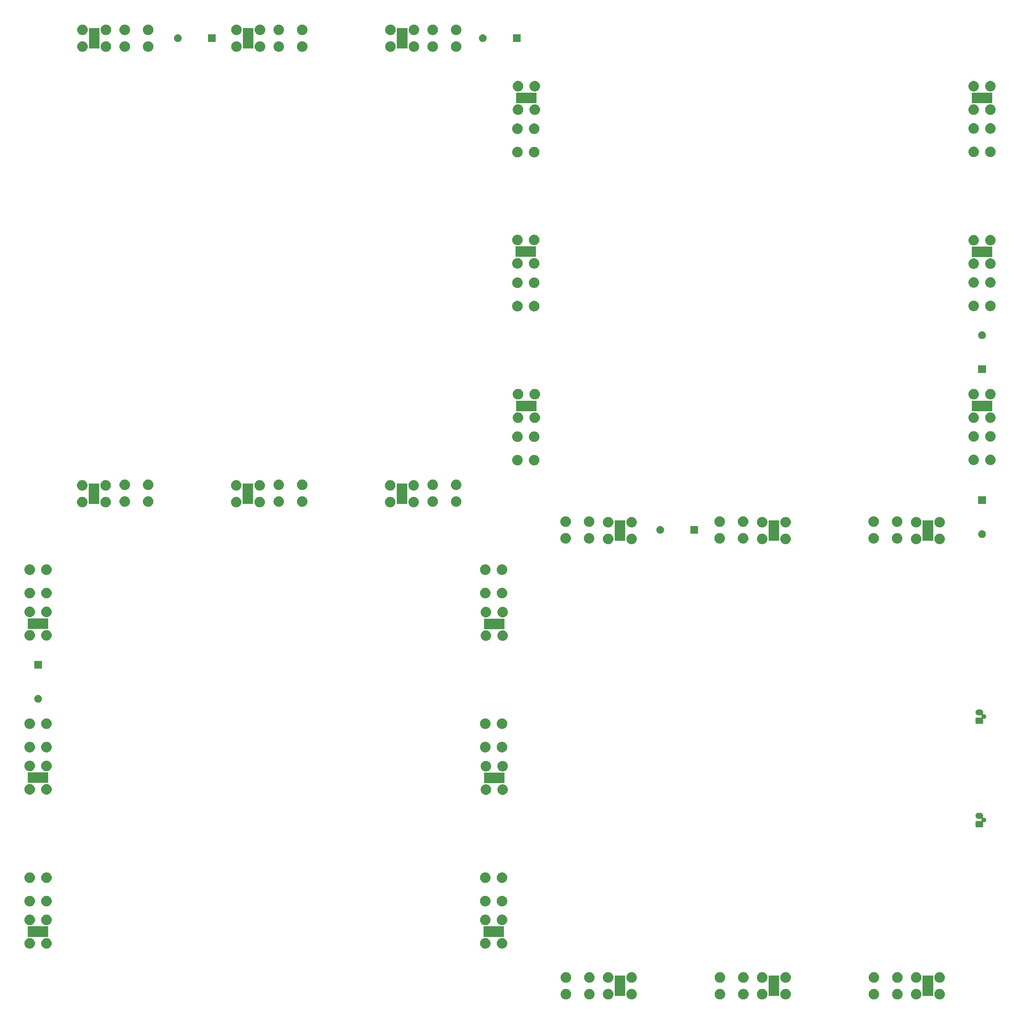
<source format=gbr>
G04 #@! TF.GenerationSoftware,KiCad,Pcbnew,5.1.4-e60b266~84~ubuntu18.04.1*
G04 #@! TF.CreationDate,2019-11-17T22:51:33-05:00*
G04 #@! TF.ProjectId,data_pod_battery_board,64617461-5f70-46f6-945f-626174746572,1*
G04 #@! TF.SameCoordinates,Original*
G04 #@! TF.FileFunction,Soldermask,Bot*
G04 #@! TF.FilePolarity,Negative*
%FSLAX46Y46*%
G04 Gerber Fmt 4.6, Leading zero omitted, Abs format (unit mm)*
G04 Created by KiCad (PCBNEW 5.1.4-e60b266~84~ubuntu18.04.1) date 2019-11-17 22:51:33*
%MOMM*%
%LPD*%
G04 APERTURE LIST*
%ADD10C,0.100000*%
G04 APERTURE END LIST*
D10*
G36*
X325420063Y-342363374D02*
G01*
X325538789Y-342412552D01*
X325706693Y-342482100D01*
X325706694Y-342482101D01*
X325964656Y-342654465D01*
X326184035Y-342873844D01*
X326299205Y-343046209D01*
X326356400Y-343131807D01*
X326475126Y-343418438D01*
X326535652Y-343722723D01*
X326535652Y-344032973D01*
X326475126Y-344337258D01*
X326356400Y-344623889D01*
X326356399Y-344623890D01*
X326184035Y-344881852D01*
X325964656Y-345101231D01*
X325792291Y-345216401D01*
X325706693Y-345273596D01*
X325538789Y-345343144D01*
X325420063Y-345392322D01*
X325267919Y-345422585D01*
X325115777Y-345452848D01*
X324805527Y-345452848D01*
X324653385Y-345422585D01*
X324501241Y-345392322D01*
X324382515Y-345343144D01*
X324214611Y-345273596D01*
X324129013Y-345216401D01*
X323956648Y-345101231D01*
X323737269Y-344881852D01*
X323564905Y-344623890D01*
X323564904Y-344623889D01*
X323446178Y-344337258D01*
X323385652Y-344032973D01*
X323385652Y-343722723D01*
X323446178Y-343418438D01*
X323564904Y-343131807D01*
X323622099Y-343046209D01*
X323737269Y-342873844D01*
X323956648Y-342654465D01*
X324214610Y-342482101D01*
X324214611Y-342482100D01*
X324382515Y-342412552D01*
X324501241Y-342363374D01*
X324805527Y-342302848D01*
X325115777Y-342302848D01*
X325420063Y-342363374D01*
X325420063Y-342363374D01*
G37*
G36*
X377045063Y-342363374D02*
G01*
X377163789Y-342412552D01*
X377331693Y-342482100D01*
X377331694Y-342482101D01*
X377589656Y-342654465D01*
X377809035Y-342873844D01*
X377924205Y-343046209D01*
X377981400Y-343131807D01*
X378100126Y-343418438D01*
X378160652Y-343722723D01*
X378160652Y-344032973D01*
X378100126Y-344337258D01*
X377981400Y-344623889D01*
X377981399Y-344623890D01*
X377809035Y-344881852D01*
X377589656Y-345101231D01*
X377417291Y-345216401D01*
X377331693Y-345273596D01*
X377163789Y-345343144D01*
X377045063Y-345392322D01*
X376892919Y-345422585D01*
X376740777Y-345452848D01*
X376430527Y-345452848D01*
X376278385Y-345422585D01*
X376126241Y-345392322D01*
X376007515Y-345343144D01*
X375839611Y-345273596D01*
X375754013Y-345216401D01*
X375581648Y-345101231D01*
X375362269Y-344881852D01*
X375189905Y-344623890D01*
X375189904Y-344623889D01*
X375071178Y-344337258D01*
X375010652Y-344032973D01*
X375010652Y-343722723D01*
X375071178Y-343418438D01*
X375189904Y-343131807D01*
X375247099Y-343046209D01*
X375362269Y-342873844D01*
X375581648Y-342654465D01*
X375839610Y-342482101D01*
X375839611Y-342482100D01*
X376007515Y-342412552D01*
X376126241Y-342363374D01*
X376430527Y-342302848D01*
X376740777Y-342302848D01*
X377045063Y-342363374D01*
X377045063Y-342363374D01*
G37*
G36*
X292035063Y-342363374D02*
G01*
X292153789Y-342412552D01*
X292321693Y-342482100D01*
X292321694Y-342482101D01*
X292579656Y-342654465D01*
X292799035Y-342873844D01*
X292914205Y-343046209D01*
X292971400Y-343131807D01*
X293090126Y-343418438D01*
X293150652Y-343722723D01*
X293150652Y-344032973D01*
X293090126Y-344337258D01*
X292971400Y-344623889D01*
X292971399Y-344623890D01*
X292799035Y-344881852D01*
X292579656Y-345101231D01*
X292407291Y-345216401D01*
X292321693Y-345273596D01*
X292153789Y-345343144D01*
X292035063Y-345392322D01*
X291882919Y-345422585D01*
X291730777Y-345452848D01*
X291420527Y-345452848D01*
X291268385Y-345422585D01*
X291116241Y-345392322D01*
X290997515Y-345343144D01*
X290829611Y-345273596D01*
X290744013Y-345216401D01*
X290571648Y-345101231D01*
X290352269Y-344881852D01*
X290179905Y-344623890D01*
X290179904Y-344623889D01*
X290061178Y-344337258D01*
X290000652Y-344032973D01*
X290000652Y-343722723D01*
X290061178Y-343418438D01*
X290179904Y-343131807D01*
X290237099Y-343046209D01*
X290352269Y-342873844D01*
X290571648Y-342654465D01*
X290829610Y-342482101D01*
X290829611Y-342482100D01*
X290997515Y-342412552D01*
X291116241Y-342363374D01*
X291420527Y-342302848D01*
X291730777Y-342302848D01*
X292035063Y-342363374D01*
X292035063Y-342363374D01*
G37*
G36*
X285035063Y-342363374D02*
G01*
X285153789Y-342412552D01*
X285321693Y-342482100D01*
X285321694Y-342482101D01*
X285579656Y-342654465D01*
X285799035Y-342873844D01*
X285914205Y-343046209D01*
X285971400Y-343131807D01*
X286090126Y-343418438D01*
X286150652Y-343722723D01*
X286150652Y-344032973D01*
X286090126Y-344337258D01*
X285971400Y-344623889D01*
X285971399Y-344623890D01*
X285799035Y-344881852D01*
X285579656Y-345101231D01*
X285407291Y-345216401D01*
X285321693Y-345273596D01*
X285153789Y-345343144D01*
X285035063Y-345392322D01*
X284882919Y-345422585D01*
X284730777Y-345452848D01*
X284420527Y-345452848D01*
X284268385Y-345422585D01*
X284116241Y-345392322D01*
X283997515Y-345343144D01*
X283829611Y-345273596D01*
X283744013Y-345216401D01*
X283571648Y-345101231D01*
X283352269Y-344881852D01*
X283179905Y-344623890D01*
X283179904Y-344623889D01*
X283061178Y-344337258D01*
X283000652Y-344032973D01*
X283000652Y-343722723D01*
X283061178Y-343418438D01*
X283179904Y-343131807D01*
X283237099Y-343046209D01*
X283352269Y-342873844D01*
X283571648Y-342654465D01*
X283829610Y-342482101D01*
X283829611Y-342482100D01*
X283997515Y-342412552D01*
X284116241Y-342363374D01*
X284420527Y-342302848D01*
X284730777Y-342302848D01*
X285035063Y-342363374D01*
X285035063Y-342363374D01*
G37*
G36*
X384045063Y-342363374D02*
G01*
X384163789Y-342412552D01*
X384331693Y-342482100D01*
X384331694Y-342482101D01*
X384589656Y-342654465D01*
X384809035Y-342873844D01*
X384924205Y-343046209D01*
X384981400Y-343131807D01*
X385100126Y-343418438D01*
X385160652Y-343722723D01*
X385160652Y-344032973D01*
X385100126Y-344337258D01*
X384981400Y-344623889D01*
X384981399Y-344623890D01*
X384809035Y-344881852D01*
X384589656Y-345101231D01*
X384417291Y-345216401D01*
X384331693Y-345273596D01*
X384163789Y-345343144D01*
X384045063Y-345392322D01*
X383892919Y-345422585D01*
X383740777Y-345452848D01*
X383430527Y-345452848D01*
X383278385Y-345422585D01*
X383126241Y-345392322D01*
X383007515Y-345343144D01*
X382839611Y-345273596D01*
X382754013Y-345216401D01*
X382581648Y-345101231D01*
X382362269Y-344881852D01*
X382189905Y-344623890D01*
X382189904Y-344623889D01*
X382071178Y-344337258D01*
X382010652Y-344032973D01*
X382010652Y-343722723D01*
X382071178Y-343418438D01*
X382189904Y-343131807D01*
X382247099Y-343046209D01*
X382362269Y-342873844D01*
X382581648Y-342654465D01*
X382839610Y-342482101D01*
X382839611Y-342482100D01*
X383007515Y-342412552D01*
X383126241Y-342363374D01*
X383430527Y-342302848D01*
X383740777Y-342302848D01*
X384045063Y-342363374D01*
X384045063Y-342363374D01*
G37*
G36*
X272415063Y-342363374D02*
G01*
X272533789Y-342412552D01*
X272701693Y-342482100D01*
X272701694Y-342482101D01*
X272959656Y-342654465D01*
X273179035Y-342873844D01*
X273294205Y-343046209D01*
X273351400Y-343131807D01*
X273470126Y-343418438D01*
X273530652Y-343722723D01*
X273530652Y-344032973D01*
X273470126Y-344337258D01*
X273351400Y-344623889D01*
X273351399Y-344623890D01*
X273179035Y-344881852D01*
X272959656Y-345101231D01*
X272787291Y-345216401D01*
X272701693Y-345273596D01*
X272533789Y-345343144D01*
X272415063Y-345392322D01*
X272262919Y-345422585D01*
X272110777Y-345452848D01*
X271800527Y-345452848D01*
X271648385Y-345422585D01*
X271496241Y-345392322D01*
X271377515Y-345343144D01*
X271209611Y-345273596D01*
X271124013Y-345216401D01*
X270951648Y-345101231D01*
X270732269Y-344881852D01*
X270559905Y-344623890D01*
X270559904Y-344623889D01*
X270441178Y-344337258D01*
X270380652Y-344032973D01*
X270380652Y-343722723D01*
X270441178Y-343418438D01*
X270559904Y-343131807D01*
X270617099Y-343046209D01*
X270732269Y-342873844D01*
X270951648Y-342654465D01*
X271209610Y-342482101D01*
X271209611Y-342482100D01*
X271377515Y-342412552D01*
X271496241Y-342363374D01*
X271800527Y-342302848D01*
X272110777Y-342302848D01*
X272415063Y-342363374D01*
X272415063Y-342363374D01*
G37*
G36*
X279415063Y-342363374D02*
G01*
X279533789Y-342412552D01*
X279701693Y-342482100D01*
X279701694Y-342482101D01*
X279959656Y-342654465D01*
X280179035Y-342873844D01*
X280294205Y-343046209D01*
X280351400Y-343131807D01*
X280470126Y-343418438D01*
X280530652Y-343722723D01*
X280530652Y-344032973D01*
X280470126Y-344337258D01*
X280351400Y-344623889D01*
X280351399Y-344623890D01*
X280179035Y-344881852D01*
X279959656Y-345101231D01*
X279787291Y-345216401D01*
X279701693Y-345273596D01*
X279533789Y-345343144D01*
X279415063Y-345392322D01*
X279262919Y-345422585D01*
X279110777Y-345452848D01*
X278800527Y-345452848D01*
X278648385Y-345422585D01*
X278496241Y-345392322D01*
X278377515Y-345343144D01*
X278209611Y-345273596D01*
X278124013Y-345216401D01*
X277951648Y-345101231D01*
X277732269Y-344881852D01*
X277559905Y-344623890D01*
X277559904Y-344623889D01*
X277441178Y-344337258D01*
X277380652Y-344032973D01*
X277380652Y-343722723D01*
X277441178Y-343418438D01*
X277559904Y-343131807D01*
X277617099Y-343046209D01*
X277732269Y-342873844D01*
X277951648Y-342654465D01*
X278209610Y-342482101D01*
X278209611Y-342482100D01*
X278377515Y-342412552D01*
X278496241Y-342363374D01*
X278800527Y-342302848D01*
X279110777Y-342302848D01*
X279415063Y-342363374D01*
X279415063Y-342363374D01*
G37*
G36*
X371425063Y-342363374D02*
G01*
X371543789Y-342412552D01*
X371711693Y-342482100D01*
X371711694Y-342482101D01*
X371969656Y-342654465D01*
X372189035Y-342873844D01*
X372304205Y-343046209D01*
X372361400Y-343131807D01*
X372480126Y-343418438D01*
X372540652Y-343722723D01*
X372540652Y-344032973D01*
X372480126Y-344337258D01*
X372361400Y-344623889D01*
X372361399Y-344623890D01*
X372189035Y-344881852D01*
X371969656Y-345101231D01*
X371797291Y-345216401D01*
X371711693Y-345273596D01*
X371543789Y-345343144D01*
X371425063Y-345392322D01*
X371272919Y-345422585D01*
X371120777Y-345452848D01*
X370810527Y-345452848D01*
X370658385Y-345422585D01*
X370506241Y-345392322D01*
X370387515Y-345343144D01*
X370219611Y-345273596D01*
X370134013Y-345216401D01*
X369961648Y-345101231D01*
X369742269Y-344881852D01*
X369569905Y-344623890D01*
X369569904Y-344623889D01*
X369451178Y-344337258D01*
X369390652Y-344032973D01*
X369390652Y-343722723D01*
X369451178Y-343418438D01*
X369569904Y-343131807D01*
X369627099Y-343046209D01*
X369742269Y-342873844D01*
X369961648Y-342654465D01*
X370219610Y-342482101D01*
X370219611Y-342482100D01*
X370387515Y-342412552D01*
X370506241Y-342363374D01*
X370810527Y-342302848D01*
X371120777Y-342302848D01*
X371425063Y-342363374D01*
X371425063Y-342363374D01*
G37*
G36*
X338040063Y-342363374D02*
G01*
X338158789Y-342412552D01*
X338326693Y-342482100D01*
X338326694Y-342482101D01*
X338584656Y-342654465D01*
X338804035Y-342873844D01*
X338919205Y-343046209D01*
X338976400Y-343131807D01*
X339095126Y-343418438D01*
X339155652Y-343722723D01*
X339155652Y-344032973D01*
X339095126Y-344337258D01*
X338976400Y-344623889D01*
X338976399Y-344623890D01*
X338804035Y-344881852D01*
X338584656Y-345101231D01*
X338412291Y-345216401D01*
X338326693Y-345273596D01*
X338158789Y-345343144D01*
X338040063Y-345392322D01*
X337887919Y-345422585D01*
X337735777Y-345452848D01*
X337425527Y-345452848D01*
X337273385Y-345422585D01*
X337121241Y-345392322D01*
X337002515Y-345343144D01*
X336834611Y-345273596D01*
X336749013Y-345216401D01*
X336576648Y-345101231D01*
X336357269Y-344881852D01*
X336184905Y-344623890D01*
X336184904Y-344623889D01*
X336066178Y-344337258D01*
X336005652Y-344032973D01*
X336005652Y-343722723D01*
X336066178Y-343418438D01*
X336184904Y-343131807D01*
X336242099Y-343046209D01*
X336357269Y-342873844D01*
X336576648Y-342654465D01*
X336834610Y-342482101D01*
X336834611Y-342482100D01*
X337002515Y-342412552D01*
X337121241Y-342363374D01*
X337425527Y-342302848D01*
X337735777Y-342302848D01*
X338040063Y-342363374D01*
X338040063Y-342363374D01*
G37*
G36*
X331040063Y-342363374D02*
G01*
X331158789Y-342412552D01*
X331326693Y-342482100D01*
X331326694Y-342482101D01*
X331584656Y-342654465D01*
X331804035Y-342873844D01*
X331919205Y-343046209D01*
X331976400Y-343131807D01*
X332095126Y-343418438D01*
X332155652Y-343722723D01*
X332155652Y-344032973D01*
X332095126Y-344337258D01*
X331976400Y-344623889D01*
X331976399Y-344623890D01*
X331804035Y-344881852D01*
X331584656Y-345101231D01*
X331412291Y-345216401D01*
X331326693Y-345273596D01*
X331158789Y-345343144D01*
X331040063Y-345392322D01*
X330887919Y-345422585D01*
X330735777Y-345452848D01*
X330425527Y-345452848D01*
X330273385Y-345422585D01*
X330121241Y-345392322D01*
X330002515Y-345343144D01*
X329834611Y-345273596D01*
X329749013Y-345216401D01*
X329576648Y-345101231D01*
X329357269Y-344881852D01*
X329184905Y-344623890D01*
X329184904Y-344623889D01*
X329066178Y-344337258D01*
X329005652Y-344032973D01*
X329005652Y-343722723D01*
X329066178Y-343418438D01*
X329184904Y-343131807D01*
X329242099Y-343046209D01*
X329357269Y-342873844D01*
X329576648Y-342654465D01*
X329834610Y-342482101D01*
X329834611Y-342482100D01*
X330002515Y-342412552D01*
X330121241Y-342363374D01*
X330425527Y-342302848D01*
X330735777Y-342302848D01*
X331040063Y-342363374D01*
X331040063Y-342363374D01*
G37*
G36*
X318420063Y-342363374D02*
G01*
X318538789Y-342412552D01*
X318706693Y-342482100D01*
X318706694Y-342482101D01*
X318964656Y-342654465D01*
X319184035Y-342873844D01*
X319299205Y-343046209D01*
X319356400Y-343131807D01*
X319475126Y-343418438D01*
X319535652Y-343722723D01*
X319535652Y-344032973D01*
X319475126Y-344337258D01*
X319356400Y-344623889D01*
X319356399Y-344623890D01*
X319184035Y-344881852D01*
X318964656Y-345101231D01*
X318792291Y-345216401D01*
X318706693Y-345273596D01*
X318538789Y-345343144D01*
X318420063Y-345392322D01*
X318267919Y-345422585D01*
X318115777Y-345452848D01*
X317805527Y-345452848D01*
X317653385Y-345422585D01*
X317501241Y-345392322D01*
X317382515Y-345343144D01*
X317214611Y-345273596D01*
X317129013Y-345216401D01*
X316956648Y-345101231D01*
X316737269Y-344881852D01*
X316564905Y-344623890D01*
X316564904Y-344623889D01*
X316446178Y-344337258D01*
X316385652Y-344032973D01*
X316385652Y-343722723D01*
X316446178Y-343418438D01*
X316564904Y-343131807D01*
X316622099Y-343046209D01*
X316737269Y-342873844D01*
X316956648Y-342654465D01*
X317214610Y-342482101D01*
X317214611Y-342482100D01*
X317382515Y-342412552D01*
X317501241Y-342363374D01*
X317805527Y-342302848D01*
X318115777Y-342302848D01*
X318420063Y-342363374D01*
X318420063Y-342363374D01*
G37*
G36*
X364425063Y-342363374D02*
G01*
X364543789Y-342412552D01*
X364711693Y-342482100D01*
X364711694Y-342482101D01*
X364969656Y-342654465D01*
X365189035Y-342873844D01*
X365304205Y-343046209D01*
X365361400Y-343131807D01*
X365480126Y-343418438D01*
X365540652Y-343722723D01*
X365540652Y-344032973D01*
X365480126Y-344337258D01*
X365361400Y-344623889D01*
X365361399Y-344623890D01*
X365189035Y-344881852D01*
X364969656Y-345101231D01*
X364797291Y-345216401D01*
X364711693Y-345273596D01*
X364543789Y-345343144D01*
X364425063Y-345392322D01*
X364272919Y-345422585D01*
X364120777Y-345452848D01*
X363810527Y-345452848D01*
X363658385Y-345422585D01*
X363506241Y-345392322D01*
X363387515Y-345343144D01*
X363219611Y-345273596D01*
X363134013Y-345216401D01*
X362961648Y-345101231D01*
X362742269Y-344881852D01*
X362569905Y-344623890D01*
X362569904Y-344623889D01*
X362451178Y-344337258D01*
X362390652Y-344032973D01*
X362390652Y-343722723D01*
X362451178Y-343418438D01*
X362569904Y-343131807D01*
X362627099Y-343046209D01*
X362742269Y-342873844D01*
X362961648Y-342654465D01*
X363219610Y-342482101D01*
X363219611Y-342482100D01*
X363387515Y-342412552D01*
X363506241Y-342363374D01*
X363810527Y-342302848D01*
X364120777Y-342302848D01*
X364425063Y-342363374D01*
X364425063Y-342363374D01*
G37*
G36*
X289650652Y-344428848D02*
G01*
X286500652Y-344428848D01*
X286500652Y-338326848D01*
X289650652Y-338326848D01*
X289650652Y-344428848D01*
X289650652Y-344428848D01*
G37*
G36*
X335655652Y-344428848D02*
G01*
X332505652Y-344428848D01*
X332505652Y-338326848D01*
X335655652Y-338326848D01*
X335655652Y-344428848D01*
X335655652Y-344428848D01*
G37*
G36*
X381660652Y-344428848D02*
G01*
X378510652Y-344428848D01*
X378510652Y-338326848D01*
X381660652Y-338326848D01*
X381660652Y-344428848D01*
X381660652Y-344428848D01*
G37*
G36*
X330887919Y-337333111D02*
G01*
X331040063Y-337363374D01*
X331158789Y-337412552D01*
X331326693Y-337482100D01*
X331326694Y-337482101D01*
X331584656Y-337654465D01*
X331804035Y-337873844D01*
X331919205Y-338046209D01*
X331976400Y-338131807D01*
X332095126Y-338418438D01*
X332155652Y-338722723D01*
X332155652Y-339032973D01*
X332095126Y-339337258D01*
X331976400Y-339623889D01*
X331976399Y-339623890D01*
X331804035Y-339881852D01*
X331584656Y-340101231D01*
X331412291Y-340216401D01*
X331326693Y-340273596D01*
X331158789Y-340343144D01*
X331040063Y-340392322D01*
X330735777Y-340452848D01*
X330425527Y-340452848D01*
X330121241Y-340392322D01*
X330002515Y-340343144D01*
X329834611Y-340273596D01*
X329749013Y-340216401D01*
X329576648Y-340101231D01*
X329357269Y-339881852D01*
X329184905Y-339623890D01*
X329184904Y-339623889D01*
X329066178Y-339337258D01*
X329005652Y-339032973D01*
X329005652Y-338722723D01*
X329066178Y-338418438D01*
X329184904Y-338131807D01*
X329242099Y-338046209D01*
X329357269Y-337873844D01*
X329576648Y-337654465D01*
X329834610Y-337482101D01*
X329834611Y-337482100D01*
X330002515Y-337412552D01*
X330121241Y-337363374D01*
X330273385Y-337333111D01*
X330425527Y-337302848D01*
X330735777Y-337302848D01*
X330887919Y-337333111D01*
X330887919Y-337333111D01*
G37*
G36*
X318267919Y-337333111D02*
G01*
X318420063Y-337363374D01*
X318538789Y-337412552D01*
X318706693Y-337482100D01*
X318706694Y-337482101D01*
X318964656Y-337654465D01*
X319184035Y-337873844D01*
X319299205Y-338046209D01*
X319356400Y-338131807D01*
X319475126Y-338418438D01*
X319535652Y-338722723D01*
X319535652Y-339032973D01*
X319475126Y-339337258D01*
X319356400Y-339623889D01*
X319356399Y-339623890D01*
X319184035Y-339881852D01*
X318964656Y-340101231D01*
X318792291Y-340216401D01*
X318706693Y-340273596D01*
X318538789Y-340343144D01*
X318420063Y-340392322D01*
X318115777Y-340452848D01*
X317805527Y-340452848D01*
X317501241Y-340392322D01*
X317382515Y-340343144D01*
X317214611Y-340273596D01*
X317129013Y-340216401D01*
X316956648Y-340101231D01*
X316737269Y-339881852D01*
X316564905Y-339623890D01*
X316564904Y-339623889D01*
X316446178Y-339337258D01*
X316385652Y-339032973D01*
X316385652Y-338722723D01*
X316446178Y-338418438D01*
X316564904Y-338131807D01*
X316622099Y-338046209D01*
X316737269Y-337873844D01*
X316956648Y-337654465D01*
X317214610Y-337482101D01*
X317214611Y-337482100D01*
X317382515Y-337412552D01*
X317501241Y-337363374D01*
X317653385Y-337333111D01*
X317805527Y-337302848D01*
X318115777Y-337302848D01*
X318267919Y-337333111D01*
X318267919Y-337333111D01*
G37*
G36*
X325267919Y-337333111D02*
G01*
X325420063Y-337363374D01*
X325538789Y-337412552D01*
X325706693Y-337482100D01*
X325706694Y-337482101D01*
X325964656Y-337654465D01*
X326184035Y-337873844D01*
X326299205Y-338046209D01*
X326356400Y-338131807D01*
X326475126Y-338418438D01*
X326535652Y-338722723D01*
X326535652Y-339032973D01*
X326475126Y-339337258D01*
X326356400Y-339623889D01*
X326356399Y-339623890D01*
X326184035Y-339881852D01*
X325964656Y-340101231D01*
X325792291Y-340216401D01*
X325706693Y-340273596D01*
X325538789Y-340343144D01*
X325420063Y-340392322D01*
X325115777Y-340452848D01*
X324805527Y-340452848D01*
X324501241Y-340392322D01*
X324382515Y-340343144D01*
X324214611Y-340273596D01*
X324129013Y-340216401D01*
X323956648Y-340101231D01*
X323737269Y-339881852D01*
X323564905Y-339623890D01*
X323564904Y-339623889D01*
X323446178Y-339337258D01*
X323385652Y-339032973D01*
X323385652Y-338722723D01*
X323446178Y-338418438D01*
X323564904Y-338131807D01*
X323622099Y-338046209D01*
X323737269Y-337873844D01*
X323956648Y-337654465D01*
X324214610Y-337482101D01*
X324214611Y-337482100D01*
X324382515Y-337412552D01*
X324501241Y-337363374D01*
X324653385Y-337333111D01*
X324805527Y-337302848D01*
X325115777Y-337302848D01*
X325267919Y-337333111D01*
X325267919Y-337333111D01*
G37*
G36*
X284882919Y-337333111D02*
G01*
X285035063Y-337363374D01*
X285153789Y-337412552D01*
X285321693Y-337482100D01*
X285321694Y-337482101D01*
X285579656Y-337654465D01*
X285799035Y-337873844D01*
X285914205Y-338046209D01*
X285971400Y-338131807D01*
X286090126Y-338418438D01*
X286150652Y-338722723D01*
X286150652Y-339032973D01*
X286090126Y-339337258D01*
X285971400Y-339623889D01*
X285971399Y-339623890D01*
X285799035Y-339881852D01*
X285579656Y-340101231D01*
X285407291Y-340216401D01*
X285321693Y-340273596D01*
X285153789Y-340343144D01*
X285035063Y-340392322D01*
X284730777Y-340452848D01*
X284420527Y-340452848D01*
X284116241Y-340392322D01*
X283997515Y-340343144D01*
X283829611Y-340273596D01*
X283744013Y-340216401D01*
X283571648Y-340101231D01*
X283352269Y-339881852D01*
X283179905Y-339623890D01*
X283179904Y-339623889D01*
X283061178Y-339337258D01*
X283000652Y-339032973D01*
X283000652Y-338722723D01*
X283061178Y-338418438D01*
X283179904Y-338131807D01*
X283237099Y-338046209D01*
X283352269Y-337873844D01*
X283571648Y-337654465D01*
X283829610Y-337482101D01*
X283829611Y-337482100D01*
X283997515Y-337412552D01*
X284116241Y-337363374D01*
X284268385Y-337333111D01*
X284420527Y-337302848D01*
X284730777Y-337302848D01*
X284882919Y-337333111D01*
X284882919Y-337333111D01*
G37*
G36*
X291882919Y-337333111D02*
G01*
X292035063Y-337363374D01*
X292153789Y-337412552D01*
X292321693Y-337482100D01*
X292321694Y-337482101D01*
X292579656Y-337654465D01*
X292799035Y-337873844D01*
X292914205Y-338046209D01*
X292971400Y-338131807D01*
X293090126Y-338418438D01*
X293150652Y-338722723D01*
X293150652Y-339032973D01*
X293090126Y-339337258D01*
X292971400Y-339623889D01*
X292971399Y-339623890D01*
X292799035Y-339881852D01*
X292579656Y-340101231D01*
X292407291Y-340216401D01*
X292321693Y-340273596D01*
X292153789Y-340343144D01*
X292035063Y-340392322D01*
X291730777Y-340452848D01*
X291420527Y-340452848D01*
X291116241Y-340392322D01*
X290997515Y-340343144D01*
X290829611Y-340273596D01*
X290744013Y-340216401D01*
X290571648Y-340101231D01*
X290352269Y-339881852D01*
X290179905Y-339623890D01*
X290179904Y-339623889D01*
X290061178Y-339337258D01*
X290000652Y-339032973D01*
X290000652Y-338722723D01*
X290061178Y-338418438D01*
X290179904Y-338131807D01*
X290237099Y-338046209D01*
X290352269Y-337873844D01*
X290571648Y-337654465D01*
X290829610Y-337482101D01*
X290829611Y-337482100D01*
X290997515Y-337412552D01*
X291116241Y-337363374D01*
X291268385Y-337333111D01*
X291420527Y-337302848D01*
X291730777Y-337302848D01*
X291882919Y-337333111D01*
X291882919Y-337333111D01*
G37*
G36*
X337887919Y-337333111D02*
G01*
X338040063Y-337363374D01*
X338158789Y-337412552D01*
X338326693Y-337482100D01*
X338326694Y-337482101D01*
X338584656Y-337654465D01*
X338804035Y-337873844D01*
X338919205Y-338046209D01*
X338976400Y-338131807D01*
X339095126Y-338418438D01*
X339155652Y-338722723D01*
X339155652Y-339032973D01*
X339095126Y-339337258D01*
X338976400Y-339623889D01*
X338976399Y-339623890D01*
X338804035Y-339881852D01*
X338584656Y-340101231D01*
X338412291Y-340216401D01*
X338326693Y-340273596D01*
X338158789Y-340343144D01*
X338040063Y-340392322D01*
X337735777Y-340452848D01*
X337425527Y-340452848D01*
X337121241Y-340392322D01*
X337002515Y-340343144D01*
X336834611Y-340273596D01*
X336749013Y-340216401D01*
X336576648Y-340101231D01*
X336357269Y-339881852D01*
X336184905Y-339623890D01*
X336184904Y-339623889D01*
X336066178Y-339337258D01*
X336005652Y-339032973D01*
X336005652Y-338722723D01*
X336066178Y-338418438D01*
X336184904Y-338131807D01*
X336242099Y-338046209D01*
X336357269Y-337873844D01*
X336576648Y-337654465D01*
X336834610Y-337482101D01*
X336834611Y-337482100D01*
X337002515Y-337412552D01*
X337121241Y-337363374D01*
X337273385Y-337333111D01*
X337425527Y-337302848D01*
X337735777Y-337302848D01*
X337887919Y-337333111D01*
X337887919Y-337333111D01*
G37*
G36*
X376892919Y-337333111D02*
G01*
X377045063Y-337363374D01*
X377163789Y-337412552D01*
X377331693Y-337482100D01*
X377331694Y-337482101D01*
X377589656Y-337654465D01*
X377809035Y-337873844D01*
X377924205Y-338046209D01*
X377981400Y-338131807D01*
X378100126Y-338418438D01*
X378160652Y-338722723D01*
X378160652Y-339032973D01*
X378100126Y-339337258D01*
X377981400Y-339623889D01*
X377981399Y-339623890D01*
X377809035Y-339881852D01*
X377589656Y-340101231D01*
X377417291Y-340216401D01*
X377331693Y-340273596D01*
X377163789Y-340343144D01*
X377045063Y-340392322D01*
X376740777Y-340452848D01*
X376430527Y-340452848D01*
X376126241Y-340392322D01*
X376007515Y-340343144D01*
X375839611Y-340273596D01*
X375754013Y-340216401D01*
X375581648Y-340101231D01*
X375362269Y-339881852D01*
X375189905Y-339623890D01*
X375189904Y-339623889D01*
X375071178Y-339337258D01*
X375010652Y-339032973D01*
X375010652Y-338722723D01*
X375071178Y-338418438D01*
X375189904Y-338131807D01*
X375247099Y-338046209D01*
X375362269Y-337873844D01*
X375581648Y-337654465D01*
X375839610Y-337482101D01*
X375839611Y-337482100D01*
X376007515Y-337412552D01*
X376126241Y-337363374D01*
X376278385Y-337333111D01*
X376430527Y-337302848D01*
X376740777Y-337302848D01*
X376892919Y-337333111D01*
X376892919Y-337333111D01*
G37*
G36*
X383892919Y-337333111D02*
G01*
X384045063Y-337363374D01*
X384163789Y-337412552D01*
X384331693Y-337482100D01*
X384331694Y-337482101D01*
X384589656Y-337654465D01*
X384809035Y-337873844D01*
X384924205Y-338046209D01*
X384981400Y-338131807D01*
X385100126Y-338418438D01*
X385160652Y-338722723D01*
X385160652Y-339032973D01*
X385100126Y-339337258D01*
X384981400Y-339623889D01*
X384981399Y-339623890D01*
X384809035Y-339881852D01*
X384589656Y-340101231D01*
X384417291Y-340216401D01*
X384331693Y-340273596D01*
X384163789Y-340343144D01*
X384045063Y-340392322D01*
X383740777Y-340452848D01*
X383430527Y-340452848D01*
X383126241Y-340392322D01*
X383007515Y-340343144D01*
X382839611Y-340273596D01*
X382754013Y-340216401D01*
X382581648Y-340101231D01*
X382362269Y-339881852D01*
X382189905Y-339623890D01*
X382189904Y-339623889D01*
X382071178Y-339337258D01*
X382010652Y-339032973D01*
X382010652Y-338722723D01*
X382071178Y-338418438D01*
X382189904Y-338131807D01*
X382247099Y-338046209D01*
X382362269Y-337873844D01*
X382581648Y-337654465D01*
X382839610Y-337482101D01*
X382839611Y-337482100D01*
X383007515Y-337412552D01*
X383126241Y-337363374D01*
X383278385Y-337333111D01*
X383430527Y-337302848D01*
X383740777Y-337302848D01*
X383892919Y-337333111D01*
X383892919Y-337333111D01*
G37*
G36*
X364272919Y-337333111D02*
G01*
X364425063Y-337363374D01*
X364543789Y-337412552D01*
X364711693Y-337482100D01*
X364711694Y-337482101D01*
X364969656Y-337654465D01*
X365189035Y-337873844D01*
X365304205Y-338046209D01*
X365361400Y-338131807D01*
X365480126Y-338418438D01*
X365540652Y-338722723D01*
X365540652Y-339032973D01*
X365480126Y-339337258D01*
X365361400Y-339623889D01*
X365361399Y-339623890D01*
X365189035Y-339881852D01*
X364969656Y-340101231D01*
X364797291Y-340216401D01*
X364711693Y-340273596D01*
X364543789Y-340343144D01*
X364425063Y-340392322D01*
X364120777Y-340452848D01*
X363810527Y-340452848D01*
X363506241Y-340392322D01*
X363387515Y-340343144D01*
X363219611Y-340273596D01*
X363134013Y-340216401D01*
X362961648Y-340101231D01*
X362742269Y-339881852D01*
X362569905Y-339623890D01*
X362569904Y-339623889D01*
X362451178Y-339337258D01*
X362390652Y-339032973D01*
X362390652Y-338722723D01*
X362451178Y-338418438D01*
X362569904Y-338131807D01*
X362627099Y-338046209D01*
X362742269Y-337873844D01*
X362961648Y-337654465D01*
X363219610Y-337482101D01*
X363219611Y-337482100D01*
X363387515Y-337412552D01*
X363506241Y-337363374D01*
X363658385Y-337333111D01*
X363810527Y-337302848D01*
X364120777Y-337302848D01*
X364272919Y-337333111D01*
X364272919Y-337333111D01*
G37*
G36*
X371272919Y-337333111D02*
G01*
X371425063Y-337363374D01*
X371543789Y-337412552D01*
X371711693Y-337482100D01*
X371711694Y-337482101D01*
X371969656Y-337654465D01*
X372189035Y-337873844D01*
X372304205Y-338046209D01*
X372361400Y-338131807D01*
X372480126Y-338418438D01*
X372540652Y-338722723D01*
X372540652Y-339032973D01*
X372480126Y-339337258D01*
X372361400Y-339623889D01*
X372361399Y-339623890D01*
X372189035Y-339881852D01*
X371969656Y-340101231D01*
X371797291Y-340216401D01*
X371711693Y-340273596D01*
X371543789Y-340343144D01*
X371425063Y-340392322D01*
X371120777Y-340452848D01*
X370810527Y-340452848D01*
X370506241Y-340392322D01*
X370387515Y-340343144D01*
X370219611Y-340273596D01*
X370134013Y-340216401D01*
X369961648Y-340101231D01*
X369742269Y-339881852D01*
X369569905Y-339623890D01*
X369569904Y-339623889D01*
X369451178Y-339337258D01*
X369390652Y-339032973D01*
X369390652Y-338722723D01*
X369451178Y-338418438D01*
X369569904Y-338131807D01*
X369627099Y-338046209D01*
X369742269Y-337873844D01*
X369961648Y-337654465D01*
X370219610Y-337482101D01*
X370219611Y-337482100D01*
X370387515Y-337412552D01*
X370506241Y-337363374D01*
X370658385Y-337333111D01*
X370810527Y-337302848D01*
X371120777Y-337302848D01*
X371272919Y-337333111D01*
X371272919Y-337333111D01*
G37*
G36*
X272262919Y-337333111D02*
G01*
X272415063Y-337363374D01*
X272533789Y-337412552D01*
X272701693Y-337482100D01*
X272701694Y-337482101D01*
X272959656Y-337654465D01*
X273179035Y-337873844D01*
X273294205Y-338046209D01*
X273351400Y-338131807D01*
X273470126Y-338418438D01*
X273530652Y-338722723D01*
X273530652Y-339032973D01*
X273470126Y-339337258D01*
X273351400Y-339623889D01*
X273351399Y-339623890D01*
X273179035Y-339881852D01*
X272959656Y-340101231D01*
X272787291Y-340216401D01*
X272701693Y-340273596D01*
X272533789Y-340343144D01*
X272415063Y-340392322D01*
X272110777Y-340452848D01*
X271800527Y-340452848D01*
X271496241Y-340392322D01*
X271377515Y-340343144D01*
X271209611Y-340273596D01*
X271124013Y-340216401D01*
X270951648Y-340101231D01*
X270732269Y-339881852D01*
X270559905Y-339623890D01*
X270559904Y-339623889D01*
X270441178Y-339337258D01*
X270380652Y-339032973D01*
X270380652Y-338722723D01*
X270441178Y-338418438D01*
X270559904Y-338131807D01*
X270617099Y-338046209D01*
X270732269Y-337873844D01*
X270951648Y-337654465D01*
X271209610Y-337482101D01*
X271209611Y-337482100D01*
X271377515Y-337412552D01*
X271496241Y-337363374D01*
X271648385Y-337333111D01*
X271800527Y-337302848D01*
X272110777Y-337302848D01*
X272262919Y-337333111D01*
X272262919Y-337333111D01*
G37*
G36*
X279262919Y-337333111D02*
G01*
X279415063Y-337363374D01*
X279533789Y-337412552D01*
X279701693Y-337482100D01*
X279701694Y-337482101D01*
X279959656Y-337654465D01*
X280179035Y-337873844D01*
X280294205Y-338046209D01*
X280351400Y-338131807D01*
X280470126Y-338418438D01*
X280530652Y-338722723D01*
X280530652Y-339032973D01*
X280470126Y-339337258D01*
X280351400Y-339623889D01*
X280351399Y-339623890D01*
X280179035Y-339881852D01*
X279959656Y-340101231D01*
X279787291Y-340216401D01*
X279701693Y-340273596D01*
X279533789Y-340343144D01*
X279415063Y-340392322D01*
X279110777Y-340452848D01*
X278800527Y-340452848D01*
X278496241Y-340392322D01*
X278377515Y-340343144D01*
X278209611Y-340273596D01*
X278124013Y-340216401D01*
X277951648Y-340101231D01*
X277732269Y-339881852D01*
X277559905Y-339623890D01*
X277559904Y-339623889D01*
X277441178Y-339337258D01*
X277380652Y-339032973D01*
X277380652Y-338722723D01*
X277441178Y-338418438D01*
X277559904Y-338131807D01*
X277617099Y-338046209D01*
X277732269Y-337873844D01*
X277951648Y-337654465D01*
X278209610Y-337482101D01*
X278209611Y-337482100D01*
X278377515Y-337412552D01*
X278496241Y-337363374D01*
X278648385Y-337333111D01*
X278800527Y-337302848D01*
X279110777Y-337302848D01*
X279262919Y-337333111D01*
X279262919Y-337333111D01*
G37*
G36*
X248165419Y-327143111D02*
G01*
X248317563Y-327173374D01*
X248436289Y-327222552D01*
X248604193Y-327292100D01*
X248604194Y-327292101D01*
X248862156Y-327464465D01*
X249081535Y-327683844D01*
X249196705Y-327856209D01*
X249253900Y-327941807D01*
X249372626Y-328228438D01*
X249433152Y-328532723D01*
X249433152Y-328842973D01*
X249372626Y-329147258D01*
X249253900Y-329433889D01*
X249253899Y-329433890D01*
X249081535Y-329691852D01*
X248862156Y-329911231D01*
X248689791Y-330026401D01*
X248604193Y-330083596D01*
X248436289Y-330153144D01*
X248317563Y-330202322D01*
X248013277Y-330262848D01*
X247703027Y-330262848D01*
X247398741Y-330202322D01*
X247280015Y-330153144D01*
X247112111Y-330083596D01*
X247026513Y-330026401D01*
X246854148Y-329911231D01*
X246634769Y-329691852D01*
X246462405Y-329433890D01*
X246462404Y-329433889D01*
X246343678Y-329147258D01*
X246283152Y-328842973D01*
X246283152Y-328532723D01*
X246343678Y-328228438D01*
X246462404Y-327941807D01*
X246519599Y-327856209D01*
X246634769Y-327683844D01*
X246854148Y-327464465D01*
X247112110Y-327292101D01*
X247112111Y-327292100D01*
X247280015Y-327222552D01*
X247398741Y-327173374D01*
X247550885Y-327143111D01*
X247703027Y-327112848D01*
X248013277Y-327112848D01*
X248165419Y-327143111D01*
X248165419Y-327143111D01*
G37*
G36*
X117075419Y-327143111D02*
G01*
X117227563Y-327173374D01*
X117346289Y-327222552D01*
X117514193Y-327292100D01*
X117514194Y-327292101D01*
X117772156Y-327464465D01*
X117991535Y-327683844D01*
X118106705Y-327856209D01*
X118163900Y-327941807D01*
X118282626Y-328228438D01*
X118343152Y-328532723D01*
X118343152Y-328842973D01*
X118282626Y-329147258D01*
X118163900Y-329433889D01*
X118163899Y-329433890D01*
X117991535Y-329691852D01*
X117772156Y-329911231D01*
X117599791Y-330026401D01*
X117514193Y-330083596D01*
X117346289Y-330153144D01*
X117227563Y-330202322D01*
X116923277Y-330262848D01*
X116613027Y-330262848D01*
X116308741Y-330202322D01*
X116190015Y-330153144D01*
X116022111Y-330083596D01*
X115936513Y-330026401D01*
X115764148Y-329911231D01*
X115544769Y-329691852D01*
X115372405Y-329433890D01*
X115372404Y-329433889D01*
X115253678Y-329147258D01*
X115193152Y-328842973D01*
X115193152Y-328532723D01*
X115253678Y-328228438D01*
X115372404Y-327941807D01*
X115429599Y-327856209D01*
X115544769Y-327683844D01*
X115764148Y-327464465D01*
X116022110Y-327292101D01*
X116022111Y-327292100D01*
X116190015Y-327222552D01*
X116308741Y-327173374D01*
X116460885Y-327143111D01*
X116613027Y-327112848D01*
X116923277Y-327112848D01*
X117075419Y-327143111D01*
X117075419Y-327143111D01*
G37*
G36*
X112075419Y-327143111D02*
G01*
X112227563Y-327173374D01*
X112346289Y-327222552D01*
X112514193Y-327292100D01*
X112514194Y-327292101D01*
X112772156Y-327464465D01*
X112991535Y-327683844D01*
X113106705Y-327856209D01*
X113163900Y-327941807D01*
X113282626Y-328228438D01*
X113343152Y-328532723D01*
X113343152Y-328842973D01*
X113282626Y-329147258D01*
X113163900Y-329433889D01*
X113163899Y-329433890D01*
X112991535Y-329691852D01*
X112772156Y-329911231D01*
X112599791Y-330026401D01*
X112514193Y-330083596D01*
X112346289Y-330153144D01*
X112227563Y-330202322D01*
X111923277Y-330262848D01*
X111613027Y-330262848D01*
X111308741Y-330202322D01*
X111190015Y-330153144D01*
X111022111Y-330083596D01*
X110936513Y-330026401D01*
X110764148Y-329911231D01*
X110544769Y-329691852D01*
X110372405Y-329433890D01*
X110372404Y-329433889D01*
X110253678Y-329147258D01*
X110193152Y-328842973D01*
X110193152Y-328532723D01*
X110253678Y-328228438D01*
X110372404Y-327941807D01*
X110429599Y-327856209D01*
X110544769Y-327683844D01*
X110764148Y-327464465D01*
X111022110Y-327292101D01*
X111022111Y-327292100D01*
X111190015Y-327222552D01*
X111308741Y-327173374D01*
X111460885Y-327143111D01*
X111613027Y-327112848D01*
X111923277Y-327112848D01*
X112075419Y-327143111D01*
X112075419Y-327143111D01*
G37*
G36*
X253165419Y-327143111D02*
G01*
X253317563Y-327173374D01*
X253436289Y-327222552D01*
X253604193Y-327292100D01*
X253604194Y-327292101D01*
X253862156Y-327464465D01*
X254081535Y-327683844D01*
X254196705Y-327856209D01*
X254253900Y-327941807D01*
X254372626Y-328228438D01*
X254433152Y-328532723D01*
X254433152Y-328842973D01*
X254372626Y-329147258D01*
X254253900Y-329433889D01*
X254253899Y-329433890D01*
X254081535Y-329691852D01*
X253862156Y-329911231D01*
X253689791Y-330026401D01*
X253604193Y-330083596D01*
X253436289Y-330153144D01*
X253317563Y-330202322D01*
X253013277Y-330262848D01*
X252703027Y-330262848D01*
X252398741Y-330202322D01*
X252280015Y-330153144D01*
X252112111Y-330083596D01*
X252026513Y-330026401D01*
X251854148Y-329911231D01*
X251634769Y-329691852D01*
X251462405Y-329433890D01*
X251462404Y-329433889D01*
X251343678Y-329147258D01*
X251283152Y-328842973D01*
X251283152Y-328532723D01*
X251343678Y-328228438D01*
X251462404Y-327941807D01*
X251519599Y-327856209D01*
X251634769Y-327683844D01*
X251854148Y-327464465D01*
X252112110Y-327292101D01*
X252112111Y-327292100D01*
X252280015Y-327222552D01*
X252398741Y-327173374D01*
X252550885Y-327143111D01*
X252703027Y-327112848D01*
X253013277Y-327112848D01*
X253165419Y-327143111D01*
X253165419Y-327143111D01*
G37*
G36*
X253409152Y-326762848D02*
G01*
X247307152Y-326762848D01*
X247307152Y-323612848D01*
X253409152Y-323612848D01*
X253409152Y-326762848D01*
X253409152Y-326762848D01*
G37*
G36*
X117319152Y-326762848D02*
G01*
X111217152Y-326762848D01*
X111217152Y-323612848D01*
X117319152Y-323612848D01*
X117319152Y-326762848D01*
X117319152Y-326762848D01*
G37*
G36*
X112075419Y-320143111D02*
G01*
X112227563Y-320173374D01*
X112346289Y-320222552D01*
X112514193Y-320292100D01*
X112514194Y-320292101D01*
X112772156Y-320464465D01*
X112991535Y-320683844D01*
X113106705Y-320856209D01*
X113163900Y-320941807D01*
X113282626Y-321228438D01*
X113343152Y-321532723D01*
X113343152Y-321842973D01*
X113282626Y-322147258D01*
X113163900Y-322433889D01*
X113163899Y-322433890D01*
X112991535Y-322691852D01*
X112772156Y-322911231D01*
X112599791Y-323026401D01*
X112514193Y-323083596D01*
X112346289Y-323153144D01*
X112227563Y-323202322D01*
X112075419Y-323232585D01*
X111923277Y-323262848D01*
X111613027Y-323262848D01*
X111460885Y-323232585D01*
X111308741Y-323202322D01*
X111190015Y-323153144D01*
X111022111Y-323083596D01*
X110936513Y-323026401D01*
X110764148Y-322911231D01*
X110544769Y-322691852D01*
X110372405Y-322433890D01*
X110372404Y-322433889D01*
X110253678Y-322147258D01*
X110193152Y-321842973D01*
X110193152Y-321532723D01*
X110253678Y-321228438D01*
X110372404Y-320941807D01*
X110429599Y-320856209D01*
X110544769Y-320683844D01*
X110764148Y-320464465D01*
X111022110Y-320292101D01*
X111022111Y-320292100D01*
X111190015Y-320222552D01*
X111308741Y-320173374D01*
X111460885Y-320143111D01*
X111613027Y-320112848D01*
X111923277Y-320112848D01*
X112075419Y-320143111D01*
X112075419Y-320143111D01*
G37*
G36*
X248165419Y-320143111D02*
G01*
X248317563Y-320173374D01*
X248436289Y-320222552D01*
X248604193Y-320292100D01*
X248604194Y-320292101D01*
X248862156Y-320464465D01*
X249081535Y-320683844D01*
X249196705Y-320856209D01*
X249253900Y-320941807D01*
X249372626Y-321228438D01*
X249433152Y-321532723D01*
X249433152Y-321842973D01*
X249372626Y-322147258D01*
X249253900Y-322433889D01*
X249253899Y-322433890D01*
X249081535Y-322691852D01*
X248862156Y-322911231D01*
X248689791Y-323026401D01*
X248604193Y-323083596D01*
X248436289Y-323153144D01*
X248317563Y-323202322D01*
X248165419Y-323232585D01*
X248013277Y-323262848D01*
X247703027Y-323262848D01*
X247550885Y-323232585D01*
X247398741Y-323202322D01*
X247280015Y-323153144D01*
X247112111Y-323083596D01*
X247026513Y-323026401D01*
X246854148Y-322911231D01*
X246634769Y-322691852D01*
X246462405Y-322433890D01*
X246462404Y-322433889D01*
X246343678Y-322147258D01*
X246283152Y-321842973D01*
X246283152Y-321532723D01*
X246343678Y-321228438D01*
X246462404Y-320941807D01*
X246519599Y-320856209D01*
X246634769Y-320683844D01*
X246854148Y-320464465D01*
X247112110Y-320292101D01*
X247112111Y-320292100D01*
X247280015Y-320222552D01*
X247398741Y-320173374D01*
X247550885Y-320143111D01*
X247703027Y-320112848D01*
X248013277Y-320112848D01*
X248165419Y-320143111D01*
X248165419Y-320143111D01*
G37*
G36*
X117075419Y-320143111D02*
G01*
X117227563Y-320173374D01*
X117346289Y-320222552D01*
X117514193Y-320292100D01*
X117514194Y-320292101D01*
X117772156Y-320464465D01*
X117991535Y-320683844D01*
X118106705Y-320856209D01*
X118163900Y-320941807D01*
X118282626Y-321228438D01*
X118343152Y-321532723D01*
X118343152Y-321842973D01*
X118282626Y-322147258D01*
X118163900Y-322433889D01*
X118163899Y-322433890D01*
X117991535Y-322691852D01*
X117772156Y-322911231D01*
X117599791Y-323026401D01*
X117514193Y-323083596D01*
X117346289Y-323153144D01*
X117227563Y-323202322D01*
X117075419Y-323232585D01*
X116923277Y-323262848D01*
X116613027Y-323262848D01*
X116460885Y-323232585D01*
X116308741Y-323202322D01*
X116190015Y-323153144D01*
X116022111Y-323083596D01*
X115936513Y-323026401D01*
X115764148Y-322911231D01*
X115544769Y-322691852D01*
X115372405Y-322433890D01*
X115372404Y-322433889D01*
X115253678Y-322147258D01*
X115193152Y-321842973D01*
X115193152Y-321532723D01*
X115253678Y-321228438D01*
X115372404Y-320941807D01*
X115429599Y-320856209D01*
X115544769Y-320683844D01*
X115764148Y-320464465D01*
X116022110Y-320292101D01*
X116022111Y-320292100D01*
X116190015Y-320222552D01*
X116308741Y-320173374D01*
X116460885Y-320143111D01*
X116613027Y-320112848D01*
X116923277Y-320112848D01*
X117075419Y-320143111D01*
X117075419Y-320143111D01*
G37*
G36*
X253165419Y-320143111D02*
G01*
X253317563Y-320173374D01*
X253436289Y-320222552D01*
X253604193Y-320292100D01*
X253604194Y-320292101D01*
X253862156Y-320464465D01*
X254081535Y-320683844D01*
X254196705Y-320856209D01*
X254253900Y-320941807D01*
X254372626Y-321228438D01*
X254433152Y-321532723D01*
X254433152Y-321842973D01*
X254372626Y-322147258D01*
X254253900Y-322433889D01*
X254253899Y-322433890D01*
X254081535Y-322691852D01*
X253862156Y-322911231D01*
X253689791Y-323026401D01*
X253604193Y-323083596D01*
X253436289Y-323153144D01*
X253317563Y-323202322D01*
X253165419Y-323232585D01*
X253013277Y-323262848D01*
X252703027Y-323262848D01*
X252550885Y-323232585D01*
X252398741Y-323202322D01*
X252280015Y-323153144D01*
X252112111Y-323083596D01*
X252026513Y-323026401D01*
X251854148Y-322911231D01*
X251634769Y-322691852D01*
X251462405Y-322433890D01*
X251462404Y-322433889D01*
X251343678Y-322147258D01*
X251283152Y-321842973D01*
X251283152Y-321532723D01*
X251343678Y-321228438D01*
X251462404Y-320941807D01*
X251519599Y-320856209D01*
X251634769Y-320683844D01*
X251854148Y-320464465D01*
X252112110Y-320292101D01*
X252112111Y-320292100D01*
X252280015Y-320222552D01*
X252398741Y-320173374D01*
X252550885Y-320143111D01*
X252703027Y-320112848D01*
X253013277Y-320112848D01*
X253165419Y-320143111D01*
X253165419Y-320143111D01*
G37*
G36*
X248165419Y-314523111D02*
G01*
X248317563Y-314553374D01*
X248436289Y-314602552D01*
X248604193Y-314672100D01*
X248604194Y-314672101D01*
X248862156Y-314844465D01*
X249081535Y-315063844D01*
X249196705Y-315236209D01*
X249253900Y-315321807D01*
X249372626Y-315608438D01*
X249433152Y-315912723D01*
X249433152Y-316222973D01*
X249372626Y-316527258D01*
X249253900Y-316813889D01*
X249253899Y-316813890D01*
X249081535Y-317071852D01*
X248862156Y-317291231D01*
X248689791Y-317406401D01*
X248604193Y-317463596D01*
X248436289Y-317533144D01*
X248317563Y-317582322D01*
X248165419Y-317612585D01*
X248013277Y-317642848D01*
X247703027Y-317642848D01*
X247550885Y-317612585D01*
X247398741Y-317582322D01*
X247280015Y-317533144D01*
X247112111Y-317463596D01*
X247026513Y-317406401D01*
X246854148Y-317291231D01*
X246634769Y-317071852D01*
X246462405Y-316813890D01*
X246462404Y-316813889D01*
X246343678Y-316527258D01*
X246283152Y-316222973D01*
X246283152Y-315912723D01*
X246343678Y-315608438D01*
X246462404Y-315321807D01*
X246519599Y-315236209D01*
X246634769Y-315063844D01*
X246854148Y-314844465D01*
X247112110Y-314672101D01*
X247112111Y-314672100D01*
X247280015Y-314602552D01*
X247398741Y-314553374D01*
X247550885Y-314523111D01*
X247703027Y-314492848D01*
X248013277Y-314492848D01*
X248165419Y-314523111D01*
X248165419Y-314523111D01*
G37*
G36*
X117075419Y-314523111D02*
G01*
X117227563Y-314553374D01*
X117346289Y-314602552D01*
X117514193Y-314672100D01*
X117514194Y-314672101D01*
X117772156Y-314844465D01*
X117991535Y-315063844D01*
X118106705Y-315236209D01*
X118163900Y-315321807D01*
X118282626Y-315608438D01*
X118343152Y-315912723D01*
X118343152Y-316222973D01*
X118282626Y-316527258D01*
X118163900Y-316813889D01*
X118163899Y-316813890D01*
X117991535Y-317071852D01*
X117772156Y-317291231D01*
X117599791Y-317406401D01*
X117514193Y-317463596D01*
X117346289Y-317533144D01*
X117227563Y-317582322D01*
X117075419Y-317612585D01*
X116923277Y-317642848D01*
X116613027Y-317642848D01*
X116460885Y-317612585D01*
X116308741Y-317582322D01*
X116190015Y-317533144D01*
X116022111Y-317463596D01*
X115936513Y-317406401D01*
X115764148Y-317291231D01*
X115544769Y-317071852D01*
X115372405Y-316813890D01*
X115372404Y-316813889D01*
X115253678Y-316527258D01*
X115193152Y-316222973D01*
X115193152Y-315912723D01*
X115253678Y-315608438D01*
X115372404Y-315321807D01*
X115429599Y-315236209D01*
X115544769Y-315063844D01*
X115764148Y-314844465D01*
X116022110Y-314672101D01*
X116022111Y-314672100D01*
X116190015Y-314602552D01*
X116308741Y-314553374D01*
X116460885Y-314523111D01*
X116613027Y-314492848D01*
X116923277Y-314492848D01*
X117075419Y-314523111D01*
X117075419Y-314523111D01*
G37*
G36*
X112075419Y-314523111D02*
G01*
X112227563Y-314553374D01*
X112346289Y-314602552D01*
X112514193Y-314672100D01*
X112514194Y-314672101D01*
X112772156Y-314844465D01*
X112991535Y-315063844D01*
X113106705Y-315236209D01*
X113163900Y-315321807D01*
X113282626Y-315608438D01*
X113343152Y-315912723D01*
X113343152Y-316222973D01*
X113282626Y-316527258D01*
X113163900Y-316813889D01*
X113163899Y-316813890D01*
X112991535Y-317071852D01*
X112772156Y-317291231D01*
X112599791Y-317406401D01*
X112514193Y-317463596D01*
X112346289Y-317533144D01*
X112227563Y-317582322D01*
X112075419Y-317612585D01*
X111923277Y-317642848D01*
X111613027Y-317642848D01*
X111460885Y-317612585D01*
X111308741Y-317582322D01*
X111190015Y-317533144D01*
X111022111Y-317463596D01*
X110936513Y-317406401D01*
X110764148Y-317291231D01*
X110544769Y-317071852D01*
X110372405Y-316813890D01*
X110372404Y-316813889D01*
X110253678Y-316527258D01*
X110193152Y-316222973D01*
X110193152Y-315912723D01*
X110253678Y-315608438D01*
X110372404Y-315321807D01*
X110429599Y-315236209D01*
X110544769Y-315063844D01*
X110764148Y-314844465D01*
X111022110Y-314672101D01*
X111022111Y-314672100D01*
X111190015Y-314602552D01*
X111308741Y-314553374D01*
X111460885Y-314523111D01*
X111613027Y-314492848D01*
X111923277Y-314492848D01*
X112075419Y-314523111D01*
X112075419Y-314523111D01*
G37*
G36*
X253165419Y-314523111D02*
G01*
X253317563Y-314553374D01*
X253436289Y-314602552D01*
X253604193Y-314672100D01*
X253604194Y-314672101D01*
X253862156Y-314844465D01*
X254081535Y-315063844D01*
X254196705Y-315236209D01*
X254253900Y-315321807D01*
X254372626Y-315608438D01*
X254433152Y-315912723D01*
X254433152Y-316222973D01*
X254372626Y-316527258D01*
X254253900Y-316813889D01*
X254253899Y-316813890D01*
X254081535Y-317071852D01*
X253862156Y-317291231D01*
X253689791Y-317406401D01*
X253604193Y-317463596D01*
X253436289Y-317533144D01*
X253317563Y-317582322D01*
X253165419Y-317612585D01*
X253013277Y-317642848D01*
X252703027Y-317642848D01*
X252550885Y-317612585D01*
X252398741Y-317582322D01*
X252280015Y-317533144D01*
X252112111Y-317463596D01*
X252026513Y-317406401D01*
X251854148Y-317291231D01*
X251634769Y-317071852D01*
X251462405Y-316813890D01*
X251462404Y-316813889D01*
X251343678Y-316527258D01*
X251283152Y-316222973D01*
X251283152Y-315912723D01*
X251343678Y-315608438D01*
X251462404Y-315321807D01*
X251519599Y-315236209D01*
X251634769Y-315063844D01*
X251854148Y-314844465D01*
X252112110Y-314672101D01*
X252112111Y-314672100D01*
X252280015Y-314602552D01*
X252398741Y-314553374D01*
X252550885Y-314523111D01*
X252703027Y-314492848D01*
X253013277Y-314492848D01*
X253165419Y-314523111D01*
X253165419Y-314523111D01*
G37*
G36*
X253317563Y-307553374D02*
G01*
X253436289Y-307602552D01*
X253604193Y-307672100D01*
X253604194Y-307672101D01*
X253862156Y-307844465D01*
X254081535Y-308063844D01*
X254196705Y-308236209D01*
X254253900Y-308321807D01*
X254372626Y-308608438D01*
X254433152Y-308912723D01*
X254433152Y-309222973D01*
X254372626Y-309527258D01*
X254253900Y-309813889D01*
X254253899Y-309813890D01*
X254081535Y-310071852D01*
X253862156Y-310291231D01*
X253689791Y-310406401D01*
X253604193Y-310463596D01*
X253436289Y-310533144D01*
X253317563Y-310582322D01*
X253165419Y-310612585D01*
X253013277Y-310642848D01*
X252703027Y-310642848D01*
X252550885Y-310612585D01*
X252398741Y-310582322D01*
X252280015Y-310533144D01*
X252112111Y-310463596D01*
X252026513Y-310406401D01*
X251854148Y-310291231D01*
X251634769Y-310071852D01*
X251462405Y-309813890D01*
X251462404Y-309813889D01*
X251343678Y-309527258D01*
X251283152Y-309222973D01*
X251283152Y-308912723D01*
X251343678Y-308608438D01*
X251462404Y-308321807D01*
X251519599Y-308236209D01*
X251634769Y-308063844D01*
X251854148Y-307844465D01*
X252112110Y-307672101D01*
X252112111Y-307672100D01*
X252280015Y-307602552D01*
X252398741Y-307553374D01*
X252703027Y-307492848D01*
X253013277Y-307492848D01*
X253317563Y-307553374D01*
X253317563Y-307553374D01*
G37*
G36*
X248317563Y-307553374D02*
G01*
X248436289Y-307602552D01*
X248604193Y-307672100D01*
X248604194Y-307672101D01*
X248862156Y-307844465D01*
X249081535Y-308063844D01*
X249196705Y-308236209D01*
X249253900Y-308321807D01*
X249372626Y-308608438D01*
X249433152Y-308912723D01*
X249433152Y-309222973D01*
X249372626Y-309527258D01*
X249253900Y-309813889D01*
X249253899Y-309813890D01*
X249081535Y-310071852D01*
X248862156Y-310291231D01*
X248689791Y-310406401D01*
X248604193Y-310463596D01*
X248436289Y-310533144D01*
X248317563Y-310582322D01*
X248165419Y-310612585D01*
X248013277Y-310642848D01*
X247703027Y-310642848D01*
X247550885Y-310612585D01*
X247398741Y-310582322D01*
X247280015Y-310533144D01*
X247112111Y-310463596D01*
X247026513Y-310406401D01*
X246854148Y-310291231D01*
X246634769Y-310071852D01*
X246462405Y-309813890D01*
X246462404Y-309813889D01*
X246343678Y-309527258D01*
X246283152Y-309222973D01*
X246283152Y-308912723D01*
X246343678Y-308608438D01*
X246462404Y-308321807D01*
X246519599Y-308236209D01*
X246634769Y-308063844D01*
X246854148Y-307844465D01*
X247112110Y-307672101D01*
X247112111Y-307672100D01*
X247280015Y-307602552D01*
X247398741Y-307553374D01*
X247703027Y-307492848D01*
X248013277Y-307492848D01*
X248317563Y-307553374D01*
X248317563Y-307553374D01*
G37*
G36*
X117227563Y-307553374D02*
G01*
X117346289Y-307602552D01*
X117514193Y-307672100D01*
X117514194Y-307672101D01*
X117772156Y-307844465D01*
X117991535Y-308063844D01*
X118106705Y-308236209D01*
X118163900Y-308321807D01*
X118282626Y-308608438D01*
X118343152Y-308912723D01*
X118343152Y-309222973D01*
X118282626Y-309527258D01*
X118163900Y-309813889D01*
X118163899Y-309813890D01*
X117991535Y-310071852D01*
X117772156Y-310291231D01*
X117599791Y-310406401D01*
X117514193Y-310463596D01*
X117346289Y-310533144D01*
X117227563Y-310582322D01*
X117075419Y-310612585D01*
X116923277Y-310642848D01*
X116613027Y-310642848D01*
X116460885Y-310612585D01*
X116308741Y-310582322D01*
X116190015Y-310533144D01*
X116022111Y-310463596D01*
X115936513Y-310406401D01*
X115764148Y-310291231D01*
X115544769Y-310071852D01*
X115372405Y-309813890D01*
X115372404Y-309813889D01*
X115253678Y-309527258D01*
X115193152Y-309222973D01*
X115193152Y-308912723D01*
X115253678Y-308608438D01*
X115372404Y-308321807D01*
X115429599Y-308236209D01*
X115544769Y-308063844D01*
X115764148Y-307844465D01*
X116022110Y-307672101D01*
X116022111Y-307672100D01*
X116190015Y-307602552D01*
X116308741Y-307553374D01*
X116613027Y-307492848D01*
X116923277Y-307492848D01*
X117227563Y-307553374D01*
X117227563Y-307553374D01*
G37*
G36*
X112227563Y-307553374D02*
G01*
X112346289Y-307602552D01*
X112514193Y-307672100D01*
X112514194Y-307672101D01*
X112772156Y-307844465D01*
X112991535Y-308063844D01*
X113106705Y-308236209D01*
X113163900Y-308321807D01*
X113282626Y-308608438D01*
X113343152Y-308912723D01*
X113343152Y-309222973D01*
X113282626Y-309527258D01*
X113163900Y-309813889D01*
X113163899Y-309813890D01*
X112991535Y-310071852D01*
X112772156Y-310291231D01*
X112599791Y-310406401D01*
X112514193Y-310463596D01*
X112346289Y-310533144D01*
X112227563Y-310582322D01*
X112075419Y-310612585D01*
X111923277Y-310642848D01*
X111613027Y-310642848D01*
X111460885Y-310612585D01*
X111308741Y-310582322D01*
X111190015Y-310533144D01*
X111022111Y-310463596D01*
X110936513Y-310406401D01*
X110764148Y-310291231D01*
X110544769Y-310071852D01*
X110372405Y-309813890D01*
X110372404Y-309813889D01*
X110253678Y-309527258D01*
X110193152Y-309222973D01*
X110193152Y-308912723D01*
X110253678Y-308608438D01*
X110372404Y-308321807D01*
X110429599Y-308236209D01*
X110544769Y-308063844D01*
X110764148Y-307844465D01*
X111022110Y-307672101D01*
X111022111Y-307672100D01*
X111190015Y-307602552D01*
X111308741Y-307553374D01*
X111613027Y-307492848D01*
X111923277Y-307492848D01*
X112227563Y-307553374D01*
X112227563Y-307553374D01*
G37*
G36*
X395818594Y-289693366D02*
G01*
X395884779Y-289699885D01*
X396054618Y-289751405D01*
X396211143Y-289835070D01*
X396246881Y-289864400D01*
X396348338Y-289947662D01*
X396431600Y-290049119D01*
X396460930Y-290084857D01*
X396544595Y-290241382D01*
X396596115Y-290411221D01*
X396613511Y-290587848D01*
X396596115Y-290764475D01*
X396544595Y-290934314D01*
X396544594Y-290934316D01*
X396526092Y-290968931D01*
X396516714Y-290991569D01*
X396511934Y-291015603D01*
X396511934Y-291040107D01*
X396516714Y-291064140D01*
X396526092Y-291086779D01*
X396539705Y-291107153D01*
X396557032Y-291124480D01*
X396577407Y-291138094D01*
X396600045Y-291147472D01*
X396624079Y-291152252D01*
X396648583Y-291152252D01*
X396660717Y-291150452D01*
X396729108Y-291136848D01*
X396867196Y-291136848D01*
X397002625Y-291163786D01*
X397130201Y-291216630D01*
X397245011Y-291293343D01*
X397342657Y-291390989D01*
X397419370Y-291505799D01*
X397472214Y-291633375D01*
X397499152Y-291768804D01*
X397499152Y-291906892D01*
X397472214Y-292042321D01*
X397419370Y-292169897D01*
X397342657Y-292284707D01*
X397245011Y-292382353D01*
X397130201Y-292459066D01*
X397002625Y-292511910D01*
X396867196Y-292538848D01*
X396729107Y-292538848D01*
X396688163Y-292530704D01*
X396663777Y-292528302D01*
X396639391Y-292530704D01*
X396615942Y-292537817D01*
X396594332Y-292549369D01*
X396575390Y-292564914D01*
X396559845Y-292583856D01*
X396548294Y-292605467D01*
X396541181Y-292628916D01*
X396538779Y-292653302D01*
X396541181Y-292677688D01*
X396548294Y-292701137D01*
X396559844Y-292722745D01*
X396564641Y-292729925D01*
X396581957Y-292762320D01*
X396590524Y-292783002D01*
X396601186Y-292818151D01*
X396605551Y-292840099D01*
X396609454Y-292879719D01*
X396610004Y-292890912D01*
X396610004Y-293684784D01*
X396609454Y-293695977D01*
X396605551Y-293735597D01*
X396601186Y-293757545D01*
X396590524Y-293792694D01*
X396581957Y-293813376D01*
X396564641Y-293845771D01*
X396552206Y-293864382D01*
X396528911Y-293892768D01*
X396513072Y-293908607D01*
X396484686Y-293931902D01*
X396466075Y-293944337D01*
X396433680Y-293961653D01*
X396427984Y-293964013D01*
X396427981Y-293964014D01*
X396424293Y-293965542D01*
X396412998Y-293970220D01*
X396377849Y-293980882D01*
X396355901Y-293985247D01*
X396316281Y-293989150D01*
X396305088Y-293989700D01*
X394611216Y-293989700D01*
X394600023Y-293989150D01*
X394560403Y-293985247D01*
X394538455Y-293980882D01*
X394503306Y-293970220D01*
X394492011Y-293965542D01*
X394488323Y-293964014D01*
X394488320Y-293964013D01*
X394482624Y-293961653D01*
X394450229Y-293944337D01*
X394431618Y-293931902D01*
X394403232Y-293908607D01*
X394387393Y-293892768D01*
X394364098Y-293864382D01*
X394351663Y-293845771D01*
X394334347Y-293813376D01*
X394325780Y-293792694D01*
X394315118Y-293757545D01*
X394310753Y-293735597D01*
X394306850Y-293695977D01*
X394306300Y-293684784D01*
X394306300Y-292490912D01*
X394306850Y-292479719D01*
X394310753Y-292440099D01*
X394315118Y-292418151D01*
X394325780Y-292383002D01*
X394334347Y-292362320D01*
X394351663Y-292329925D01*
X394364098Y-292311314D01*
X394387393Y-292282928D01*
X394403232Y-292267089D01*
X394431618Y-292243794D01*
X394450229Y-292231359D01*
X394482624Y-292214043D01*
X394488320Y-292211683D01*
X394488323Y-292211682D01*
X394492011Y-292210154D01*
X394503306Y-292205476D01*
X394538455Y-292194814D01*
X394560403Y-292190449D01*
X394600023Y-292186546D01*
X394611216Y-292185996D01*
X395905088Y-292185996D01*
X395916281Y-292186546D01*
X395955898Y-292190448D01*
X395978218Y-292194888D01*
X396002604Y-292197290D01*
X396026990Y-292194888D01*
X396050439Y-292187775D01*
X396072050Y-292176224D01*
X396090992Y-292160679D01*
X396106537Y-292141737D01*
X396118088Y-292120126D01*
X396125201Y-292096677D01*
X396127603Y-292072291D01*
X396125201Y-292047905D01*
X396097152Y-291906892D01*
X396097152Y-291768804D01*
X396124090Y-291633374D01*
X396131986Y-291614312D01*
X396139099Y-291590863D01*
X396141501Y-291566477D01*
X396139099Y-291542091D01*
X396131986Y-291518642D01*
X396120435Y-291497031D01*
X396104890Y-291478089D01*
X396085948Y-291462544D01*
X396064337Y-291450993D01*
X396040888Y-291443880D01*
X396016502Y-291441478D01*
X395980219Y-291446860D01*
X395884779Y-291475811D01*
X395818594Y-291482330D01*
X395752412Y-291488848D01*
X395163892Y-291488848D01*
X395097710Y-291482330D01*
X395031525Y-291475811D01*
X394861686Y-291424291D01*
X394705161Y-291340626D01*
X394669423Y-291311296D01*
X394567966Y-291228034D01*
X394468763Y-291107153D01*
X394455374Y-291090839D01*
X394371709Y-290934314D01*
X394320189Y-290764475D01*
X394302793Y-290587848D01*
X394320189Y-290411221D01*
X394371709Y-290241382D01*
X394455374Y-290084857D01*
X394484704Y-290049119D01*
X394567966Y-289947662D01*
X394669423Y-289864400D01*
X394705161Y-289835070D01*
X394861686Y-289751405D01*
X395031525Y-289699885D01*
X395097710Y-289693366D01*
X395163892Y-289686848D01*
X395752412Y-289686848D01*
X395818594Y-289693366D01*
X395818594Y-289693366D01*
G37*
G36*
X248345419Y-281218111D02*
G01*
X248497563Y-281248374D01*
X248591055Y-281287100D01*
X248784193Y-281367100D01*
X248784194Y-281367101D01*
X249042156Y-281539465D01*
X249261535Y-281758844D01*
X249376705Y-281931209D01*
X249433900Y-282016807D01*
X249552626Y-282303438D01*
X249613152Y-282607723D01*
X249613152Y-282917973D01*
X249552626Y-283222258D01*
X249433900Y-283508889D01*
X249433899Y-283508890D01*
X249261535Y-283766852D01*
X249042156Y-283986231D01*
X248903923Y-284078595D01*
X248784193Y-284158596D01*
X248616289Y-284228144D01*
X248497563Y-284277322D01*
X248193277Y-284337848D01*
X247883027Y-284337848D01*
X247578741Y-284277322D01*
X247460015Y-284228144D01*
X247292111Y-284158596D01*
X247172381Y-284078595D01*
X247034148Y-283986231D01*
X246814769Y-283766852D01*
X246642405Y-283508890D01*
X246642404Y-283508889D01*
X246523678Y-283222258D01*
X246463152Y-282917973D01*
X246463152Y-282607723D01*
X246523678Y-282303438D01*
X246642404Y-282016807D01*
X246699599Y-281931209D01*
X246814769Y-281758844D01*
X247034148Y-281539465D01*
X247292110Y-281367101D01*
X247292111Y-281367100D01*
X247485249Y-281287100D01*
X247578741Y-281248374D01*
X247730885Y-281218111D01*
X247883027Y-281187848D01*
X248193277Y-281187848D01*
X248345419Y-281218111D01*
X248345419Y-281218111D01*
G37*
G36*
X253345419Y-281218111D02*
G01*
X253497563Y-281248374D01*
X253591055Y-281287100D01*
X253784193Y-281367100D01*
X253784194Y-281367101D01*
X254042156Y-281539465D01*
X254261535Y-281758844D01*
X254376705Y-281931209D01*
X254433900Y-282016807D01*
X254552626Y-282303438D01*
X254613152Y-282607723D01*
X254613152Y-282917973D01*
X254552626Y-283222258D01*
X254433900Y-283508889D01*
X254433899Y-283508890D01*
X254261535Y-283766852D01*
X254042156Y-283986231D01*
X253903923Y-284078595D01*
X253784193Y-284158596D01*
X253616289Y-284228144D01*
X253497563Y-284277322D01*
X253193277Y-284337848D01*
X252883027Y-284337848D01*
X252578741Y-284277322D01*
X252460015Y-284228144D01*
X252292111Y-284158596D01*
X252172381Y-284078595D01*
X252034148Y-283986231D01*
X251814769Y-283766852D01*
X251642405Y-283508890D01*
X251642404Y-283508889D01*
X251523678Y-283222258D01*
X251463152Y-282917973D01*
X251463152Y-282607723D01*
X251523678Y-282303438D01*
X251642404Y-282016807D01*
X251699599Y-281931209D01*
X251814769Y-281758844D01*
X252034148Y-281539465D01*
X252292110Y-281367101D01*
X252292111Y-281367100D01*
X252485249Y-281287100D01*
X252578741Y-281248374D01*
X252730885Y-281218111D01*
X252883027Y-281187848D01*
X253193277Y-281187848D01*
X253345419Y-281218111D01*
X253345419Y-281218111D01*
G37*
G36*
X117075419Y-281138111D02*
G01*
X117227563Y-281168374D01*
X117274577Y-281187848D01*
X117514193Y-281287100D01*
X117514194Y-281287101D01*
X117772156Y-281459465D01*
X117991535Y-281678844D01*
X118106705Y-281851209D01*
X118163900Y-281936807D01*
X118282626Y-282223438D01*
X118343152Y-282527723D01*
X118343152Y-282837973D01*
X118282626Y-283142258D01*
X118163900Y-283428889D01*
X118163899Y-283428890D01*
X117991535Y-283686852D01*
X117772156Y-283906231D01*
X117652427Y-283986231D01*
X117514193Y-284078596D01*
X117346289Y-284148144D01*
X117227563Y-284197322D01*
X116923277Y-284257848D01*
X116613027Y-284257848D01*
X116308741Y-284197322D01*
X116190015Y-284148144D01*
X116022111Y-284078596D01*
X115883877Y-283986231D01*
X115764148Y-283906231D01*
X115544769Y-283686852D01*
X115372405Y-283428890D01*
X115372404Y-283428889D01*
X115253678Y-283142258D01*
X115193152Y-282837973D01*
X115193152Y-282527723D01*
X115253678Y-282223438D01*
X115372404Y-281936807D01*
X115429599Y-281851209D01*
X115544769Y-281678844D01*
X115764148Y-281459465D01*
X116022110Y-281287101D01*
X116022111Y-281287100D01*
X116261727Y-281187848D01*
X116308741Y-281168374D01*
X116460885Y-281138111D01*
X116613027Y-281107848D01*
X116923277Y-281107848D01*
X117075419Y-281138111D01*
X117075419Y-281138111D01*
G37*
G36*
X112075419Y-281138111D02*
G01*
X112227563Y-281168374D01*
X112274577Y-281187848D01*
X112514193Y-281287100D01*
X112514194Y-281287101D01*
X112772156Y-281459465D01*
X112991535Y-281678844D01*
X113106705Y-281851209D01*
X113163900Y-281936807D01*
X113282626Y-282223438D01*
X113343152Y-282527723D01*
X113343152Y-282837973D01*
X113282626Y-283142258D01*
X113163900Y-283428889D01*
X113163899Y-283428890D01*
X112991535Y-283686852D01*
X112772156Y-283906231D01*
X112652427Y-283986231D01*
X112514193Y-284078596D01*
X112346289Y-284148144D01*
X112227563Y-284197322D01*
X111923277Y-284257848D01*
X111613027Y-284257848D01*
X111308741Y-284197322D01*
X111190015Y-284148144D01*
X111022111Y-284078596D01*
X110883877Y-283986231D01*
X110764148Y-283906231D01*
X110544769Y-283686852D01*
X110372405Y-283428890D01*
X110372404Y-283428889D01*
X110253678Y-283142258D01*
X110193152Y-282837973D01*
X110193152Y-282527723D01*
X110253678Y-282223438D01*
X110372404Y-281936807D01*
X110429599Y-281851209D01*
X110544769Y-281678844D01*
X110764148Y-281459465D01*
X111022110Y-281287101D01*
X111022111Y-281287100D01*
X111261727Y-281187848D01*
X111308741Y-281168374D01*
X111460885Y-281138111D01*
X111613027Y-281107848D01*
X111923277Y-281107848D01*
X112075419Y-281138111D01*
X112075419Y-281138111D01*
G37*
G36*
X253589152Y-280837848D02*
G01*
X247487152Y-280837848D01*
X247487152Y-277687848D01*
X253589152Y-277687848D01*
X253589152Y-280837848D01*
X253589152Y-280837848D01*
G37*
G36*
X117319152Y-280757848D02*
G01*
X111217152Y-280757848D01*
X111217152Y-277607848D01*
X117319152Y-277607848D01*
X117319152Y-280757848D01*
X117319152Y-280757848D01*
G37*
G36*
X248345419Y-274218111D02*
G01*
X248497563Y-274248374D01*
X248591055Y-274287100D01*
X248784193Y-274367100D01*
X248784194Y-274367101D01*
X249042156Y-274539465D01*
X249261535Y-274758844D01*
X249376705Y-274931209D01*
X249433900Y-275016807D01*
X249552626Y-275303438D01*
X249613152Y-275607723D01*
X249613152Y-275917973D01*
X249552626Y-276222258D01*
X249433900Y-276508889D01*
X249433899Y-276508890D01*
X249261535Y-276766852D01*
X249042156Y-276986231D01*
X248903923Y-277078595D01*
X248784193Y-277158596D01*
X248616289Y-277228144D01*
X248497563Y-277277322D01*
X248193277Y-277337848D01*
X247883027Y-277337848D01*
X247578741Y-277277322D01*
X247460015Y-277228144D01*
X247292111Y-277158596D01*
X247172381Y-277078595D01*
X247034148Y-276986231D01*
X246814769Y-276766852D01*
X246642405Y-276508890D01*
X246642404Y-276508889D01*
X246523678Y-276222258D01*
X246463152Y-275917973D01*
X246463152Y-275607723D01*
X246523678Y-275303438D01*
X246642404Y-275016807D01*
X246699599Y-274931209D01*
X246814769Y-274758844D01*
X247034148Y-274539465D01*
X247292110Y-274367101D01*
X247292111Y-274367100D01*
X247485249Y-274287100D01*
X247578741Y-274248374D01*
X247730885Y-274218111D01*
X247883027Y-274187848D01*
X248193277Y-274187848D01*
X248345419Y-274218111D01*
X248345419Y-274218111D01*
G37*
G36*
X253345419Y-274218111D02*
G01*
X253497563Y-274248374D01*
X253591055Y-274287100D01*
X253784193Y-274367100D01*
X253784194Y-274367101D01*
X254042156Y-274539465D01*
X254261535Y-274758844D01*
X254376705Y-274931209D01*
X254433900Y-275016807D01*
X254552626Y-275303438D01*
X254613152Y-275607723D01*
X254613152Y-275917973D01*
X254552626Y-276222258D01*
X254433900Y-276508889D01*
X254433899Y-276508890D01*
X254261535Y-276766852D01*
X254042156Y-276986231D01*
X253903923Y-277078595D01*
X253784193Y-277158596D01*
X253616289Y-277228144D01*
X253497563Y-277277322D01*
X253193277Y-277337848D01*
X252883027Y-277337848D01*
X252578741Y-277277322D01*
X252460015Y-277228144D01*
X252292111Y-277158596D01*
X252172381Y-277078595D01*
X252034148Y-276986231D01*
X251814769Y-276766852D01*
X251642405Y-276508890D01*
X251642404Y-276508889D01*
X251523678Y-276222258D01*
X251463152Y-275917973D01*
X251463152Y-275607723D01*
X251523678Y-275303438D01*
X251642404Y-275016807D01*
X251699599Y-274931209D01*
X251814769Y-274758844D01*
X252034148Y-274539465D01*
X252292110Y-274367101D01*
X252292111Y-274367100D01*
X252485249Y-274287100D01*
X252578741Y-274248374D01*
X252730885Y-274218111D01*
X252883027Y-274187848D01*
X253193277Y-274187848D01*
X253345419Y-274218111D01*
X253345419Y-274218111D01*
G37*
G36*
X117075419Y-274138111D02*
G01*
X117227563Y-274168374D01*
X117274577Y-274187848D01*
X117514193Y-274287100D01*
X117514194Y-274287101D01*
X117772156Y-274459465D01*
X117991535Y-274678844D01*
X118106705Y-274851209D01*
X118163900Y-274936807D01*
X118282626Y-275223438D01*
X118343152Y-275527723D01*
X118343152Y-275837973D01*
X118282626Y-276142258D01*
X118163900Y-276428889D01*
X118163899Y-276428890D01*
X117991535Y-276686852D01*
X117772156Y-276906231D01*
X117652427Y-276986231D01*
X117514193Y-277078596D01*
X117346289Y-277148144D01*
X117227563Y-277197322D01*
X117075419Y-277227585D01*
X116923277Y-277257848D01*
X116613027Y-277257848D01*
X116460885Y-277227585D01*
X116308741Y-277197322D01*
X116190015Y-277148144D01*
X116022111Y-277078596D01*
X115883877Y-276986231D01*
X115764148Y-276906231D01*
X115544769Y-276686852D01*
X115372405Y-276428890D01*
X115372404Y-276428889D01*
X115253678Y-276142258D01*
X115193152Y-275837973D01*
X115193152Y-275527723D01*
X115253678Y-275223438D01*
X115372404Y-274936807D01*
X115429599Y-274851209D01*
X115544769Y-274678844D01*
X115764148Y-274459465D01*
X116022110Y-274287101D01*
X116022111Y-274287100D01*
X116261727Y-274187848D01*
X116308741Y-274168374D01*
X116460885Y-274138111D01*
X116613027Y-274107848D01*
X116923277Y-274107848D01*
X117075419Y-274138111D01*
X117075419Y-274138111D01*
G37*
G36*
X112075419Y-274138111D02*
G01*
X112227563Y-274168374D01*
X112274577Y-274187848D01*
X112514193Y-274287100D01*
X112514194Y-274287101D01*
X112772156Y-274459465D01*
X112991535Y-274678844D01*
X113106705Y-274851209D01*
X113163900Y-274936807D01*
X113282626Y-275223438D01*
X113343152Y-275527723D01*
X113343152Y-275837973D01*
X113282626Y-276142258D01*
X113163900Y-276428889D01*
X113163899Y-276428890D01*
X112991535Y-276686852D01*
X112772156Y-276906231D01*
X112652427Y-276986231D01*
X112514193Y-277078596D01*
X112346289Y-277148144D01*
X112227563Y-277197322D01*
X112075419Y-277227585D01*
X111923277Y-277257848D01*
X111613027Y-277257848D01*
X111460885Y-277227585D01*
X111308741Y-277197322D01*
X111190015Y-277148144D01*
X111022111Y-277078596D01*
X110883877Y-276986231D01*
X110764148Y-276906231D01*
X110544769Y-276686852D01*
X110372405Y-276428890D01*
X110372404Y-276428889D01*
X110253678Y-276142258D01*
X110193152Y-275837973D01*
X110193152Y-275527723D01*
X110253678Y-275223438D01*
X110372404Y-274936807D01*
X110429599Y-274851209D01*
X110544769Y-274678844D01*
X110764148Y-274459465D01*
X111022110Y-274287101D01*
X111022111Y-274287100D01*
X111261727Y-274187848D01*
X111308741Y-274168374D01*
X111460885Y-274138111D01*
X111613027Y-274107848D01*
X111923277Y-274107848D01*
X112075419Y-274138111D01*
X112075419Y-274138111D01*
G37*
G36*
X117075419Y-268518111D02*
G01*
X117227563Y-268548374D01*
X117346289Y-268597552D01*
X117514193Y-268667100D01*
X117514194Y-268667101D01*
X117772156Y-268839465D01*
X117991535Y-269058844D01*
X118106705Y-269231209D01*
X118163900Y-269316807D01*
X118282626Y-269603438D01*
X118343152Y-269907723D01*
X118343152Y-270217973D01*
X118282626Y-270522258D01*
X118163900Y-270808889D01*
X118163899Y-270808890D01*
X117991535Y-271066852D01*
X117772156Y-271286231D01*
X117599791Y-271401401D01*
X117514193Y-271458596D01*
X117346289Y-271528144D01*
X117227563Y-271577322D01*
X116923277Y-271637848D01*
X116613027Y-271637848D01*
X116308741Y-271577322D01*
X116190015Y-271528144D01*
X116022111Y-271458596D01*
X115936513Y-271401401D01*
X115764148Y-271286231D01*
X115544769Y-271066852D01*
X115372405Y-270808890D01*
X115372404Y-270808889D01*
X115253678Y-270522258D01*
X115193152Y-270217973D01*
X115193152Y-269907723D01*
X115253678Y-269603438D01*
X115372404Y-269316807D01*
X115429599Y-269231209D01*
X115544769Y-269058844D01*
X115764148Y-268839465D01*
X116022110Y-268667101D01*
X116022111Y-268667100D01*
X116190015Y-268597552D01*
X116308741Y-268548374D01*
X116460885Y-268518111D01*
X116613027Y-268487848D01*
X116923277Y-268487848D01*
X117075419Y-268518111D01*
X117075419Y-268518111D01*
G37*
G36*
X253165419Y-268518111D02*
G01*
X253317563Y-268548374D01*
X253436289Y-268597552D01*
X253604193Y-268667100D01*
X253604194Y-268667101D01*
X253862156Y-268839465D01*
X254081535Y-269058844D01*
X254196705Y-269231209D01*
X254253900Y-269316807D01*
X254372626Y-269603438D01*
X254433152Y-269907723D01*
X254433152Y-270217973D01*
X254372626Y-270522258D01*
X254253900Y-270808889D01*
X254253899Y-270808890D01*
X254081535Y-271066852D01*
X253862156Y-271286231D01*
X253689791Y-271401401D01*
X253604193Y-271458596D01*
X253436289Y-271528144D01*
X253317563Y-271577322D01*
X253013277Y-271637848D01*
X252703027Y-271637848D01*
X252398741Y-271577322D01*
X252280015Y-271528144D01*
X252112111Y-271458596D01*
X252026513Y-271401401D01*
X251854148Y-271286231D01*
X251634769Y-271066852D01*
X251462405Y-270808890D01*
X251462404Y-270808889D01*
X251343678Y-270522258D01*
X251283152Y-270217973D01*
X251283152Y-269907723D01*
X251343678Y-269603438D01*
X251462404Y-269316807D01*
X251519599Y-269231209D01*
X251634769Y-269058844D01*
X251854148Y-268839465D01*
X252112110Y-268667101D01*
X252112111Y-268667100D01*
X252280015Y-268597552D01*
X252398741Y-268548374D01*
X252550885Y-268518111D01*
X252703027Y-268487848D01*
X253013277Y-268487848D01*
X253165419Y-268518111D01*
X253165419Y-268518111D01*
G37*
G36*
X248165419Y-268518111D02*
G01*
X248317563Y-268548374D01*
X248436289Y-268597552D01*
X248604193Y-268667100D01*
X248604194Y-268667101D01*
X248862156Y-268839465D01*
X249081535Y-269058844D01*
X249196705Y-269231209D01*
X249253900Y-269316807D01*
X249372626Y-269603438D01*
X249433152Y-269907723D01*
X249433152Y-270217973D01*
X249372626Y-270522258D01*
X249253900Y-270808889D01*
X249253899Y-270808890D01*
X249081535Y-271066852D01*
X248862156Y-271286231D01*
X248689791Y-271401401D01*
X248604193Y-271458596D01*
X248436289Y-271528144D01*
X248317563Y-271577322D01*
X248013277Y-271637848D01*
X247703027Y-271637848D01*
X247398741Y-271577322D01*
X247280015Y-271528144D01*
X247112111Y-271458596D01*
X247026513Y-271401401D01*
X246854148Y-271286231D01*
X246634769Y-271066852D01*
X246462405Y-270808890D01*
X246462404Y-270808889D01*
X246343678Y-270522258D01*
X246283152Y-270217973D01*
X246283152Y-269907723D01*
X246343678Y-269603438D01*
X246462404Y-269316807D01*
X246519599Y-269231209D01*
X246634769Y-269058844D01*
X246854148Y-268839465D01*
X247112110Y-268667101D01*
X247112111Y-268667100D01*
X247280015Y-268597552D01*
X247398741Y-268548374D01*
X247550885Y-268518111D01*
X247703027Y-268487848D01*
X248013277Y-268487848D01*
X248165419Y-268518111D01*
X248165419Y-268518111D01*
G37*
G36*
X112075419Y-268518111D02*
G01*
X112227563Y-268548374D01*
X112346289Y-268597552D01*
X112514193Y-268667100D01*
X112514194Y-268667101D01*
X112772156Y-268839465D01*
X112991535Y-269058844D01*
X113106705Y-269231209D01*
X113163900Y-269316807D01*
X113282626Y-269603438D01*
X113343152Y-269907723D01*
X113343152Y-270217973D01*
X113282626Y-270522258D01*
X113163900Y-270808889D01*
X113163899Y-270808890D01*
X112991535Y-271066852D01*
X112772156Y-271286231D01*
X112599791Y-271401401D01*
X112514193Y-271458596D01*
X112346289Y-271528144D01*
X112227563Y-271577322D01*
X111923277Y-271637848D01*
X111613027Y-271637848D01*
X111308741Y-271577322D01*
X111190015Y-271528144D01*
X111022111Y-271458596D01*
X110936513Y-271401401D01*
X110764148Y-271286231D01*
X110544769Y-271066852D01*
X110372405Y-270808890D01*
X110372404Y-270808889D01*
X110253678Y-270522258D01*
X110193152Y-270217973D01*
X110193152Y-269907723D01*
X110253678Y-269603438D01*
X110372404Y-269316807D01*
X110429599Y-269231209D01*
X110544769Y-269058844D01*
X110764148Y-268839465D01*
X111022110Y-268667101D01*
X111022111Y-268667100D01*
X111190015Y-268597552D01*
X111308741Y-268548374D01*
X111460885Y-268518111D01*
X111613027Y-268487848D01*
X111923277Y-268487848D01*
X112075419Y-268518111D01*
X112075419Y-268518111D01*
G37*
G36*
X248165419Y-261518111D02*
G01*
X248317563Y-261548374D01*
X248412861Y-261587848D01*
X248604193Y-261667100D01*
X248604194Y-261667101D01*
X248862156Y-261839465D01*
X249081535Y-262058844D01*
X249196705Y-262231209D01*
X249253900Y-262316807D01*
X249372626Y-262603438D01*
X249433152Y-262907723D01*
X249433152Y-263217973D01*
X249372626Y-263522258D01*
X249253900Y-263808889D01*
X249253899Y-263808890D01*
X249081535Y-264066852D01*
X248862156Y-264286231D01*
X248689791Y-264401401D01*
X248604193Y-264458596D01*
X248436289Y-264528144D01*
X248317563Y-264577322D01*
X248013277Y-264637848D01*
X247703027Y-264637848D01*
X247398741Y-264577322D01*
X247280015Y-264528144D01*
X247112111Y-264458596D01*
X247026513Y-264401401D01*
X246854148Y-264286231D01*
X246634769Y-264066852D01*
X246462405Y-263808890D01*
X246462404Y-263808889D01*
X246343678Y-263522258D01*
X246283152Y-263217973D01*
X246283152Y-262907723D01*
X246343678Y-262603438D01*
X246462404Y-262316807D01*
X246519599Y-262231209D01*
X246634769Y-262058844D01*
X246854148Y-261839465D01*
X247112110Y-261667101D01*
X247112111Y-261667100D01*
X247303443Y-261587848D01*
X247398741Y-261548374D01*
X247550885Y-261518111D01*
X247703027Y-261487848D01*
X248013277Y-261487848D01*
X248165419Y-261518111D01*
X248165419Y-261518111D01*
G37*
G36*
X117075419Y-261518111D02*
G01*
X117227563Y-261548374D01*
X117322861Y-261587848D01*
X117514193Y-261667100D01*
X117514194Y-261667101D01*
X117772156Y-261839465D01*
X117991535Y-262058844D01*
X118106705Y-262231209D01*
X118163900Y-262316807D01*
X118282626Y-262603438D01*
X118343152Y-262907723D01*
X118343152Y-263217973D01*
X118282626Y-263522258D01*
X118163900Y-263808889D01*
X118163899Y-263808890D01*
X117991535Y-264066852D01*
X117772156Y-264286231D01*
X117599791Y-264401401D01*
X117514193Y-264458596D01*
X117346289Y-264528144D01*
X117227563Y-264577322D01*
X116923277Y-264637848D01*
X116613027Y-264637848D01*
X116308741Y-264577322D01*
X116190015Y-264528144D01*
X116022111Y-264458596D01*
X115936513Y-264401401D01*
X115764148Y-264286231D01*
X115544769Y-264066852D01*
X115372405Y-263808890D01*
X115372404Y-263808889D01*
X115253678Y-263522258D01*
X115193152Y-263217973D01*
X115193152Y-262907723D01*
X115253678Y-262603438D01*
X115372404Y-262316807D01*
X115429599Y-262231209D01*
X115544769Y-262058844D01*
X115764148Y-261839465D01*
X116022110Y-261667101D01*
X116022111Y-261667100D01*
X116213443Y-261587848D01*
X116308741Y-261548374D01*
X116460885Y-261518111D01*
X116613027Y-261487848D01*
X116923277Y-261487848D01*
X117075419Y-261518111D01*
X117075419Y-261518111D01*
G37*
G36*
X112075419Y-261518111D02*
G01*
X112227563Y-261548374D01*
X112322861Y-261587848D01*
X112514193Y-261667100D01*
X112514194Y-261667101D01*
X112772156Y-261839465D01*
X112991535Y-262058844D01*
X113106705Y-262231209D01*
X113163900Y-262316807D01*
X113282626Y-262603438D01*
X113343152Y-262907723D01*
X113343152Y-263217973D01*
X113282626Y-263522258D01*
X113163900Y-263808889D01*
X113163899Y-263808890D01*
X112991535Y-264066852D01*
X112772156Y-264286231D01*
X112599791Y-264401401D01*
X112514193Y-264458596D01*
X112346289Y-264528144D01*
X112227563Y-264577322D01*
X111923277Y-264637848D01*
X111613027Y-264637848D01*
X111308741Y-264577322D01*
X111190015Y-264528144D01*
X111022111Y-264458596D01*
X110936513Y-264401401D01*
X110764148Y-264286231D01*
X110544769Y-264066852D01*
X110372405Y-263808890D01*
X110372404Y-263808889D01*
X110253678Y-263522258D01*
X110193152Y-263217973D01*
X110193152Y-262907723D01*
X110253678Y-262603438D01*
X110372404Y-262316807D01*
X110429599Y-262231209D01*
X110544769Y-262058844D01*
X110764148Y-261839465D01*
X111022110Y-261667101D01*
X111022111Y-261667100D01*
X111213443Y-261587848D01*
X111308741Y-261548374D01*
X111460885Y-261518111D01*
X111613027Y-261487848D01*
X111923277Y-261487848D01*
X112075419Y-261518111D01*
X112075419Y-261518111D01*
G37*
G36*
X253165419Y-261518111D02*
G01*
X253317563Y-261548374D01*
X253412861Y-261587848D01*
X253604193Y-261667100D01*
X253604194Y-261667101D01*
X253862156Y-261839465D01*
X254081535Y-262058844D01*
X254196705Y-262231209D01*
X254253900Y-262316807D01*
X254372626Y-262603438D01*
X254433152Y-262907723D01*
X254433152Y-263217973D01*
X254372626Y-263522258D01*
X254253900Y-263808889D01*
X254253899Y-263808890D01*
X254081535Y-264066852D01*
X253862156Y-264286231D01*
X253689791Y-264401401D01*
X253604193Y-264458596D01*
X253436289Y-264528144D01*
X253317563Y-264577322D01*
X253013277Y-264637848D01*
X252703027Y-264637848D01*
X252398741Y-264577322D01*
X252280015Y-264528144D01*
X252112111Y-264458596D01*
X252026513Y-264401401D01*
X251854148Y-264286231D01*
X251634769Y-264066852D01*
X251462405Y-263808890D01*
X251462404Y-263808889D01*
X251343678Y-263522258D01*
X251283152Y-263217973D01*
X251283152Y-262907723D01*
X251343678Y-262603438D01*
X251462404Y-262316807D01*
X251519599Y-262231209D01*
X251634769Y-262058844D01*
X251854148Y-261839465D01*
X252112110Y-261667101D01*
X252112111Y-261667100D01*
X252303443Y-261587848D01*
X252398741Y-261548374D01*
X252550885Y-261518111D01*
X252703027Y-261487848D01*
X253013277Y-261487848D01*
X253165419Y-261518111D01*
X253165419Y-261518111D01*
G37*
G36*
X395818594Y-258793366D02*
G01*
X395884779Y-258799885D01*
X396054618Y-258851405D01*
X396211143Y-258935070D01*
X396246881Y-258964400D01*
X396348338Y-259047662D01*
X396431600Y-259149119D01*
X396460930Y-259184857D01*
X396544595Y-259341382D01*
X396596115Y-259511221D01*
X396613511Y-259687848D01*
X396596115Y-259864475D01*
X396544595Y-260034314D01*
X396544594Y-260034316D01*
X396526092Y-260068931D01*
X396516714Y-260091569D01*
X396511934Y-260115603D01*
X396511934Y-260140107D01*
X396516714Y-260164140D01*
X396526092Y-260186779D01*
X396539705Y-260207153D01*
X396557032Y-260224480D01*
X396577407Y-260238094D01*
X396600045Y-260247472D01*
X396624079Y-260252252D01*
X396648583Y-260252252D01*
X396660717Y-260250452D01*
X396729108Y-260236848D01*
X396867196Y-260236848D01*
X397002625Y-260263786D01*
X397130201Y-260316630D01*
X397245011Y-260393343D01*
X397342657Y-260490989D01*
X397419370Y-260605799D01*
X397472214Y-260733375D01*
X397499152Y-260868804D01*
X397499152Y-261006892D01*
X397472214Y-261142321D01*
X397419370Y-261269897D01*
X397342657Y-261384707D01*
X397245011Y-261482353D01*
X397130201Y-261559066D01*
X397002625Y-261611910D01*
X396867196Y-261638848D01*
X396729107Y-261638848D01*
X396688163Y-261630704D01*
X396663777Y-261628302D01*
X396639391Y-261630704D01*
X396615942Y-261637817D01*
X396594332Y-261649369D01*
X396575390Y-261664914D01*
X396559845Y-261683856D01*
X396548294Y-261705467D01*
X396541181Y-261728916D01*
X396538779Y-261753302D01*
X396541181Y-261777688D01*
X396548294Y-261801137D01*
X396559844Y-261822745D01*
X396564641Y-261829925D01*
X396581957Y-261862320D01*
X396590524Y-261883002D01*
X396601186Y-261918151D01*
X396605551Y-261940099D01*
X396609454Y-261979719D01*
X396610004Y-261990912D01*
X396610004Y-262784784D01*
X396609454Y-262795977D01*
X396605551Y-262835597D01*
X396601186Y-262857545D01*
X396590524Y-262892694D01*
X396581957Y-262913376D01*
X396564641Y-262945771D01*
X396552206Y-262964382D01*
X396528911Y-262992768D01*
X396513072Y-263008607D01*
X396484686Y-263031902D01*
X396466075Y-263044337D01*
X396433680Y-263061653D01*
X396427984Y-263064013D01*
X396427981Y-263064014D01*
X396424293Y-263065542D01*
X396412998Y-263070220D01*
X396377849Y-263080882D01*
X396355901Y-263085247D01*
X396316281Y-263089150D01*
X396305088Y-263089700D01*
X394611216Y-263089700D01*
X394600023Y-263089150D01*
X394560403Y-263085247D01*
X394538455Y-263080882D01*
X394503306Y-263070220D01*
X394492011Y-263065542D01*
X394488323Y-263064014D01*
X394488320Y-263064013D01*
X394482624Y-263061653D01*
X394450229Y-263044337D01*
X394431618Y-263031902D01*
X394403232Y-263008607D01*
X394387393Y-262992768D01*
X394364098Y-262964382D01*
X394351663Y-262945771D01*
X394334347Y-262913376D01*
X394325780Y-262892694D01*
X394315118Y-262857545D01*
X394310753Y-262835597D01*
X394306850Y-262795977D01*
X394306300Y-262784784D01*
X394306300Y-261590912D01*
X394306850Y-261579719D01*
X394310753Y-261540099D01*
X394315118Y-261518151D01*
X394325780Y-261483002D01*
X394334347Y-261462320D01*
X394351663Y-261429925D01*
X394364098Y-261411314D01*
X394387393Y-261382928D01*
X394403232Y-261367089D01*
X394431618Y-261343794D01*
X394450229Y-261331359D01*
X394482624Y-261314043D01*
X394488320Y-261311683D01*
X394488323Y-261311682D01*
X394492011Y-261310154D01*
X394503306Y-261305476D01*
X394538455Y-261294814D01*
X394560403Y-261290449D01*
X394600023Y-261286546D01*
X394611216Y-261285996D01*
X395905088Y-261285996D01*
X395916281Y-261286546D01*
X395955898Y-261290448D01*
X395978218Y-261294888D01*
X396002604Y-261297290D01*
X396026990Y-261294888D01*
X396050439Y-261287775D01*
X396072050Y-261276224D01*
X396090992Y-261260679D01*
X396106537Y-261241737D01*
X396118088Y-261220126D01*
X396125201Y-261196677D01*
X396127603Y-261172291D01*
X396125201Y-261147905D01*
X396097152Y-261006892D01*
X396097152Y-260868804D01*
X396124090Y-260733374D01*
X396131986Y-260714312D01*
X396139099Y-260690863D01*
X396141501Y-260666477D01*
X396139099Y-260642091D01*
X396131986Y-260618642D01*
X396120435Y-260597031D01*
X396104890Y-260578089D01*
X396085948Y-260562544D01*
X396064337Y-260550993D01*
X396040888Y-260543880D01*
X396016502Y-260541478D01*
X395980219Y-260546860D01*
X395884779Y-260575811D01*
X395818595Y-260582329D01*
X395752412Y-260588848D01*
X395163892Y-260588848D01*
X395097709Y-260582329D01*
X395031525Y-260575811D01*
X394861686Y-260524291D01*
X394705161Y-260440626D01*
X394669423Y-260411296D01*
X394567966Y-260328034D01*
X394468763Y-260207153D01*
X394455374Y-260190839D01*
X394371709Y-260034314D01*
X394320189Y-259864475D01*
X394302793Y-259687848D01*
X394320189Y-259511221D01*
X394371709Y-259341382D01*
X394455374Y-259184857D01*
X394484704Y-259149119D01*
X394567966Y-259047662D01*
X394669423Y-258964400D01*
X394705161Y-258935070D01*
X394861686Y-258851405D01*
X395031525Y-258799885D01*
X395097710Y-258793366D01*
X395163892Y-258786848D01*
X395752412Y-258786848D01*
X395818594Y-258793366D01*
X395818594Y-258793366D01*
G37*
G36*
X114437423Y-254467951D02*
G01*
X114493787Y-254473502D01*
X114710752Y-254539318D01*
X114710754Y-254539319D01*
X114910707Y-254646195D01*
X115085970Y-254790030D01*
X115229805Y-254965293D01*
X115336681Y-255165246D01*
X115402498Y-255382214D01*
X115424721Y-255607848D01*
X115402498Y-255833482D01*
X115336681Y-256050450D01*
X115229805Y-256250403D01*
X115085970Y-256425666D01*
X114910707Y-256569501D01*
X114710754Y-256676377D01*
X114710752Y-256676378D01*
X114493787Y-256742194D01*
X114437423Y-256747745D01*
X114324697Y-256758848D01*
X114211607Y-256758848D01*
X114098881Y-256747745D01*
X114042517Y-256742194D01*
X113825552Y-256676378D01*
X113825550Y-256676377D01*
X113625597Y-256569501D01*
X113450334Y-256425666D01*
X113306499Y-256250403D01*
X113199623Y-256050450D01*
X113133806Y-255833482D01*
X113111583Y-255607848D01*
X113133806Y-255382214D01*
X113199623Y-255165246D01*
X113306499Y-254965293D01*
X113450334Y-254790030D01*
X113625597Y-254646195D01*
X113825550Y-254539319D01*
X113825552Y-254539318D01*
X114042517Y-254473502D01*
X114098881Y-254467951D01*
X114211607Y-254456848D01*
X114324697Y-254456848D01*
X114437423Y-254467951D01*
X114437423Y-254467951D01*
G37*
G36*
X115419152Y-246598848D02*
G01*
X113117152Y-246598848D01*
X113117152Y-244296848D01*
X115419152Y-244296848D01*
X115419152Y-246598848D01*
X115419152Y-246598848D01*
G37*
G36*
X253497563Y-235243374D02*
G01*
X253591055Y-235282100D01*
X253784193Y-235362100D01*
X253784194Y-235362101D01*
X254042156Y-235534465D01*
X254261535Y-235753844D01*
X254376705Y-235926209D01*
X254433900Y-236011807D01*
X254552626Y-236298438D01*
X254613152Y-236602723D01*
X254613152Y-236912973D01*
X254552626Y-237217258D01*
X254433900Y-237503889D01*
X254433899Y-237503890D01*
X254261535Y-237761852D01*
X254042156Y-237981231D01*
X253903923Y-238073595D01*
X253784193Y-238153596D01*
X253616289Y-238223144D01*
X253497563Y-238272322D01*
X253345419Y-238302585D01*
X253193277Y-238332848D01*
X252883027Y-238332848D01*
X252730885Y-238302585D01*
X252578741Y-238272322D01*
X252460015Y-238223144D01*
X252292111Y-238153596D01*
X252172381Y-238073595D01*
X252034148Y-237981231D01*
X251814769Y-237761852D01*
X251642405Y-237503890D01*
X251642404Y-237503889D01*
X251523678Y-237217258D01*
X251463152Y-236912973D01*
X251463152Y-236602723D01*
X251523678Y-236298438D01*
X251642404Y-236011807D01*
X251699599Y-235926209D01*
X251814769Y-235753844D01*
X252034148Y-235534465D01*
X252292110Y-235362101D01*
X252292111Y-235362100D01*
X252485249Y-235282100D01*
X252578741Y-235243374D01*
X252883027Y-235182848D01*
X253193277Y-235182848D01*
X253497563Y-235243374D01*
X253497563Y-235243374D01*
G37*
G36*
X248497563Y-235243374D02*
G01*
X248591055Y-235282100D01*
X248784193Y-235362100D01*
X248784194Y-235362101D01*
X249042156Y-235534465D01*
X249261535Y-235753844D01*
X249376705Y-235926209D01*
X249433900Y-236011807D01*
X249552626Y-236298438D01*
X249613152Y-236602723D01*
X249613152Y-236912973D01*
X249552626Y-237217258D01*
X249433900Y-237503889D01*
X249433899Y-237503890D01*
X249261535Y-237761852D01*
X249042156Y-237981231D01*
X248903923Y-238073595D01*
X248784193Y-238153596D01*
X248616289Y-238223144D01*
X248497563Y-238272322D01*
X248345419Y-238302585D01*
X248193277Y-238332848D01*
X247883027Y-238332848D01*
X247730885Y-238302585D01*
X247578741Y-238272322D01*
X247460015Y-238223144D01*
X247292111Y-238153596D01*
X247172381Y-238073595D01*
X247034148Y-237981231D01*
X246814769Y-237761852D01*
X246642405Y-237503890D01*
X246642404Y-237503889D01*
X246523678Y-237217258D01*
X246463152Y-236912973D01*
X246463152Y-236602723D01*
X246523678Y-236298438D01*
X246642404Y-236011807D01*
X246699599Y-235926209D01*
X246814769Y-235753844D01*
X247034148Y-235534465D01*
X247292110Y-235362101D01*
X247292111Y-235362100D01*
X247485249Y-235282100D01*
X247578741Y-235243374D01*
X247883027Y-235182848D01*
X248193277Y-235182848D01*
X248497563Y-235243374D01*
X248497563Y-235243374D01*
G37*
G36*
X117227563Y-235163374D02*
G01*
X117274577Y-235182848D01*
X117514193Y-235282100D01*
X117514194Y-235282101D01*
X117772156Y-235454465D01*
X117991535Y-235673844D01*
X118106705Y-235846209D01*
X118163900Y-235931807D01*
X118282626Y-236218438D01*
X118343152Y-236522723D01*
X118343152Y-236832973D01*
X118282626Y-237137258D01*
X118163900Y-237423889D01*
X118163899Y-237423890D01*
X117991535Y-237681852D01*
X117772156Y-237901231D01*
X117652427Y-237981231D01*
X117514193Y-238073596D01*
X117346289Y-238143144D01*
X117227563Y-238192322D01*
X116923277Y-238252848D01*
X116613027Y-238252848D01*
X116308741Y-238192322D01*
X116190015Y-238143144D01*
X116022111Y-238073596D01*
X115883877Y-237981231D01*
X115764148Y-237901231D01*
X115544769Y-237681852D01*
X115372405Y-237423890D01*
X115372404Y-237423889D01*
X115253678Y-237137258D01*
X115193152Y-236832973D01*
X115193152Y-236522723D01*
X115253678Y-236218438D01*
X115372404Y-235931807D01*
X115429599Y-235846209D01*
X115544769Y-235673844D01*
X115764148Y-235454465D01*
X116022110Y-235282101D01*
X116022111Y-235282100D01*
X116261727Y-235182848D01*
X116308741Y-235163374D01*
X116613027Y-235102848D01*
X116923277Y-235102848D01*
X117227563Y-235163374D01*
X117227563Y-235163374D01*
G37*
G36*
X112227563Y-235163374D02*
G01*
X112274577Y-235182848D01*
X112514193Y-235282100D01*
X112514194Y-235282101D01*
X112772156Y-235454465D01*
X112991535Y-235673844D01*
X113106705Y-235846209D01*
X113163900Y-235931807D01*
X113282626Y-236218438D01*
X113343152Y-236522723D01*
X113343152Y-236832973D01*
X113282626Y-237137258D01*
X113163900Y-237423889D01*
X113163899Y-237423890D01*
X112991535Y-237681852D01*
X112772156Y-237901231D01*
X112652427Y-237981231D01*
X112514193Y-238073596D01*
X112346289Y-238143144D01*
X112227563Y-238192322D01*
X111923277Y-238252848D01*
X111613027Y-238252848D01*
X111308741Y-238192322D01*
X111190015Y-238143144D01*
X111022111Y-238073596D01*
X110883877Y-237981231D01*
X110764148Y-237901231D01*
X110544769Y-237681852D01*
X110372405Y-237423890D01*
X110372404Y-237423889D01*
X110253678Y-237137258D01*
X110193152Y-236832973D01*
X110193152Y-236522723D01*
X110253678Y-236218438D01*
X110372404Y-235931807D01*
X110429599Y-235846209D01*
X110544769Y-235673844D01*
X110764148Y-235454465D01*
X111022110Y-235282101D01*
X111022111Y-235282100D01*
X111261727Y-235182848D01*
X111308741Y-235163374D01*
X111613027Y-235102848D01*
X111923277Y-235102848D01*
X112227563Y-235163374D01*
X112227563Y-235163374D01*
G37*
G36*
X253589152Y-234832848D02*
G01*
X247487152Y-234832848D01*
X247487152Y-231682848D01*
X253589152Y-231682848D01*
X253589152Y-234832848D01*
X253589152Y-234832848D01*
G37*
G36*
X117319152Y-234752848D02*
G01*
X111217152Y-234752848D01*
X111217152Y-231602848D01*
X117319152Y-231602848D01*
X117319152Y-234752848D01*
X117319152Y-234752848D01*
G37*
G36*
X253497563Y-228243374D02*
G01*
X253591055Y-228282100D01*
X253784193Y-228362100D01*
X253784194Y-228362101D01*
X254042156Y-228534465D01*
X254261535Y-228753844D01*
X254376705Y-228926209D01*
X254433900Y-229011807D01*
X254552626Y-229298438D01*
X254613152Y-229602723D01*
X254613152Y-229912973D01*
X254552626Y-230217258D01*
X254433900Y-230503889D01*
X254433899Y-230503890D01*
X254261535Y-230761852D01*
X254042156Y-230981231D01*
X253903923Y-231073595D01*
X253784193Y-231153596D01*
X253616289Y-231223144D01*
X253497563Y-231272322D01*
X253345419Y-231302585D01*
X253193277Y-231332848D01*
X252883027Y-231332848D01*
X252730885Y-231302585D01*
X252578741Y-231272322D01*
X252460015Y-231223144D01*
X252292111Y-231153596D01*
X252172381Y-231073595D01*
X252034148Y-230981231D01*
X251814769Y-230761852D01*
X251642405Y-230503890D01*
X251642404Y-230503889D01*
X251523678Y-230217258D01*
X251463152Y-229912973D01*
X251463152Y-229602723D01*
X251523678Y-229298438D01*
X251642404Y-229011807D01*
X251699599Y-228926209D01*
X251814769Y-228753844D01*
X252034148Y-228534465D01*
X252292110Y-228362101D01*
X252292111Y-228362100D01*
X252485249Y-228282100D01*
X252578741Y-228243374D01*
X252883027Y-228182848D01*
X253193277Y-228182848D01*
X253497563Y-228243374D01*
X253497563Y-228243374D01*
G37*
G36*
X248497563Y-228243374D02*
G01*
X248591055Y-228282100D01*
X248784193Y-228362100D01*
X248784194Y-228362101D01*
X249042156Y-228534465D01*
X249261535Y-228753844D01*
X249376705Y-228926209D01*
X249433900Y-229011807D01*
X249552626Y-229298438D01*
X249613152Y-229602723D01*
X249613152Y-229912973D01*
X249552626Y-230217258D01*
X249433900Y-230503889D01*
X249433899Y-230503890D01*
X249261535Y-230761852D01*
X249042156Y-230981231D01*
X248903923Y-231073595D01*
X248784193Y-231153596D01*
X248616289Y-231223144D01*
X248497563Y-231272322D01*
X248345419Y-231302585D01*
X248193277Y-231332848D01*
X247883027Y-231332848D01*
X247730885Y-231302585D01*
X247578741Y-231272322D01*
X247460015Y-231223144D01*
X247292111Y-231153596D01*
X247172381Y-231073595D01*
X247034148Y-230981231D01*
X246814769Y-230761852D01*
X246642405Y-230503890D01*
X246642404Y-230503889D01*
X246523678Y-230217258D01*
X246463152Y-229912973D01*
X246463152Y-229602723D01*
X246523678Y-229298438D01*
X246642404Y-229011807D01*
X246699599Y-228926209D01*
X246814769Y-228753844D01*
X247034148Y-228534465D01*
X247292110Y-228362101D01*
X247292111Y-228362100D01*
X247485249Y-228282100D01*
X247578741Y-228243374D01*
X247883027Y-228182848D01*
X248193277Y-228182848D01*
X248497563Y-228243374D01*
X248497563Y-228243374D01*
G37*
G36*
X117075419Y-228133111D02*
G01*
X117227563Y-228163374D01*
X117274577Y-228182848D01*
X117514193Y-228282100D01*
X117514194Y-228282101D01*
X117772156Y-228454465D01*
X117991535Y-228673844D01*
X118106705Y-228846209D01*
X118163900Y-228931807D01*
X118282626Y-229218438D01*
X118343152Y-229522723D01*
X118343152Y-229832973D01*
X118282626Y-230137258D01*
X118163900Y-230423889D01*
X118163899Y-230423890D01*
X117991535Y-230681852D01*
X117772156Y-230901231D01*
X117652427Y-230981231D01*
X117514193Y-231073596D01*
X117346289Y-231143144D01*
X117227563Y-231192322D01*
X117075419Y-231222585D01*
X116923277Y-231252848D01*
X116613027Y-231252848D01*
X116460885Y-231222585D01*
X116308741Y-231192322D01*
X116190015Y-231143144D01*
X116022111Y-231073596D01*
X115883877Y-230981231D01*
X115764148Y-230901231D01*
X115544769Y-230681852D01*
X115372405Y-230423890D01*
X115372404Y-230423889D01*
X115253678Y-230137258D01*
X115193152Y-229832973D01*
X115193152Y-229522723D01*
X115253678Y-229218438D01*
X115372404Y-228931807D01*
X115429599Y-228846209D01*
X115544769Y-228673844D01*
X115764148Y-228454465D01*
X116022110Y-228282101D01*
X116022111Y-228282100D01*
X116261727Y-228182848D01*
X116308741Y-228163374D01*
X116460885Y-228133111D01*
X116613027Y-228102848D01*
X116923277Y-228102848D01*
X117075419Y-228133111D01*
X117075419Y-228133111D01*
G37*
G36*
X112075419Y-228133111D02*
G01*
X112227563Y-228163374D01*
X112274577Y-228182848D01*
X112514193Y-228282100D01*
X112514194Y-228282101D01*
X112772156Y-228454465D01*
X112991535Y-228673844D01*
X113106705Y-228846209D01*
X113163900Y-228931807D01*
X113282626Y-229218438D01*
X113343152Y-229522723D01*
X113343152Y-229832973D01*
X113282626Y-230137258D01*
X113163900Y-230423889D01*
X113163899Y-230423890D01*
X112991535Y-230681852D01*
X112772156Y-230901231D01*
X112652427Y-230981231D01*
X112514193Y-231073596D01*
X112346289Y-231143144D01*
X112227563Y-231192322D01*
X112075419Y-231222585D01*
X111923277Y-231252848D01*
X111613027Y-231252848D01*
X111460885Y-231222585D01*
X111308741Y-231192322D01*
X111190015Y-231143144D01*
X111022111Y-231073596D01*
X110883877Y-230981231D01*
X110764148Y-230901231D01*
X110544769Y-230681852D01*
X110372405Y-230423890D01*
X110372404Y-230423889D01*
X110253678Y-230137258D01*
X110193152Y-229832973D01*
X110193152Y-229522723D01*
X110253678Y-229218438D01*
X110372404Y-228931807D01*
X110429599Y-228846209D01*
X110544769Y-228673844D01*
X110764148Y-228454465D01*
X111022110Y-228282101D01*
X111022111Y-228282100D01*
X111261727Y-228182848D01*
X111308741Y-228163374D01*
X111460885Y-228133111D01*
X111613027Y-228102848D01*
X111923277Y-228102848D01*
X112075419Y-228133111D01*
X112075419Y-228133111D01*
G37*
G36*
X112075419Y-222513111D02*
G01*
X112227563Y-222543374D01*
X112346289Y-222592552D01*
X112514193Y-222662100D01*
X112514194Y-222662101D01*
X112772156Y-222834465D01*
X112991535Y-223053844D01*
X113106705Y-223226209D01*
X113163900Y-223311807D01*
X113282626Y-223598438D01*
X113343152Y-223902723D01*
X113343152Y-224212973D01*
X113282626Y-224517258D01*
X113163900Y-224803889D01*
X113163899Y-224803890D01*
X112991535Y-225061852D01*
X112772156Y-225281231D01*
X112599791Y-225396401D01*
X112514193Y-225453596D01*
X112346289Y-225523144D01*
X112227563Y-225572322D01*
X112075419Y-225602585D01*
X111923277Y-225632848D01*
X111613027Y-225632848D01*
X111460885Y-225602585D01*
X111308741Y-225572322D01*
X111190015Y-225523144D01*
X111022111Y-225453596D01*
X110936513Y-225396401D01*
X110764148Y-225281231D01*
X110544769Y-225061852D01*
X110372405Y-224803890D01*
X110372404Y-224803889D01*
X110253678Y-224517258D01*
X110193152Y-224212973D01*
X110193152Y-223902723D01*
X110253678Y-223598438D01*
X110372404Y-223311807D01*
X110429599Y-223226209D01*
X110544769Y-223053844D01*
X110764148Y-222834465D01*
X111022110Y-222662101D01*
X111022111Y-222662100D01*
X111190015Y-222592552D01*
X111308741Y-222543374D01*
X111460885Y-222513111D01*
X111613027Y-222482848D01*
X111923277Y-222482848D01*
X112075419Y-222513111D01*
X112075419Y-222513111D01*
G37*
G36*
X117075419Y-222513111D02*
G01*
X117227563Y-222543374D01*
X117346289Y-222592552D01*
X117514193Y-222662100D01*
X117514194Y-222662101D01*
X117772156Y-222834465D01*
X117991535Y-223053844D01*
X118106705Y-223226209D01*
X118163900Y-223311807D01*
X118282626Y-223598438D01*
X118343152Y-223902723D01*
X118343152Y-224212973D01*
X118282626Y-224517258D01*
X118163900Y-224803889D01*
X118163899Y-224803890D01*
X117991535Y-225061852D01*
X117772156Y-225281231D01*
X117599791Y-225396401D01*
X117514193Y-225453596D01*
X117346289Y-225523144D01*
X117227563Y-225572322D01*
X117075419Y-225602585D01*
X116923277Y-225632848D01*
X116613027Y-225632848D01*
X116460885Y-225602585D01*
X116308741Y-225572322D01*
X116190015Y-225523144D01*
X116022111Y-225453596D01*
X115936513Y-225396401D01*
X115764148Y-225281231D01*
X115544769Y-225061852D01*
X115372405Y-224803890D01*
X115372404Y-224803889D01*
X115253678Y-224517258D01*
X115193152Y-224212973D01*
X115193152Y-223902723D01*
X115253678Y-223598438D01*
X115372404Y-223311807D01*
X115429599Y-223226209D01*
X115544769Y-223053844D01*
X115764148Y-222834465D01*
X116022110Y-222662101D01*
X116022111Y-222662100D01*
X116190015Y-222592552D01*
X116308741Y-222543374D01*
X116460885Y-222513111D01*
X116613027Y-222482848D01*
X116923277Y-222482848D01*
X117075419Y-222513111D01*
X117075419Y-222513111D01*
G37*
G36*
X248165419Y-222513111D02*
G01*
X248317563Y-222543374D01*
X248436289Y-222592552D01*
X248604193Y-222662100D01*
X248604194Y-222662101D01*
X248862156Y-222834465D01*
X249081535Y-223053844D01*
X249196705Y-223226209D01*
X249253900Y-223311807D01*
X249372626Y-223598438D01*
X249433152Y-223902723D01*
X249433152Y-224212973D01*
X249372626Y-224517258D01*
X249253900Y-224803889D01*
X249253899Y-224803890D01*
X249081535Y-225061852D01*
X248862156Y-225281231D01*
X248689791Y-225396401D01*
X248604193Y-225453596D01*
X248436289Y-225523144D01*
X248317563Y-225572322D01*
X248165419Y-225602585D01*
X248013277Y-225632848D01*
X247703027Y-225632848D01*
X247550885Y-225602585D01*
X247398741Y-225572322D01*
X247280015Y-225523144D01*
X247112111Y-225453596D01*
X247026513Y-225396401D01*
X246854148Y-225281231D01*
X246634769Y-225061852D01*
X246462405Y-224803890D01*
X246462404Y-224803889D01*
X246343678Y-224517258D01*
X246283152Y-224212973D01*
X246283152Y-223902723D01*
X246343678Y-223598438D01*
X246462404Y-223311807D01*
X246519599Y-223226209D01*
X246634769Y-223053844D01*
X246854148Y-222834465D01*
X247112110Y-222662101D01*
X247112111Y-222662100D01*
X247280015Y-222592552D01*
X247398741Y-222543374D01*
X247550885Y-222513111D01*
X247703027Y-222482848D01*
X248013277Y-222482848D01*
X248165419Y-222513111D01*
X248165419Y-222513111D01*
G37*
G36*
X253165419Y-222513111D02*
G01*
X253317563Y-222543374D01*
X253436289Y-222592552D01*
X253604193Y-222662100D01*
X253604194Y-222662101D01*
X253862156Y-222834465D01*
X254081535Y-223053844D01*
X254196705Y-223226209D01*
X254253900Y-223311807D01*
X254372626Y-223598438D01*
X254433152Y-223902723D01*
X254433152Y-224212973D01*
X254372626Y-224517258D01*
X254253900Y-224803889D01*
X254253899Y-224803890D01*
X254081535Y-225061852D01*
X253862156Y-225281231D01*
X253689791Y-225396401D01*
X253604193Y-225453596D01*
X253436289Y-225523144D01*
X253317563Y-225572322D01*
X253165419Y-225602585D01*
X253013277Y-225632848D01*
X252703027Y-225632848D01*
X252550885Y-225602585D01*
X252398741Y-225572322D01*
X252280015Y-225523144D01*
X252112111Y-225453596D01*
X252026513Y-225396401D01*
X251854148Y-225281231D01*
X251634769Y-225061852D01*
X251462405Y-224803890D01*
X251462404Y-224803889D01*
X251343678Y-224517258D01*
X251283152Y-224212973D01*
X251283152Y-223902723D01*
X251343678Y-223598438D01*
X251462404Y-223311807D01*
X251519599Y-223226209D01*
X251634769Y-223053844D01*
X251854148Y-222834465D01*
X252112110Y-222662101D01*
X252112111Y-222662100D01*
X252280015Y-222592552D01*
X252398741Y-222543374D01*
X252550885Y-222513111D01*
X252703027Y-222482848D01*
X253013277Y-222482848D01*
X253165419Y-222513111D01*
X253165419Y-222513111D01*
G37*
G36*
X117227563Y-215543374D02*
G01*
X117346289Y-215592552D01*
X117514193Y-215662100D01*
X117514194Y-215662101D01*
X117772156Y-215834465D01*
X117991535Y-216053844D01*
X118106705Y-216226209D01*
X118163900Y-216311807D01*
X118282626Y-216598438D01*
X118343152Y-216902723D01*
X118343152Y-217212973D01*
X118282626Y-217517258D01*
X118163900Y-217803889D01*
X118163899Y-217803890D01*
X117991535Y-218061852D01*
X117772156Y-218281231D01*
X117599791Y-218396401D01*
X117514193Y-218453596D01*
X117346289Y-218523144D01*
X117227563Y-218572322D01*
X117075419Y-218602585D01*
X116923277Y-218632848D01*
X116613027Y-218632848D01*
X116460885Y-218602585D01*
X116308741Y-218572322D01*
X116190015Y-218523144D01*
X116022111Y-218453596D01*
X115936513Y-218396401D01*
X115764148Y-218281231D01*
X115544769Y-218061852D01*
X115372405Y-217803890D01*
X115372404Y-217803889D01*
X115253678Y-217517258D01*
X115193152Y-217212973D01*
X115193152Y-216902723D01*
X115253678Y-216598438D01*
X115372404Y-216311807D01*
X115429599Y-216226209D01*
X115544769Y-216053844D01*
X115764148Y-215834465D01*
X116022110Y-215662101D01*
X116022111Y-215662100D01*
X116190015Y-215592552D01*
X116308741Y-215543374D01*
X116613027Y-215482848D01*
X116923277Y-215482848D01*
X117227563Y-215543374D01*
X117227563Y-215543374D01*
G37*
G36*
X248317563Y-215543374D02*
G01*
X248436289Y-215592552D01*
X248604193Y-215662100D01*
X248604194Y-215662101D01*
X248862156Y-215834465D01*
X249081535Y-216053844D01*
X249196705Y-216226209D01*
X249253900Y-216311807D01*
X249372626Y-216598438D01*
X249433152Y-216902723D01*
X249433152Y-217212973D01*
X249372626Y-217517258D01*
X249253900Y-217803889D01*
X249253899Y-217803890D01*
X249081535Y-218061852D01*
X248862156Y-218281231D01*
X248689791Y-218396401D01*
X248604193Y-218453596D01*
X248436289Y-218523144D01*
X248317563Y-218572322D01*
X248165419Y-218602585D01*
X248013277Y-218632848D01*
X247703027Y-218632848D01*
X247550885Y-218602585D01*
X247398741Y-218572322D01*
X247280015Y-218523144D01*
X247112111Y-218453596D01*
X247026513Y-218396401D01*
X246854148Y-218281231D01*
X246634769Y-218061852D01*
X246462405Y-217803890D01*
X246462404Y-217803889D01*
X246343678Y-217517258D01*
X246283152Y-217212973D01*
X246283152Y-216902723D01*
X246343678Y-216598438D01*
X246462404Y-216311807D01*
X246519599Y-216226209D01*
X246634769Y-216053844D01*
X246854148Y-215834465D01*
X247112110Y-215662101D01*
X247112111Y-215662100D01*
X247280015Y-215592552D01*
X247398741Y-215543374D01*
X247703027Y-215482848D01*
X248013277Y-215482848D01*
X248317563Y-215543374D01*
X248317563Y-215543374D01*
G37*
G36*
X253317563Y-215543374D02*
G01*
X253436289Y-215592552D01*
X253604193Y-215662100D01*
X253604194Y-215662101D01*
X253862156Y-215834465D01*
X254081535Y-216053844D01*
X254196705Y-216226209D01*
X254253900Y-216311807D01*
X254372626Y-216598438D01*
X254433152Y-216902723D01*
X254433152Y-217212973D01*
X254372626Y-217517258D01*
X254253900Y-217803889D01*
X254253899Y-217803890D01*
X254081535Y-218061852D01*
X253862156Y-218281231D01*
X253689791Y-218396401D01*
X253604193Y-218453596D01*
X253436289Y-218523144D01*
X253317563Y-218572322D01*
X253165419Y-218602585D01*
X253013277Y-218632848D01*
X252703027Y-218632848D01*
X252550885Y-218602585D01*
X252398741Y-218572322D01*
X252280015Y-218523144D01*
X252112111Y-218453596D01*
X252026513Y-218396401D01*
X251854148Y-218281231D01*
X251634769Y-218061852D01*
X251462405Y-217803890D01*
X251462404Y-217803889D01*
X251343678Y-217517258D01*
X251283152Y-217212973D01*
X251283152Y-216902723D01*
X251343678Y-216598438D01*
X251462404Y-216311807D01*
X251519599Y-216226209D01*
X251634769Y-216053844D01*
X251854148Y-215834465D01*
X252112110Y-215662101D01*
X252112111Y-215662100D01*
X252280015Y-215592552D01*
X252398741Y-215543374D01*
X252703027Y-215482848D01*
X253013277Y-215482848D01*
X253317563Y-215543374D01*
X253317563Y-215543374D01*
G37*
G36*
X112227563Y-215543374D02*
G01*
X112346289Y-215592552D01*
X112514193Y-215662100D01*
X112514194Y-215662101D01*
X112772156Y-215834465D01*
X112991535Y-216053844D01*
X113106705Y-216226209D01*
X113163900Y-216311807D01*
X113282626Y-216598438D01*
X113343152Y-216902723D01*
X113343152Y-217212973D01*
X113282626Y-217517258D01*
X113163900Y-217803889D01*
X113163899Y-217803890D01*
X112991535Y-218061852D01*
X112772156Y-218281231D01*
X112599791Y-218396401D01*
X112514193Y-218453596D01*
X112346289Y-218523144D01*
X112227563Y-218572322D01*
X112075419Y-218602585D01*
X111923277Y-218632848D01*
X111613027Y-218632848D01*
X111460885Y-218602585D01*
X111308741Y-218572322D01*
X111190015Y-218523144D01*
X111022111Y-218453596D01*
X110936513Y-218396401D01*
X110764148Y-218281231D01*
X110544769Y-218061852D01*
X110372405Y-217803890D01*
X110372404Y-217803889D01*
X110253678Y-217517258D01*
X110193152Y-217212973D01*
X110193152Y-216902723D01*
X110253678Y-216598438D01*
X110372404Y-216311807D01*
X110429599Y-216226209D01*
X110544769Y-216053844D01*
X110764148Y-215834465D01*
X111022110Y-215662101D01*
X111022111Y-215662100D01*
X111190015Y-215592552D01*
X111308741Y-215543374D01*
X111613027Y-215482848D01*
X111923277Y-215482848D01*
X112227563Y-215543374D01*
X112227563Y-215543374D01*
G37*
G36*
X291828036Y-206322194D02*
G01*
X292035063Y-206363374D01*
X292153789Y-206412552D01*
X292321693Y-206482100D01*
X292321694Y-206482101D01*
X292579656Y-206654465D01*
X292799035Y-206873844D01*
X292812802Y-206894448D01*
X292971400Y-207131807D01*
X293090126Y-207418438D01*
X293150652Y-207722723D01*
X293150652Y-208032973D01*
X293090126Y-208337258D01*
X292971400Y-208623889D01*
X292971399Y-208623890D01*
X292799035Y-208881852D01*
X292579656Y-209101231D01*
X292413396Y-209212322D01*
X292321693Y-209273596D01*
X292153789Y-209343144D01*
X292035063Y-209392322D01*
X291882919Y-209422585D01*
X291730777Y-209452848D01*
X291420527Y-209452848D01*
X291268385Y-209422585D01*
X291116241Y-209392322D01*
X290997515Y-209343144D01*
X290829611Y-209273596D01*
X290737908Y-209212322D01*
X290571648Y-209101231D01*
X290352269Y-208881852D01*
X290179905Y-208623890D01*
X290179904Y-208623889D01*
X290061178Y-208337258D01*
X290000652Y-208032973D01*
X290000652Y-207722723D01*
X290061178Y-207418438D01*
X290179904Y-207131807D01*
X290338502Y-206894448D01*
X290352269Y-206873844D01*
X290571648Y-206654465D01*
X290829610Y-206482101D01*
X290829611Y-206482100D01*
X290997515Y-206412552D01*
X291116241Y-206363374D01*
X291323268Y-206322194D01*
X291420527Y-206302848D01*
X291730777Y-206302848D01*
X291828036Y-206322194D01*
X291828036Y-206322194D01*
G37*
G36*
X284828036Y-206322194D02*
G01*
X285035063Y-206363374D01*
X285153789Y-206412552D01*
X285321693Y-206482100D01*
X285321694Y-206482101D01*
X285579656Y-206654465D01*
X285799035Y-206873844D01*
X285812802Y-206894448D01*
X285971400Y-207131807D01*
X286090126Y-207418438D01*
X286150652Y-207722723D01*
X286150652Y-208032973D01*
X286090126Y-208337258D01*
X285971400Y-208623889D01*
X285971399Y-208623890D01*
X285799035Y-208881852D01*
X285579656Y-209101231D01*
X285413396Y-209212322D01*
X285321693Y-209273596D01*
X285153789Y-209343144D01*
X285035063Y-209392322D01*
X284882919Y-209422585D01*
X284730777Y-209452848D01*
X284420527Y-209452848D01*
X284268385Y-209422585D01*
X284116241Y-209392322D01*
X283997515Y-209343144D01*
X283829611Y-209273596D01*
X283737908Y-209212322D01*
X283571648Y-209101231D01*
X283352269Y-208881852D01*
X283179905Y-208623890D01*
X283179904Y-208623889D01*
X283061178Y-208337258D01*
X283000652Y-208032973D01*
X283000652Y-207722723D01*
X283061178Y-207418438D01*
X283179904Y-207131807D01*
X283338502Y-206894448D01*
X283352269Y-206873844D01*
X283571648Y-206654465D01*
X283829610Y-206482101D01*
X283829611Y-206482100D01*
X283997515Y-206412552D01*
X284116241Y-206363374D01*
X284323268Y-206322194D01*
X284420527Y-206302848D01*
X284730777Y-206302848D01*
X284828036Y-206322194D01*
X284828036Y-206322194D01*
G37*
G36*
X376838036Y-206322194D02*
G01*
X377045063Y-206363374D01*
X377163789Y-206412552D01*
X377331693Y-206482100D01*
X377331694Y-206482101D01*
X377589656Y-206654465D01*
X377809035Y-206873844D01*
X377822802Y-206894448D01*
X377981400Y-207131807D01*
X378100126Y-207418438D01*
X378160652Y-207722723D01*
X378160652Y-208032973D01*
X378100126Y-208337258D01*
X377981400Y-208623889D01*
X377981399Y-208623890D01*
X377809035Y-208881852D01*
X377589656Y-209101231D01*
X377423396Y-209212322D01*
X377331693Y-209273596D01*
X377163789Y-209343144D01*
X377045063Y-209392322D01*
X376892919Y-209422585D01*
X376740777Y-209452848D01*
X376430527Y-209452848D01*
X376278385Y-209422585D01*
X376126241Y-209392322D01*
X376007515Y-209343144D01*
X375839611Y-209273596D01*
X375747908Y-209212322D01*
X375581648Y-209101231D01*
X375362269Y-208881852D01*
X375189905Y-208623890D01*
X375189904Y-208623889D01*
X375071178Y-208337258D01*
X375010652Y-208032973D01*
X375010652Y-207722723D01*
X375071178Y-207418438D01*
X375189904Y-207131807D01*
X375348502Y-206894448D01*
X375362269Y-206873844D01*
X375581648Y-206654465D01*
X375839610Y-206482101D01*
X375839611Y-206482100D01*
X376007515Y-206412552D01*
X376126241Y-206363374D01*
X376333268Y-206322194D01*
X376430527Y-206302848D01*
X376740777Y-206302848D01*
X376838036Y-206322194D01*
X376838036Y-206322194D01*
G37*
G36*
X337833036Y-206322194D02*
G01*
X338040063Y-206363374D01*
X338158789Y-206412552D01*
X338326693Y-206482100D01*
X338326694Y-206482101D01*
X338584656Y-206654465D01*
X338804035Y-206873844D01*
X338817802Y-206894448D01*
X338976400Y-207131807D01*
X339095126Y-207418438D01*
X339155652Y-207722723D01*
X339155652Y-208032973D01*
X339095126Y-208337258D01*
X338976400Y-208623889D01*
X338976399Y-208623890D01*
X338804035Y-208881852D01*
X338584656Y-209101231D01*
X338418396Y-209212322D01*
X338326693Y-209273596D01*
X338158789Y-209343144D01*
X338040063Y-209392322D01*
X337887919Y-209422585D01*
X337735777Y-209452848D01*
X337425527Y-209452848D01*
X337273385Y-209422585D01*
X337121241Y-209392322D01*
X337002515Y-209343144D01*
X336834611Y-209273596D01*
X336742908Y-209212322D01*
X336576648Y-209101231D01*
X336357269Y-208881852D01*
X336184905Y-208623890D01*
X336184904Y-208623889D01*
X336066178Y-208337258D01*
X336005652Y-208032973D01*
X336005652Y-207722723D01*
X336066178Y-207418438D01*
X336184904Y-207131807D01*
X336343502Y-206894448D01*
X336357269Y-206873844D01*
X336576648Y-206654465D01*
X336834610Y-206482101D01*
X336834611Y-206482100D01*
X337002515Y-206412552D01*
X337121241Y-206363374D01*
X337328268Y-206322194D01*
X337425527Y-206302848D01*
X337735777Y-206302848D01*
X337833036Y-206322194D01*
X337833036Y-206322194D01*
G37*
G36*
X383838036Y-206322194D02*
G01*
X384045063Y-206363374D01*
X384163789Y-206412552D01*
X384331693Y-206482100D01*
X384331694Y-206482101D01*
X384589656Y-206654465D01*
X384809035Y-206873844D01*
X384822802Y-206894448D01*
X384981400Y-207131807D01*
X385100126Y-207418438D01*
X385160652Y-207722723D01*
X385160652Y-208032973D01*
X385100126Y-208337258D01*
X384981400Y-208623889D01*
X384981399Y-208623890D01*
X384809035Y-208881852D01*
X384589656Y-209101231D01*
X384423396Y-209212322D01*
X384331693Y-209273596D01*
X384163789Y-209343144D01*
X384045063Y-209392322D01*
X383892919Y-209422585D01*
X383740777Y-209452848D01*
X383430527Y-209452848D01*
X383278385Y-209422585D01*
X383126241Y-209392322D01*
X383007515Y-209343144D01*
X382839611Y-209273596D01*
X382747908Y-209212322D01*
X382581648Y-209101231D01*
X382362269Y-208881852D01*
X382189905Y-208623890D01*
X382189904Y-208623889D01*
X382071178Y-208337258D01*
X382010652Y-208032973D01*
X382010652Y-207722723D01*
X382071178Y-207418438D01*
X382189904Y-207131807D01*
X382348502Y-206894448D01*
X382362269Y-206873844D01*
X382581648Y-206654465D01*
X382839610Y-206482101D01*
X382839611Y-206482100D01*
X383007515Y-206412552D01*
X383126241Y-206363374D01*
X383333268Y-206322194D01*
X383430527Y-206302848D01*
X383740777Y-206302848D01*
X383838036Y-206322194D01*
X383838036Y-206322194D01*
G37*
G36*
X330833036Y-206322194D02*
G01*
X331040063Y-206363374D01*
X331158789Y-206412552D01*
X331326693Y-206482100D01*
X331326694Y-206482101D01*
X331584656Y-206654465D01*
X331804035Y-206873844D01*
X331817802Y-206894448D01*
X331976400Y-207131807D01*
X332095126Y-207418438D01*
X332155652Y-207722723D01*
X332155652Y-208032973D01*
X332095126Y-208337258D01*
X331976400Y-208623889D01*
X331976399Y-208623890D01*
X331804035Y-208881852D01*
X331584656Y-209101231D01*
X331418396Y-209212322D01*
X331326693Y-209273596D01*
X331158789Y-209343144D01*
X331040063Y-209392322D01*
X330887919Y-209422585D01*
X330735777Y-209452848D01*
X330425527Y-209452848D01*
X330273385Y-209422585D01*
X330121241Y-209392322D01*
X330002515Y-209343144D01*
X329834611Y-209273596D01*
X329742908Y-209212322D01*
X329576648Y-209101231D01*
X329357269Y-208881852D01*
X329184905Y-208623890D01*
X329184904Y-208623889D01*
X329066178Y-208337258D01*
X329005652Y-208032973D01*
X329005652Y-207722723D01*
X329066178Y-207418438D01*
X329184904Y-207131807D01*
X329343502Y-206894448D01*
X329357269Y-206873844D01*
X329576648Y-206654465D01*
X329834610Y-206482101D01*
X329834611Y-206482100D01*
X330002515Y-206412552D01*
X330121241Y-206363374D01*
X330328268Y-206322194D01*
X330425527Y-206302848D01*
X330735777Y-206302848D01*
X330833036Y-206322194D01*
X330833036Y-206322194D01*
G37*
G36*
X371174766Y-206149500D02*
G01*
X371345063Y-206183374D01*
X371448485Y-206226213D01*
X371631693Y-206302100D01*
X371686690Y-206338848D01*
X371889656Y-206474465D01*
X372109035Y-206693844D01*
X372224205Y-206866209D01*
X372281400Y-206951807D01*
X372400126Y-207238438D01*
X372460652Y-207542723D01*
X372460652Y-207852973D01*
X372400126Y-208157258D01*
X372281400Y-208443889D01*
X372281399Y-208443890D01*
X372109035Y-208701852D01*
X371889656Y-208921231D01*
X371717291Y-209036401D01*
X371631693Y-209093596D01*
X371463789Y-209163144D01*
X371345063Y-209212322D01*
X371192919Y-209242585D01*
X371040777Y-209272848D01*
X370730527Y-209272848D01*
X370426241Y-209212322D01*
X370307515Y-209163144D01*
X370139611Y-209093596D01*
X370054013Y-209036401D01*
X369881648Y-208921231D01*
X369662269Y-208701852D01*
X369489905Y-208443890D01*
X369489904Y-208443889D01*
X369371178Y-208157258D01*
X369310652Y-207852973D01*
X369310652Y-207542723D01*
X369371178Y-207238438D01*
X369489904Y-206951807D01*
X369547099Y-206866209D01*
X369662269Y-206693844D01*
X369881648Y-206474465D01*
X370084614Y-206338848D01*
X370139611Y-206302100D01*
X370322819Y-206226213D01*
X370426241Y-206183374D01*
X370596538Y-206149500D01*
X370730527Y-206122848D01*
X371040777Y-206122848D01*
X371174766Y-206149500D01*
X371174766Y-206149500D01*
G37*
G36*
X272164766Y-206149500D02*
G01*
X272335063Y-206183374D01*
X272438485Y-206226213D01*
X272621693Y-206302100D01*
X272676690Y-206338848D01*
X272879656Y-206474465D01*
X273099035Y-206693844D01*
X273214205Y-206866209D01*
X273271400Y-206951807D01*
X273390126Y-207238438D01*
X273450652Y-207542723D01*
X273450652Y-207852973D01*
X273390126Y-208157258D01*
X273271400Y-208443889D01*
X273271399Y-208443890D01*
X273099035Y-208701852D01*
X272879656Y-208921231D01*
X272707291Y-209036401D01*
X272621693Y-209093596D01*
X272453789Y-209163144D01*
X272335063Y-209212322D01*
X272182919Y-209242585D01*
X272030777Y-209272848D01*
X271720527Y-209272848D01*
X271416241Y-209212322D01*
X271297515Y-209163144D01*
X271129611Y-209093596D01*
X271044013Y-209036401D01*
X270871648Y-208921231D01*
X270652269Y-208701852D01*
X270479905Y-208443890D01*
X270479904Y-208443889D01*
X270361178Y-208157258D01*
X270300652Y-207852973D01*
X270300652Y-207542723D01*
X270361178Y-207238438D01*
X270479904Y-206951807D01*
X270537099Y-206866209D01*
X270652269Y-206693844D01*
X270871648Y-206474465D01*
X271074614Y-206338848D01*
X271129611Y-206302100D01*
X271312819Y-206226213D01*
X271416241Y-206183374D01*
X271586538Y-206149500D01*
X271720527Y-206122848D01*
X272030777Y-206122848D01*
X272164766Y-206149500D01*
X272164766Y-206149500D01*
G37*
G36*
X279164766Y-206149500D02*
G01*
X279335063Y-206183374D01*
X279438485Y-206226213D01*
X279621693Y-206302100D01*
X279676690Y-206338848D01*
X279879656Y-206474465D01*
X280099035Y-206693844D01*
X280214205Y-206866209D01*
X280271400Y-206951807D01*
X280390126Y-207238438D01*
X280450652Y-207542723D01*
X280450652Y-207852973D01*
X280390126Y-208157258D01*
X280271400Y-208443889D01*
X280271399Y-208443890D01*
X280099035Y-208701852D01*
X279879656Y-208921231D01*
X279707291Y-209036401D01*
X279621693Y-209093596D01*
X279453789Y-209163144D01*
X279335063Y-209212322D01*
X279182919Y-209242585D01*
X279030777Y-209272848D01*
X278720527Y-209272848D01*
X278416241Y-209212322D01*
X278297515Y-209163144D01*
X278129611Y-209093596D01*
X278044013Y-209036401D01*
X277871648Y-208921231D01*
X277652269Y-208701852D01*
X277479905Y-208443890D01*
X277479904Y-208443889D01*
X277361178Y-208157258D01*
X277300652Y-207852973D01*
X277300652Y-207542723D01*
X277361178Y-207238438D01*
X277479904Y-206951807D01*
X277537099Y-206866209D01*
X277652269Y-206693844D01*
X277871648Y-206474465D01*
X278074614Y-206338848D01*
X278129611Y-206302100D01*
X278312819Y-206226213D01*
X278416241Y-206183374D01*
X278586538Y-206149500D01*
X278720527Y-206122848D01*
X279030777Y-206122848D01*
X279164766Y-206149500D01*
X279164766Y-206149500D01*
G37*
G36*
X318169766Y-206149500D02*
G01*
X318340063Y-206183374D01*
X318443485Y-206226213D01*
X318626693Y-206302100D01*
X318681690Y-206338848D01*
X318884656Y-206474465D01*
X319104035Y-206693844D01*
X319219205Y-206866209D01*
X319276400Y-206951807D01*
X319395126Y-207238438D01*
X319455652Y-207542723D01*
X319455652Y-207852973D01*
X319395126Y-208157258D01*
X319276400Y-208443889D01*
X319276399Y-208443890D01*
X319104035Y-208701852D01*
X318884656Y-208921231D01*
X318712291Y-209036401D01*
X318626693Y-209093596D01*
X318458789Y-209163144D01*
X318340063Y-209212322D01*
X318187919Y-209242585D01*
X318035777Y-209272848D01*
X317725527Y-209272848D01*
X317421241Y-209212322D01*
X317302515Y-209163144D01*
X317134611Y-209093596D01*
X317049013Y-209036401D01*
X316876648Y-208921231D01*
X316657269Y-208701852D01*
X316484905Y-208443890D01*
X316484904Y-208443889D01*
X316366178Y-208157258D01*
X316305652Y-207852973D01*
X316305652Y-207542723D01*
X316366178Y-207238438D01*
X316484904Y-206951807D01*
X316542099Y-206866209D01*
X316657269Y-206693844D01*
X316876648Y-206474465D01*
X317079614Y-206338848D01*
X317134611Y-206302100D01*
X317317819Y-206226213D01*
X317421241Y-206183374D01*
X317591538Y-206149500D01*
X317725527Y-206122848D01*
X318035777Y-206122848D01*
X318169766Y-206149500D01*
X318169766Y-206149500D01*
G37*
G36*
X325169766Y-206149500D02*
G01*
X325340063Y-206183374D01*
X325443485Y-206226213D01*
X325626693Y-206302100D01*
X325681690Y-206338848D01*
X325884656Y-206474465D01*
X326104035Y-206693844D01*
X326219205Y-206866209D01*
X326276400Y-206951807D01*
X326395126Y-207238438D01*
X326455652Y-207542723D01*
X326455652Y-207852973D01*
X326395126Y-208157258D01*
X326276400Y-208443889D01*
X326276399Y-208443890D01*
X326104035Y-208701852D01*
X325884656Y-208921231D01*
X325712291Y-209036401D01*
X325626693Y-209093596D01*
X325458789Y-209163144D01*
X325340063Y-209212322D01*
X325187919Y-209242585D01*
X325035777Y-209272848D01*
X324725527Y-209272848D01*
X324421241Y-209212322D01*
X324302515Y-209163144D01*
X324134611Y-209093596D01*
X324049013Y-209036401D01*
X323876648Y-208921231D01*
X323657269Y-208701852D01*
X323484905Y-208443890D01*
X323484904Y-208443889D01*
X323366178Y-208157258D01*
X323305652Y-207852973D01*
X323305652Y-207542723D01*
X323366178Y-207238438D01*
X323484904Y-206951807D01*
X323542099Y-206866209D01*
X323657269Y-206693844D01*
X323876648Y-206474465D01*
X324079614Y-206338848D01*
X324134611Y-206302100D01*
X324317819Y-206226213D01*
X324421241Y-206183374D01*
X324591538Y-206149500D01*
X324725527Y-206122848D01*
X325035777Y-206122848D01*
X325169766Y-206149500D01*
X325169766Y-206149500D01*
G37*
G36*
X364174766Y-206149500D02*
G01*
X364345063Y-206183374D01*
X364448485Y-206226213D01*
X364631693Y-206302100D01*
X364686690Y-206338848D01*
X364889656Y-206474465D01*
X365109035Y-206693844D01*
X365224205Y-206866209D01*
X365281400Y-206951807D01*
X365400126Y-207238438D01*
X365460652Y-207542723D01*
X365460652Y-207852973D01*
X365400126Y-208157258D01*
X365281400Y-208443889D01*
X365281399Y-208443890D01*
X365109035Y-208701852D01*
X364889656Y-208921231D01*
X364717291Y-209036401D01*
X364631693Y-209093596D01*
X364463789Y-209163144D01*
X364345063Y-209212322D01*
X364192919Y-209242585D01*
X364040777Y-209272848D01*
X363730527Y-209272848D01*
X363426241Y-209212322D01*
X363307515Y-209163144D01*
X363139611Y-209093596D01*
X363054013Y-209036401D01*
X362881648Y-208921231D01*
X362662269Y-208701852D01*
X362489905Y-208443890D01*
X362489904Y-208443889D01*
X362371178Y-208157258D01*
X362310652Y-207852973D01*
X362310652Y-207542723D01*
X362371178Y-207238438D01*
X362489904Y-206951807D01*
X362547099Y-206866209D01*
X362662269Y-206693844D01*
X362881648Y-206474465D01*
X363084614Y-206338848D01*
X363139611Y-206302100D01*
X363322819Y-206226213D01*
X363426241Y-206183374D01*
X363596538Y-206149500D01*
X363730527Y-206122848D01*
X364040777Y-206122848D01*
X364174766Y-206149500D01*
X364174766Y-206149500D01*
G37*
G36*
X289650652Y-208428848D02*
G01*
X286500652Y-208428848D01*
X286500652Y-202326848D01*
X289650652Y-202326848D01*
X289650652Y-208428848D01*
X289650652Y-208428848D01*
G37*
G36*
X381660652Y-208428848D02*
G01*
X378510652Y-208428848D01*
X378510652Y-202326848D01*
X381660652Y-202326848D01*
X381660652Y-208428848D01*
X381660652Y-208428848D01*
G37*
G36*
X335655652Y-208428848D02*
G01*
X332505652Y-208428848D01*
X332505652Y-202326848D01*
X335655652Y-202326848D01*
X335655652Y-208428848D01*
X335655652Y-208428848D01*
G37*
G36*
X396427423Y-205311951D02*
G01*
X396483787Y-205317502D01*
X396700752Y-205383318D01*
X396700754Y-205383319D01*
X396900707Y-205490195D01*
X397075970Y-205634030D01*
X397219805Y-205809293D01*
X397231088Y-205830403D01*
X397326682Y-206009248D01*
X397392498Y-206226213D01*
X397414721Y-206451848D01*
X397392498Y-206677483D01*
X397387535Y-206693845D01*
X397326681Y-206894450D01*
X397219805Y-207094403D01*
X397075970Y-207269666D01*
X396900707Y-207413501D01*
X396700754Y-207520377D01*
X396700752Y-207520378D01*
X396483787Y-207586194D01*
X396427423Y-207591745D01*
X396314697Y-207602848D01*
X396201607Y-207602848D01*
X396088881Y-207591745D01*
X396032517Y-207586194D01*
X395815552Y-207520378D01*
X395815550Y-207520377D01*
X395615597Y-207413501D01*
X395440334Y-207269666D01*
X395296499Y-207094403D01*
X395189623Y-206894450D01*
X395128770Y-206693845D01*
X395123806Y-206677483D01*
X395101583Y-206451848D01*
X395123806Y-206226213D01*
X395189622Y-206009248D01*
X395285216Y-205830403D01*
X395296499Y-205809293D01*
X395440334Y-205634030D01*
X395615597Y-205490195D01*
X395815550Y-205383319D01*
X395815552Y-205383318D01*
X396032517Y-205317502D01*
X396088881Y-205311951D01*
X396201607Y-205300848D01*
X396314697Y-205300848D01*
X396427423Y-205311951D01*
X396427423Y-205311951D01*
G37*
G36*
X311409152Y-206338848D02*
G01*
X309107152Y-206338848D01*
X309107152Y-204036848D01*
X311409152Y-204036848D01*
X311409152Y-206338848D01*
X311409152Y-206338848D01*
G37*
G36*
X300267423Y-204047951D02*
G01*
X300323787Y-204053502D01*
X300540752Y-204119318D01*
X300540754Y-204119319D01*
X300740707Y-204226195D01*
X300915970Y-204370030D01*
X301059805Y-204545293D01*
X301166681Y-204745246D01*
X301166682Y-204745248D01*
X301232498Y-204962213D01*
X301254721Y-205187848D01*
X301232498Y-205413483D01*
X301209228Y-205490195D01*
X301166681Y-205630450D01*
X301059805Y-205830403D01*
X300915970Y-206005666D01*
X300740707Y-206149501D01*
X300540754Y-206256377D01*
X300540752Y-206256378D01*
X300323787Y-206322194D01*
X300267423Y-206327745D01*
X300154697Y-206338848D01*
X300041607Y-206338848D01*
X299928881Y-206327745D01*
X299872517Y-206322194D01*
X299655552Y-206256378D01*
X299655550Y-206256377D01*
X299455597Y-206149501D01*
X299280334Y-206005666D01*
X299136499Y-205830403D01*
X299029623Y-205630450D01*
X298987077Y-205490195D01*
X298963806Y-205413483D01*
X298941583Y-205187848D01*
X298963806Y-204962213D01*
X299029622Y-204745248D01*
X299029623Y-204745246D01*
X299136499Y-204545293D01*
X299280334Y-204370030D01*
X299455597Y-204226195D01*
X299655550Y-204119319D01*
X299655552Y-204119318D01*
X299872517Y-204053502D01*
X299928881Y-204047951D01*
X300041607Y-204036848D01*
X300154697Y-204036848D01*
X300267423Y-204047951D01*
X300267423Y-204047951D01*
G37*
G36*
X384045063Y-201363374D02*
G01*
X384163789Y-201412552D01*
X384331693Y-201482100D01*
X384331694Y-201482101D01*
X384589656Y-201654465D01*
X384809035Y-201873844D01*
X384861127Y-201951806D01*
X384981400Y-202131807D01*
X385100126Y-202418438D01*
X385160652Y-202722723D01*
X385160652Y-203032973D01*
X385100126Y-203337258D01*
X384981400Y-203623889D01*
X384981399Y-203623890D01*
X384809035Y-203881852D01*
X384589656Y-204101231D01*
X384423396Y-204212322D01*
X384331693Y-204273596D01*
X384163789Y-204343144D01*
X384045063Y-204392322D01*
X383892919Y-204422585D01*
X383740777Y-204452848D01*
X383430527Y-204452848D01*
X383126241Y-204392322D01*
X383007515Y-204343144D01*
X382839611Y-204273596D01*
X382747908Y-204212322D01*
X382581648Y-204101231D01*
X382362269Y-203881852D01*
X382189905Y-203623890D01*
X382189904Y-203623889D01*
X382071178Y-203337258D01*
X382010652Y-203032973D01*
X382010652Y-202722723D01*
X382071178Y-202418438D01*
X382189904Y-202131807D01*
X382310177Y-201951806D01*
X382362269Y-201873844D01*
X382581648Y-201654465D01*
X382839610Y-201482101D01*
X382839611Y-201482100D01*
X383007515Y-201412552D01*
X383126241Y-201363374D01*
X383430527Y-201302848D01*
X383740777Y-201302848D01*
X384045063Y-201363374D01*
X384045063Y-201363374D01*
G37*
G36*
X292035063Y-201363374D02*
G01*
X292153789Y-201412552D01*
X292321693Y-201482100D01*
X292321694Y-201482101D01*
X292579656Y-201654465D01*
X292799035Y-201873844D01*
X292851127Y-201951806D01*
X292971400Y-202131807D01*
X293090126Y-202418438D01*
X293150652Y-202722723D01*
X293150652Y-203032973D01*
X293090126Y-203337258D01*
X292971400Y-203623889D01*
X292971399Y-203623890D01*
X292799035Y-203881852D01*
X292579656Y-204101231D01*
X292413396Y-204212322D01*
X292321693Y-204273596D01*
X292153789Y-204343144D01*
X292035063Y-204392322D01*
X291882919Y-204422585D01*
X291730777Y-204452848D01*
X291420527Y-204452848D01*
X291116241Y-204392322D01*
X290997515Y-204343144D01*
X290829611Y-204273596D01*
X290737908Y-204212322D01*
X290571648Y-204101231D01*
X290352269Y-203881852D01*
X290179905Y-203623890D01*
X290179904Y-203623889D01*
X290061178Y-203337258D01*
X290000652Y-203032973D01*
X290000652Y-202722723D01*
X290061178Y-202418438D01*
X290179904Y-202131807D01*
X290300177Y-201951806D01*
X290352269Y-201873844D01*
X290571648Y-201654465D01*
X290829610Y-201482101D01*
X290829611Y-201482100D01*
X290997515Y-201412552D01*
X291116241Y-201363374D01*
X291420527Y-201302848D01*
X291730777Y-201302848D01*
X292035063Y-201363374D01*
X292035063Y-201363374D01*
G37*
G36*
X377045063Y-201363374D02*
G01*
X377163789Y-201412552D01*
X377331693Y-201482100D01*
X377331694Y-201482101D01*
X377589656Y-201654465D01*
X377809035Y-201873844D01*
X377861127Y-201951806D01*
X377981400Y-202131807D01*
X378100126Y-202418438D01*
X378160652Y-202722723D01*
X378160652Y-203032973D01*
X378100126Y-203337258D01*
X377981400Y-203623889D01*
X377981399Y-203623890D01*
X377809035Y-203881852D01*
X377589656Y-204101231D01*
X377423396Y-204212322D01*
X377331693Y-204273596D01*
X377163789Y-204343144D01*
X377045063Y-204392322D01*
X376892919Y-204422585D01*
X376740777Y-204452848D01*
X376430527Y-204452848D01*
X376126241Y-204392322D01*
X376007515Y-204343144D01*
X375839611Y-204273596D01*
X375747908Y-204212322D01*
X375581648Y-204101231D01*
X375362269Y-203881852D01*
X375189905Y-203623890D01*
X375189904Y-203623889D01*
X375071178Y-203337258D01*
X375010652Y-203032973D01*
X375010652Y-202722723D01*
X375071178Y-202418438D01*
X375189904Y-202131807D01*
X375310177Y-201951806D01*
X375362269Y-201873844D01*
X375581648Y-201654465D01*
X375839610Y-201482101D01*
X375839611Y-201482100D01*
X376007515Y-201412552D01*
X376126241Y-201363374D01*
X376430527Y-201302848D01*
X376740777Y-201302848D01*
X377045063Y-201363374D01*
X377045063Y-201363374D01*
G37*
G36*
X331040063Y-201363374D02*
G01*
X331158789Y-201412552D01*
X331326693Y-201482100D01*
X331326694Y-201482101D01*
X331584656Y-201654465D01*
X331804035Y-201873844D01*
X331856127Y-201951806D01*
X331976400Y-202131807D01*
X332095126Y-202418438D01*
X332155652Y-202722723D01*
X332155652Y-203032973D01*
X332095126Y-203337258D01*
X331976400Y-203623889D01*
X331976399Y-203623890D01*
X331804035Y-203881852D01*
X331584656Y-204101231D01*
X331418396Y-204212322D01*
X331326693Y-204273596D01*
X331158789Y-204343144D01*
X331040063Y-204392322D01*
X330887919Y-204422585D01*
X330735777Y-204452848D01*
X330425527Y-204452848D01*
X330121241Y-204392322D01*
X330002515Y-204343144D01*
X329834611Y-204273596D01*
X329742908Y-204212322D01*
X329576648Y-204101231D01*
X329357269Y-203881852D01*
X329184905Y-203623890D01*
X329184904Y-203623889D01*
X329066178Y-203337258D01*
X329005652Y-203032973D01*
X329005652Y-202722723D01*
X329066178Y-202418438D01*
X329184904Y-202131807D01*
X329305177Y-201951806D01*
X329357269Y-201873844D01*
X329576648Y-201654465D01*
X329834610Y-201482101D01*
X329834611Y-201482100D01*
X330002515Y-201412552D01*
X330121241Y-201363374D01*
X330425527Y-201302848D01*
X330735777Y-201302848D01*
X331040063Y-201363374D01*
X331040063Y-201363374D01*
G37*
G36*
X338040063Y-201363374D02*
G01*
X338158789Y-201412552D01*
X338326693Y-201482100D01*
X338326694Y-201482101D01*
X338584656Y-201654465D01*
X338804035Y-201873844D01*
X338856127Y-201951806D01*
X338976400Y-202131807D01*
X339095126Y-202418438D01*
X339155652Y-202722723D01*
X339155652Y-203032973D01*
X339095126Y-203337258D01*
X338976400Y-203623889D01*
X338976399Y-203623890D01*
X338804035Y-203881852D01*
X338584656Y-204101231D01*
X338418396Y-204212322D01*
X338326693Y-204273596D01*
X338158789Y-204343144D01*
X338040063Y-204392322D01*
X337887919Y-204422585D01*
X337735777Y-204452848D01*
X337425527Y-204452848D01*
X337121241Y-204392322D01*
X337002515Y-204343144D01*
X336834611Y-204273596D01*
X336742908Y-204212322D01*
X336576648Y-204101231D01*
X336357269Y-203881852D01*
X336184905Y-203623890D01*
X336184904Y-203623889D01*
X336066178Y-203337258D01*
X336005652Y-203032973D01*
X336005652Y-202722723D01*
X336066178Y-202418438D01*
X336184904Y-202131807D01*
X336305177Y-201951806D01*
X336357269Y-201873844D01*
X336576648Y-201654465D01*
X336834610Y-201482101D01*
X336834611Y-201482100D01*
X337002515Y-201412552D01*
X337121241Y-201363374D01*
X337425527Y-201302848D01*
X337735777Y-201302848D01*
X338040063Y-201363374D01*
X338040063Y-201363374D01*
G37*
G36*
X285035063Y-201363374D02*
G01*
X285153789Y-201412552D01*
X285321693Y-201482100D01*
X285321694Y-201482101D01*
X285579656Y-201654465D01*
X285799035Y-201873844D01*
X285851127Y-201951806D01*
X285971400Y-202131807D01*
X286090126Y-202418438D01*
X286150652Y-202722723D01*
X286150652Y-203032973D01*
X286090126Y-203337258D01*
X285971400Y-203623889D01*
X285971399Y-203623890D01*
X285799035Y-203881852D01*
X285579656Y-204101231D01*
X285413396Y-204212322D01*
X285321693Y-204273596D01*
X285153789Y-204343144D01*
X285035063Y-204392322D01*
X284882919Y-204422585D01*
X284730777Y-204452848D01*
X284420527Y-204452848D01*
X284116241Y-204392322D01*
X283997515Y-204343144D01*
X283829611Y-204273596D01*
X283737908Y-204212322D01*
X283571648Y-204101231D01*
X283352269Y-203881852D01*
X283179905Y-203623890D01*
X283179904Y-203623889D01*
X283061178Y-203337258D01*
X283000652Y-203032973D01*
X283000652Y-202722723D01*
X283061178Y-202418438D01*
X283179904Y-202131807D01*
X283300177Y-201951806D01*
X283352269Y-201873844D01*
X283571648Y-201654465D01*
X283829610Y-201482101D01*
X283829611Y-201482100D01*
X283997515Y-201412552D01*
X284116241Y-201363374D01*
X284420527Y-201302848D01*
X284730777Y-201302848D01*
X285035063Y-201363374D01*
X285035063Y-201363374D01*
G37*
G36*
X325340063Y-201183374D02*
G01*
X325458789Y-201232552D01*
X325626693Y-201302100D01*
X325626694Y-201302101D01*
X325884656Y-201474465D01*
X326104035Y-201693844D01*
X326219205Y-201866209D01*
X326276400Y-201951807D01*
X326395126Y-202238438D01*
X326455652Y-202542723D01*
X326455652Y-202852973D01*
X326395126Y-203157258D01*
X326276400Y-203443889D01*
X326276399Y-203443890D01*
X326104035Y-203701852D01*
X325884656Y-203921231D01*
X325712291Y-204036401D01*
X325626693Y-204093596D01*
X325458789Y-204163144D01*
X325340063Y-204212322D01*
X325270318Y-204226195D01*
X325035777Y-204272848D01*
X324725527Y-204272848D01*
X324490986Y-204226195D01*
X324421241Y-204212322D01*
X324302515Y-204163144D01*
X324134611Y-204093596D01*
X324049013Y-204036401D01*
X323876648Y-203921231D01*
X323657269Y-203701852D01*
X323484905Y-203443890D01*
X323484904Y-203443889D01*
X323366178Y-203157258D01*
X323305652Y-202852973D01*
X323305652Y-202542723D01*
X323366178Y-202238438D01*
X323484904Y-201951807D01*
X323542099Y-201866209D01*
X323657269Y-201693844D01*
X323876648Y-201474465D01*
X324134610Y-201302101D01*
X324134611Y-201302100D01*
X324302515Y-201232552D01*
X324421241Y-201183374D01*
X324573385Y-201153111D01*
X324725527Y-201122848D01*
X325035777Y-201122848D01*
X325340063Y-201183374D01*
X325340063Y-201183374D01*
G37*
G36*
X279335063Y-201183374D02*
G01*
X279453789Y-201232552D01*
X279621693Y-201302100D01*
X279621694Y-201302101D01*
X279879656Y-201474465D01*
X280099035Y-201693844D01*
X280214205Y-201866209D01*
X280271400Y-201951807D01*
X280390126Y-202238438D01*
X280450652Y-202542723D01*
X280450652Y-202852973D01*
X280390126Y-203157258D01*
X280271400Y-203443889D01*
X280271399Y-203443890D01*
X280099035Y-203701852D01*
X279879656Y-203921231D01*
X279707291Y-204036401D01*
X279621693Y-204093596D01*
X279453789Y-204163144D01*
X279335063Y-204212322D01*
X279265318Y-204226195D01*
X279030777Y-204272848D01*
X278720527Y-204272848D01*
X278485986Y-204226195D01*
X278416241Y-204212322D01*
X278297515Y-204163144D01*
X278129611Y-204093596D01*
X278044013Y-204036401D01*
X277871648Y-203921231D01*
X277652269Y-203701852D01*
X277479905Y-203443890D01*
X277479904Y-203443889D01*
X277361178Y-203157258D01*
X277300652Y-202852973D01*
X277300652Y-202542723D01*
X277361178Y-202238438D01*
X277479904Y-201951807D01*
X277537099Y-201866209D01*
X277652269Y-201693844D01*
X277871648Y-201474465D01*
X278129610Y-201302101D01*
X278129611Y-201302100D01*
X278297515Y-201232552D01*
X278416241Y-201183374D01*
X278568385Y-201153111D01*
X278720527Y-201122848D01*
X279030777Y-201122848D01*
X279335063Y-201183374D01*
X279335063Y-201183374D01*
G37*
G36*
X371345063Y-201183374D02*
G01*
X371463789Y-201232552D01*
X371631693Y-201302100D01*
X371631694Y-201302101D01*
X371889656Y-201474465D01*
X372109035Y-201693844D01*
X372224205Y-201866209D01*
X372281400Y-201951807D01*
X372400126Y-202238438D01*
X372460652Y-202542723D01*
X372460652Y-202852973D01*
X372400126Y-203157258D01*
X372281400Y-203443889D01*
X372281399Y-203443890D01*
X372109035Y-203701852D01*
X371889656Y-203921231D01*
X371717291Y-204036401D01*
X371631693Y-204093596D01*
X371463789Y-204163144D01*
X371345063Y-204212322D01*
X371275318Y-204226195D01*
X371040777Y-204272848D01*
X370730527Y-204272848D01*
X370495986Y-204226195D01*
X370426241Y-204212322D01*
X370307515Y-204163144D01*
X370139611Y-204093596D01*
X370054013Y-204036401D01*
X369881648Y-203921231D01*
X369662269Y-203701852D01*
X369489905Y-203443890D01*
X369489904Y-203443889D01*
X369371178Y-203157258D01*
X369310652Y-202852973D01*
X369310652Y-202542723D01*
X369371178Y-202238438D01*
X369489904Y-201951807D01*
X369547099Y-201866209D01*
X369662269Y-201693844D01*
X369881648Y-201474465D01*
X370139610Y-201302101D01*
X370139611Y-201302100D01*
X370307515Y-201232552D01*
X370426241Y-201183374D01*
X370578385Y-201153111D01*
X370730527Y-201122848D01*
X371040777Y-201122848D01*
X371345063Y-201183374D01*
X371345063Y-201183374D01*
G37*
G36*
X364345063Y-201183374D02*
G01*
X364463789Y-201232552D01*
X364631693Y-201302100D01*
X364631694Y-201302101D01*
X364889656Y-201474465D01*
X365109035Y-201693844D01*
X365224205Y-201866209D01*
X365281400Y-201951807D01*
X365400126Y-202238438D01*
X365460652Y-202542723D01*
X365460652Y-202852973D01*
X365400126Y-203157258D01*
X365281400Y-203443889D01*
X365281399Y-203443890D01*
X365109035Y-203701852D01*
X364889656Y-203921231D01*
X364717291Y-204036401D01*
X364631693Y-204093596D01*
X364463789Y-204163144D01*
X364345063Y-204212322D01*
X364275318Y-204226195D01*
X364040777Y-204272848D01*
X363730527Y-204272848D01*
X363495986Y-204226195D01*
X363426241Y-204212322D01*
X363307515Y-204163144D01*
X363139611Y-204093596D01*
X363054013Y-204036401D01*
X362881648Y-203921231D01*
X362662269Y-203701852D01*
X362489905Y-203443890D01*
X362489904Y-203443889D01*
X362371178Y-203157258D01*
X362310652Y-202852973D01*
X362310652Y-202542723D01*
X362371178Y-202238438D01*
X362489904Y-201951807D01*
X362547099Y-201866209D01*
X362662269Y-201693844D01*
X362881648Y-201474465D01*
X363139610Y-201302101D01*
X363139611Y-201302100D01*
X363307515Y-201232552D01*
X363426241Y-201183374D01*
X363578385Y-201153111D01*
X363730527Y-201122848D01*
X364040777Y-201122848D01*
X364345063Y-201183374D01*
X364345063Y-201183374D01*
G37*
G36*
X272335063Y-201183374D02*
G01*
X272453789Y-201232552D01*
X272621693Y-201302100D01*
X272621694Y-201302101D01*
X272879656Y-201474465D01*
X273099035Y-201693844D01*
X273214205Y-201866209D01*
X273271400Y-201951807D01*
X273390126Y-202238438D01*
X273450652Y-202542723D01*
X273450652Y-202852973D01*
X273390126Y-203157258D01*
X273271400Y-203443889D01*
X273271399Y-203443890D01*
X273099035Y-203701852D01*
X272879656Y-203921231D01*
X272707291Y-204036401D01*
X272621693Y-204093596D01*
X272453789Y-204163144D01*
X272335063Y-204212322D01*
X272265318Y-204226195D01*
X272030777Y-204272848D01*
X271720527Y-204272848D01*
X271485986Y-204226195D01*
X271416241Y-204212322D01*
X271297515Y-204163144D01*
X271129611Y-204093596D01*
X271044013Y-204036401D01*
X270871648Y-203921231D01*
X270652269Y-203701852D01*
X270479905Y-203443890D01*
X270479904Y-203443889D01*
X270361178Y-203157258D01*
X270300652Y-202852973D01*
X270300652Y-202542723D01*
X270361178Y-202238438D01*
X270479904Y-201951807D01*
X270537099Y-201866209D01*
X270652269Y-201693844D01*
X270871648Y-201474465D01*
X271129610Y-201302101D01*
X271129611Y-201302100D01*
X271297515Y-201232552D01*
X271416241Y-201183374D01*
X271568385Y-201153111D01*
X271720527Y-201122848D01*
X272030777Y-201122848D01*
X272335063Y-201183374D01*
X272335063Y-201183374D01*
G37*
G36*
X318340063Y-201183374D02*
G01*
X318458789Y-201232552D01*
X318626693Y-201302100D01*
X318626694Y-201302101D01*
X318884656Y-201474465D01*
X319104035Y-201693844D01*
X319219205Y-201866209D01*
X319276400Y-201951807D01*
X319395126Y-202238438D01*
X319455652Y-202542723D01*
X319455652Y-202852973D01*
X319395126Y-203157258D01*
X319276400Y-203443889D01*
X319276399Y-203443890D01*
X319104035Y-203701852D01*
X318884656Y-203921231D01*
X318712291Y-204036401D01*
X318626693Y-204093596D01*
X318458789Y-204163144D01*
X318340063Y-204212322D01*
X318270318Y-204226195D01*
X318035777Y-204272848D01*
X317725527Y-204272848D01*
X317490986Y-204226195D01*
X317421241Y-204212322D01*
X317302515Y-204163144D01*
X317134611Y-204093596D01*
X317049013Y-204036401D01*
X316876648Y-203921231D01*
X316657269Y-203701852D01*
X316484905Y-203443890D01*
X316484904Y-203443889D01*
X316366178Y-203157258D01*
X316305652Y-202852973D01*
X316305652Y-202542723D01*
X316366178Y-202238438D01*
X316484904Y-201951807D01*
X316542099Y-201866209D01*
X316657269Y-201693844D01*
X316876648Y-201474465D01*
X317134610Y-201302101D01*
X317134611Y-201302100D01*
X317302515Y-201232552D01*
X317421241Y-201183374D01*
X317573385Y-201153111D01*
X317725527Y-201122848D01*
X318035777Y-201122848D01*
X318340063Y-201183374D01*
X318340063Y-201183374D01*
G37*
G36*
X173910063Y-195363374D02*
G01*
X174028789Y-195412552D01*
X174196693Y-195482100D01*
X174196694Y-195482101D01*
X174454656Y-195654465D01*
X174674035Y-195873844D01*
X174726127Y-195951806D01*
X174846400Y-196131807D01*
X174965126Y-196418438D01*
X175025652Y-196722723D01*
X175025652Y-197032973D01*
X174965126Y-197337258D01*
X174846400Y-197623889D01*
X174846399Y-197623890D01*
X174674035Y-197881852D01*
X174454656Y-198101231D01*
X174288396Y-198212322D01*
X174196693Y-198273596D01*
X174028789Y-198343144D01*
X173910063Y-198392322D01*
X173605777Y-198452848D01*
X173295527Y-198452848D01*
X172991241Y-198392322D01*
X172872515Y-198343144D01*
X172704611Y-198273596D01*
X172612908Y-198212322D01*
X172446648Y-198101231D01*
X172227269Y-197881852D01*
X172054905Y-197623890D01*
X172054904Y-197623889D01*
X171936178Y-197337258D01*
X171875652Y-197032973D01*
X171875652Y-196722723D01*
X171936178Y-196418438D01*
X172054904Y-196131807D01*
X172175177Y-195951806D01*
X172227269Y-195873844D01*
X172446648Y-195654465D01*
X172704610Y-195482101D01*
X172704611Y-195482100D01*
X172872515Y-195412552D01*
X172991241Y-195363374D01*
X173295527Y-195302848D01*
X173605777Y-195302848D01*
X173910063Y-195363374D01*
X173910063Y-195363374D01*
G37*
G36*
X180910063Y-195363374D02*
G01*
X181028789Y-195412552D01*
X181196693Y-195482100D01*
X181196694Y-195482101D01*
X181454656Y-195654465D01*
X181674035Y-195873844D01*
X181726127Y-195951806D01*
X181846400Y-196131807D01*
X181965126Y-196418438D01*
X182025652Y-196722723D01*
X182025652Y-197032973D01*
X181965126Y-197337258D01*
X181846400Y-197623889D01*
X181846399Y-197623890D01*
X181674035Y-197881852D01*
X181454656Y-198101231D01*
X181288396Y-198212322D01*
X181196693Y-198273596D01*
X181028789Y-198343144D01*
X180910063Y-198392322D01*
X180605777Y-198452848D01*
X180295527Y-198452848D01*
X179991241Y-198392322D01*
X179872515Y-198343144D01*
X179704611Y-198273596D01*
X179612908Y-198212322D01*
X179446648Y-198101231D01*
X179227269Y-197881852D01*
X179054905Y-197623890D01*
X179054904Y-197623889D01*
X178936178Y-197337258D01*
X178875652Y-197032973D01*
X178875652Y-196722723D01*
X178936178Y-196418438D01*
X179054904Y-196131807D01*
X179175177Y-195951806D01*
X179227269Y-195873844D01*
X179446648Y-195654465D01*
X179704610Y-195482101D01*
X179704611Y-195482100D01*
X179872515Y-195412552D01*
X179991241Y-195363374D01*
X180295527Y-195302848D01*
X180605777Y-195302848D01*
X180910063Y-195363374D01*
X180910063Y-195363374D01*
G37*
G36*
X226915063Y-195363374D02*
G01*
X227033789Y-195412552D01*
X227201693Y-195482100D01*
X227201694Y-195482101D01*
X227459656Y-195654465D01*
X227679035Y-195873844D01*
X227731127Y-195951806D01*
X227851400Y-196131807D01*
X227970126Y-196418438D01*
X228030652Y-196722723D01*
X228030652Y-197032973D01*
X227970126Y-197337258D01*
X227851400Y-197623889D01*
X227851399Y-197623890D01*
X227679035Y-197881852D01*
X227459656Y-198101231D01*
X227293396Y-198212322D01*
X227201693Y-198273596D01*
X227033789Y-198343144D01*
X226915063Y-198392322D01*
X226610777Y-198452848D01*
X226300527Y-198452848D01*
X225996241Y-198392322D01*
X225877515Y-198343144D01*
X225709611Y-198273596D01*
X225617908Y-198212322D01*
X225451648Y-198101231D01*
X225232269Y-197881852D01*
X225059905Y-197623890D01*
X225059904Y-197623889D01*
X224941178Y-197337258D01*
X224880652Y-197032973D01*
X224880652Y-196722723D01*
X224941178Y-196418438D01*
X225059904Y-196131807D01*
X225180177Y-195951806D01*
X225232269Y-195873844D01*
X225451648Y-195654465D01*
X225709610Y-195482101D01*
X225709611Y-195482100D01*
X225877515Y-195412552D01*
X225996241Y-195363374D01*
X226300527Y-195302848D01*
X226610777Y-195302848D01*
X226915063Y-195363374D01*
X226915063Y-195363374D01*
G37*
G36*
X134905063Y-195363374D02*
G01*
X135023789Y-195412552D01*
X135191693Y-195482100D01*
X135191694Y-195482101D01*
X135449656Y-195654465D01*
X135669035Y-195873844D01*
X135721127Y-195951806D01*
X135841400Y-196131807D01*
X135960126Y-196418438D01*
X136020652Y-196722723D01*
X136020652Y-197032973D01*
X135960126Y-197337258D01*
X135841400Y-197623889D01*
X135841399Y-197623890D01*
X135669035Y-197881852D01*
X135449656Y-198101231D01*
X135283396Y-198212322D01*
X135191693Y-198273596D01*
X135023789Y-198343144D01*
X134905063Y-198392322D01*
X134600777Y-198452848D01*
X134290527Y-198452848D01*
X133986241Y-198392322D01*
X133867515Y-198343144D01*
X133699611Y-198273596D01*
X133607908Y-198212322D01*
X133441648Y-198101231D01*
X133222269Y-197881852D01*
X133049905Y-197623890D01*
X133049904Y-197623889D01*
X132931178Y-197337258D01*
X132870652Y-197032973D01*
X132870652Y-196722723D01*
X132931178Y-196418438D01*
X133049904Y-196131807D01*
X133170177Y-195951806D01*
X133222269Y-195873844D01*
X133441648Y-195654465D01*
X133699610Y-195482101D01*
X133699611Y-195482100D01*
X133867515Y-195412552D01*
X133986241Y-195363374D01*
X134290527Y-195302848D01*
X134600777Y-195302848D01*
X134905063Y-195363374D01*
X134905063Y-195363374D01*
G37*
G36*
X127905063Y-195363374D02*
G01*
X128023789Y-195412552D01*
X128191693Y-195482100D01*
X128191694Y-195482101D01*
X128449656Y-195654465D01*
X128669035Y-195873844D01*
X128721127Y-195951806D01*
X128841400Y-196131807D01*
X128960126Y-196418438D01*
X129020652Y-196722723D01*
X129020652Y-197032973D01*
X128960126Y-197337258D01*
X128841400Y-197623889D01*
X128841399Y-197623890D01*
X128669035Y-197881852D01*
X128449656Y-198101231D01*
X128283396Y-198212322D01*
X128191693Y-198273596D01*
X128023789Y-198343144D01*
X127905063Y-198392322D01*
X127600777Y-198452848D01*
X127290527Y-198452848D01*
X126986241Y-198392322D01*
X126867515Y-198343144D01*
X126699611Y-198273596D01*
X126607908Y-198212322D01*
X126441648Y-198101231D01*
X126222269Y-197881852D01*
X126049905Y-197623890D01*
X126049904Y-197623889D01*
X125931178Y-197337258D01*
X125870652Y-197032973D01*
X125870652Y-196722723D01*
X125931178Y-196418438D01*
X126049904Y-196131807D01*
X126170177Y-195951806D01*
X126222269Y-195873844D01*
X126441648Y-195654465D01*
X126699610Y-195482101D01*
X126699611Y-195482100D01*
X126867515Y-195412552D01*
X126986241Y-195363374D01*
X127290527Y-195302848D01*
X127600777Y-195302848D01*
X127905063Y-195363374D01*
X127905063Y-195363374D01*
G37*
G36*
X219915063Y-195363374D02*
G01*
X220033789Y-195412552D01*
X220201693Y-195482100D01*
X220201694Y-195482101D01*
X220459656Y-195654465D01*
X220679035Y-195873844D01*
X220731127Y-195951806D01*
X220851400Y-196131807D01*
X220970126Y-196418438D01*
X221030652Y-196722723D01*
X221030652Y-197032973D01*
X220970126Y-197337258D01*
X220851400Y-197623889D01*
X220851399Y-197623890D01*
X220679035Y-197881852D01*
X220459656Y-198101231D01*
X220293396Y-198212322D01*
X220201693Y-198273596D01*
X220033789Y-198343144D01*
X219915063Y-198392322D01*
X219610777Y-198452848D01*
X219300527Y-198452848D01*
X218996241Y-198392322D01*
X218877515Y-198343144D01*
X218709611Y-198273596D01*
X218617908Y-198212322D01*
X218451648Y-198101231D01*
X218232269Y-197881852D01*
X218059905Y-197623890D01*
X218059904Y-197623889D01*
X217941178Y-197337258D01*
X217880652Y-197032973D01*
X217880652Y-196722723D01*
X217941178Y-196418438D01*
X218059904Y-196131807D01*
X218180177Y-195951806D01*
X218232269Y-195873844D01*
X218451648Y-195654465D01*
X218709610Y-195482101D01*
X218709611Y-195482100D01*
X218877515Y-195412552D01*
X218996241Y-195363374D01*
X219300527Y-195302848D01*
X219610777Y-195302848D01*
X219915063Y-195363374D01*
X219915063Y-195363374D01*
G37*
G36*
X232401269Y-195140848D02*
G01*
X232615063Y-195183374D01*
X232733789Y-195232552D01*
X232901693Y-195302100D01*
X232901694Y-195302101D01*
X233159656Y-195474465D01*
X233379035Y-195693844D01*
X233494205Y-195866209D01*
X233551400Y-195951807D01*
X233670126Y-196238438D01*
X233730652Y-196542723D01*
X233730652Y-196852973D01*
X233670126Y-197157258D01*
X233551400Y-197443889D01*
X233551399Y-197443890D01*
X233379035Y-197701852D01*
X233159656Y-197921231D01*
X232987291Y-198036401D01*
X232901693Y-198093596D01*
X232733789Y-198163144D01*
X232615063Y-198212322D01*
X232462919Y-198242585D01*
X232310777Y-198272848D01*
X232000527Y-198272848D01*
X231848385Y-198242585D01*
X231696241Y-198212322D01*
X231577515Y-198163144D01*
X231409611Y-198093596D01*
X231324013Y-198036401D01*
X231151648Y-197921231D01*
X230932269Y-197701852D01*
X230759905Y-197443890D01*
X230759904Y-197443889D01*
X230641178Y-197157258D01*
X230580652Y-196852973D01*
X230580652Y-196542723D01*
X230641178Y-196238438D01*
X230759904Y-195951807D01*
X230817099Y-195866209D01*
X230932269Y-195693844D01*
X231151648Y-195474465D01*
X231409610Y-195302101D01*
X231409611Y-195302100D01*
X231577515Y-195232552D01*
X231696241Y-195183374D01*
X231910035Y-195140848D01*
X232000527Y-195122848D01*
X232310777Y-195122848D01*
X232401269Y-195140848D01*
X232401269Y-195140848D01*
G37*
G36*
X239401269Y-195140848D02*
G01*
X239615063Y-195183374D01*
X239733789Y-195232552D01*
X239901693Y-195302100D01*
X239901694Y-195302101D01*
X240159656Y-195474465D01*
X240379035Y-195693844D01*
X240494205Y-195866209D01*
X240551400Y-195951807D01*
X240670126Y-196238438D01*
X240730652Y-196542723D01*
X240730652Y-196852973D01*
X240670126Y-197157258D01*
X240551400Y-197443889D01*
X240551399Y-197443890D01*
X240379035Y-197701852D01*
X240159656Y-197921231D01*
X239987291Y-198036401D01*
X239901693Y-198093596D01*
X239733789Y-198163144D01*
X239615063Y-198212322D01*
X239462919Y-198242585D01*
X239310777Y-198272848D01*
X239000527Y-198272848D01*
X238848385Y-198242585D01*
X238696241Y-198212322D01*
X238577515Y-198163144D01*
X238409611Y-198093596D01*
X238324013Y-198036401D01*
X238151648Y-197921231D01*
X237932269Y-197701852D01*
X237759905Y-197443890D01*
X237759904Y-197443889D01*
X237641178Y-197157258D01*
X237580652Y-196852973D01*
X237580652Y-196542723D01*
X237641178Y-196238438D01*
X237759904Y-195951807D01*
X237817099Y-195866209D01*
X237932269Y-195693844D01*
X238151648Y-195474465D01*
X238409610Y-195302101D01*
X238409611Y-195302100D01*
X238577515Y-195232552D01*
X238696241Y-195183374D01*
X238910035Y-195140848D01*
X239000527Y-195122848D01*
X239310777Y-195122848D01*
X239401269Y-195140848D01*
X239401269Y-195140848D01*
G37*
G36*
X147391269Y-195140848D02*
G01*
X147605063Y-195183374D01*
X147723789Y-195232552D01*
X147891693Y-195302100D01*
X147891694Y-195302101D01*
X148149656Y-195474465D01*
X148369035Y-195693844D01*
X148484205Y-195866209D01*
X148541400Y-195951807D01*
X148660126Y-196238438D01*
X148720652Y-196542723D01*
X148720652Y-196852973D01*
X148660126Y-197157258D01*
X148541400Y-197443889D01*
X148541399Y-197443890D01*
X148369035Y-197701852D01*
X148149656Y-197921231D01*
X147977291Y-198036401D01*
X147891693Y-198093596D01*
X147723789Y-198163144D01*
X147605063Y-198212322D01*
X147452919Y-198242585D01*
X147300777Y-198272848D01*
X146990527Y-198272848D01*
X146838385Y-198242585D01*
X146686241Y-198212322D01*
X146567515Y-198163144D01*
X146399611Y-198093596D01*
X146314013Y-198036401D01*
X146141648Y-197921231D01*
X145922269Y-197701852D01*
X145749905Y-197443890D01*
X145749904Y-197443889D01*
X145631178Y-197157258D01*
X145570652Y-196852973D01*
X145570652Y-196542723D01*
X145631178Y-196238438D01*
X145749904Y-195951807D01*
X145807099Y-195866209D01*
X145922269Y-195693844D01*
X146141648Y-195474465D01*
X146399610Y-195302101D01*
X146399611Y-195302100D01*
X146567515Y-195232552D01*
X146686241Y-195183374D01*
X146900035Y-195140848D01*
X146990527Y-195122848D01*
X147300777Y-195122848D01*
X147391269Y-195140848D01*
X147391269Y-195140848D01*
G37*
G36*
X140391269Y-195140848D02*
G01*
X140605063Y-195183374D01*
X140723789Y-195232552D01*
X140891693Y-195302100D01*
X140891694Y-195302101D01*
X141149656Y-195474465D01*
X141369035Y-195693844D01*
X141484205Y-195866209D01*
X141541400Y-195951807D01*
X141660126Y-196238438D01*
X141720652Y-196542723D01*
X141720652Y-196852973D01*
X141660126Y-197157258D01*
X141541400Y-197443889D01*
X141541399Y-197443890D01*
X141369035Y-197701852D01*
X141149656Y-197921231D01*
X140977291Y-198036401D01*
X140891693Y-198093596D01*
X140723789Y-198163144D01*
X140605063Y-198212322D01*
X140452919Y-198242585D01*
X140300777Y-198272848D01*
X139990527Y-198272848D01*
X139838385Y-198242585D01*
X139686241Y-198212322D01*
X139567515Y-198163144D01*
X139399611Y-198093596D01*
X139314013Y-198036401D01*
X139141648Y-197921231D01*
X138922269Y-197701852D01*
X138749905Y-197443890D01*
X138749904Y-197443889D01*
X138631178Y-197157258D01*
X138570652Y-196852973D01*
X138570652Y-196542723D01*
X138631178Y-196238438D01*
X138749904Y-195951807D01*
X138807099Y-195866209D01*
X138922269Y-195693844D01*
X139141648Y-195474465D01*
X139399610Y-195302101D01*
X139399611Y-195302100D01*
X139567515Y-195232552D01*
X139686241Y-195183374D01*
X139900035Y-195140848D01*
X139990527Y-195122848D01*
X140300777Y-195122848D01*
X140391269Y-195140848D01*
X140391269Y-195140848D01*
G37*
G36*
X193396269Y-195140848D02*
G01*
X193610063Y-195183374D01*
X193728789Y-195232552D01*
X193896693Y-195302100D01*
X193896694Y-195302101D01*
X194154656Y-195474465D01*
X194374035Y-195693844D01*
X194489205Y-195866209D01*
X194546400Y-195951807D01*
X194665126Y-196238438D01*
X194725652Y-196542723D01*
X194725652Y-196852973D01*
X194665126Y-197157258D01*
X194546400Y-197443889D01*
X194546399Y-197443890D01*
X194374035Y-197701852D01*
X194154656Y-197921231D01*
X193982291Y-198036401D01*
X193896693Y-198093596D01*
X193728789Y-198163144D01*
X193610063Y-198212322D01*
X193457919Y-198242585D01*
X193305777Y-198272848D01*
X192995527Y-198272848D01*
X192843385Y-198242585D01*
X192691241Y-198212322D01*
X192572515Y-198163144D01*
X192404611Y-198093596D01*
X192319013Y-198036401D01*
X192146648Y-197921231D01*
X191927269Y-197701852D01*
X191754905Y-197443890D01*
X191754904Y-197443889D01*
X191636178Y-197157258D01*
X191575652Y-196852973D01*
X191575652Y-196542723D01*
X191636178Y-196238438D01*
X191754904Y-195951807D01*
X191812099Y-195866209D01*
X191927269Y-195693844D01*
X192146648Y-195474465D01*
X192404610Y-195302101D01*
X192404611Y-195302100D01*
X192572515Y-195232552D01*
X192691241Y-195183374D01*
X192905035Y-195140848D01*
X192995527Y-195122848D01*
X193305777Y-195122848D01*
X193396269Y-195140848D01*
X193396269Y-195140848D01*
G37*
G36*
X186396269Y-195140848D02*
G01*
X186610063Y-195183374D01*
X186728789Y-195232552D01*
X186896693Y-195302100D01*
X186896694Y-195302101D01*
X187154656Y-195474465D01*
X187374035Y-195693844D01*
X187489205Y-195866209D01*
X187546400Y-195951807D01*
X187665126Y-196238438D01*
X187725652Y-196542723D01*
X187725652Y-196852973D01*
X187665126Y-197157258D01*
X187546400Y-197443889D01*
X187546399Y-197443890D01*
X187374035Y-197701852D01*
X187154656Y-197921231D01*
X186982291Y-198036401D01*
X186896693Y-198093596D01*
X186728789Y-198163144D01*
X186610063Y-198212322D01*
X186457919Y-198242585D01*
X186305777Y-198272848D01*
X185995527Y-198272848D01*
X185843385Y-198242585D01*
X185691241Y-198212322D01*
X185572515Y-198163144D01*
X185404611Y-198093596D01*
X185319013Y-198036401D01*
X185146648Y-197921231D01*
X184927269Y-197701852D01*
X184754905Y-197443890D01*
X184754904Y-197443889D01*
X184636178Y-197157258D01*
X184575652Y-196852973D01*
X184575652Y-196542723D01*
X184636178Y-196238438D01*
X184754904Y-195951807D01*
X184812099Y-195866209D01*
X184927269Y-195693844D01*
X185146648Y-195474465D01*
X185404610Y-195302101D01*
X185404611Y-195302100D01*
X185572515Y-195232552D01*
X185691241Y-195183374D01*
X185905035Y-195140848D01*
X185995527Y-195122848D01*
X186305777Y-195122848D01*
X186396269Y-195140848D01*
X186396269Y-195140848D01*
G37*
G36*
X397409152Y-197442848D02*
G01*
X395107152Y-197442848D01*
X395107152Y-195140848D01*
X397409152Y-195140848D01*
X397409152Y-197442848D01*
X397409152Y-197442848D01*
G37*
G36*
X224530652Y-197428848D02*
G01*
X221380652Y-197428848D01*
X221380652Y-191326848D01*
X224530652Y-191326848D01*
X224530652Y-197428848D01*
X224530652Y-197428848D01*
G37*
G36*
X178525652Y-197428848D02*
G01*
X175375652Y-197428848D01*
X175375652Y-191326848D01*
X178525652Y-191326848D01*
X178525652Y-197428848D01*
X178525652Y-197428848D01*
G37*
G36*
X132520652Y-197428848D02*
G01*
X129370652Y-197428848D01*
X129370652Y-191326848D01*
X132520652Y-191326848D01*
X132520652Y-197428848D01*
X132520652Y-197428848D01*
G37*
G36*
X173757919Y-190333111D02*
G01*
X173910063Y-190363374D01*
X174028789Y-190412552D01*
X174196693Y-190482100D01*
X174196694Y-190482101D01*
X174454656Y-190654465D01*
X174674035Y-190873844D01*
X174726127Y-190951806D01*
X174846400Y-191131807D01*
X174965126Y-191418438D01*
X175025652Y-191722723D01*
X175025652Y-192032973D01*
X174965126Y-192337258D01*
X174846400Y-192623889D01*
X174846399Y-192623890D01*
X174674035Y-192881852D01*
X174454656Y-193101231D01*
X174288396Y-193212322D01*
X174196693Y-193273596D01*
X174028789Y-193343144D01*
X173910063Y-193392322D01*
X173605777Y-193452848D01*
X173295527Y-193452848D01*
X172991241Y-193392322D01*
X172872515Y-193343144D01*
X172704611Y-193273596D01*
X172612908Y-193212322D01*
X172446648Y-193101231D01*
X172227269Y-192881852D01*
X172054905Y-192623890D01*
X172054904Y-192623889D01*
X171936178Y-192337258D01*
X171875652Y-192032973D01*
X171875652Y-191722723D01*
X171936178Y-191418438D01*
X172054904Y-191131807D01*
X172175177Y-190951806D01*
X172227269Y-190873844D01*
X172446648Y-190654465D01*
X172704610Y-190482101D01*
X172704611Y-190482100D01*
X172872515Y-190412552D01*
X172991241Y-190363374D01*
X173143385Y-190333111D01*
X173295527Y-190302848D01*
X173605777Y-190302848D01*
X173757919Y-190333111D01*
X173757919Y-190333111D01*
G37*
G36*
X226762919Y-190333111D02*
G01*
X226915063Y-190363374D01*
X227033789Y-190412552D01*
X227201693Y-190482100D01*
X227201694Y-190482101D01*
X227459656Y-190654465D01*
X227679035Y-190873844D01*
X227731127Y-190951806D01*
X227851400Y-191131807D01*
X227970126Y-191418438D01*
X228030652Y-191722723D01*
X228030652Y-192032973D01*
X227970126Y-192337258D01*
X227851400Y-192623889D01*
X227851399Y-192623890D01*
X227679035Y-192881852D01*
X227459656Y-193101231D01*
X227293396Y-193212322D01*
X227201693Y-193273596D01*
X227033789Y-193343144D01*
X226915063Y-193392322D01*
X226610777Y-193452848D01*
X226300527Y-193452848D01*
X225996241Y-193392322D01*
X225877515Y-193343144D01*
X225709611Y-193273596D01*
X225617908Y-193212322D01*
X225451648Y-193101231D01*
X225232269Y-192881852D01*
X225059905Y-192623890D01*
X225059904Y-192623889D01*
X224941178Y-192337258D01*
X224880652Y-192032973D01*
X224880652Y-191722723D01*
X224941178Y-191418438D01*
X225059904Y-191131807D01*
X225180177Y-190951806D01*
X225232269Y-190873844D01*
X225451648Y-190654465D01*
X225709610Y-190482101D01*
X225709611Y-190482100D01*
X225877515Y-190412552D01*
X225996241Y-190363374D01*
X226148385Y-190333111D01*
X226300527Y-190302848D01*
X226610777Y-190302848D01*
X226762919Y-190333111D01*
X226762919Y-190333111D01*
G37*
G36*
X180757919Y-190333111D02*
G01*
X180910063Y-190363374D01*
X181028789Y-190412552D01*
X181196693Y-190482100D01*
X181196694Y-190482101D01*
X181454656Y-190654465D01*
X181674035Y-190873844D01*
X181726127Y-190951806D01*
X181846400Y-191131807D01*
X181965126Y-191418438D01*
X182025652Y-191722723D01*
X182025652Y-192032973D01*
X181965126Y-192337258D01*
X181846400Y-192623889D01*
X181846399Y-192623890D01*
X181674035Y-192881852D01*
X181454656Y-193101231D01*
X181288396Y-193212322D01*
X181196693Y-193273596D01*
X181028789Y-193343144D01*
X180910063Y-193392322D01*
X180605777Y-193452848D01*
X180295527Y-193452848D01*
X179991241Y-193392322D01*
X179872515Y-193343144D01*
X179704611Y-193273596D01*
X179612908Y-193212322D01*
X179446648Y-193101231D01*
X179227269Y-192881852D01*
X179054905Y-192623890D01*
X179054904Y-192623889D01*
X178936178Y-192337258D01*
X178875652Y-192032973D01*
X178875652Y-191722723D01*
X178936178Y-191418438D01*
X179054904Y-191131807D01*
X179175177Y-190951806D01*
X179227269Y-190873844D01*
X179446648Y-190654465D01*
X179704610Y-190482101D01*
X179704611Y-190482100D01*
X179872515Y-190412552D01*
X179991241Y-190363374D01*
X180143385Y-190333111D01*
X180295527Y-190302848D01*
X180605777Y-190302848D01*
X180757919Y-190333111D01*
X180757919Y-190333111D01*
G37*
G36*
X219762919Y-190333111D02*
G01*
X219915063Y-190363374D01*
X220033789Y-190412552D01*
X220201693Y-190482100D01*
X220201694Y-190482101D01*
X220459656Y-190654465D01*
X220679035Y-190873844D01*
X220731127Y-190951806D01*
X220851400Y-191131807D01*
X220970126Y-191418438D01*
X221030652Y-191722723D01*
X221030652Y-192032973D01*
X220970126Y-192337258D01*
X220851400Y-192623889D01*
X220851399Y-192623890D01*
X220679035Y-192881852D01*
X220459656Y-193101231D01*
X220293396Y-193212322D01*
X220201693Y-193273596D01*
X220033789Y-193343144D01*
X219915063Y-193392322D01*
X219610777Y-193452848D01*
X219300527Y-193452848D01*
X218996241Y-193392322D01*
X218877515Y-193343144D01*
X218709611Y-193273596D01*
X218617908Y-193212322D01*
X218451648Y-193101231D01*
X218232269Y-192881852D01*
X218059905Y-192623890D01*
X218059904Y-192623889D01*
X217941178Y-192337258D01*
X217880652Y-192032973D01*
X217880652Y-191722723D01*
X217941178Y-191418438D01*
X218059904Y-191131807D01*
X218180177Y-190951806D01*
X218232269Y-190873844D01*
X218451648Y-190654465D01*
X218709610Y-190482101D01*
X218709611Y-190482100D01*
X218877515Y-190412552D01*
X218996241Y-190363374D01*
X219148385Y-190333111D01*
X219300527Y-190302848D01*
X219610777Y-190302848D01*
X219762919Y-190333111D01*
X219762919Y-190333111D01*
G37*
G36*
X134752919Y-190333111D02*
G01*
X134905063Y-190363374D01*
X135023789Y-190412552D01*
X135191693Y-190482100D01*
X135191694Y-190482101D01*
X135449656Y-190654465D01*
X135669035Y-190873844D01*
X135721127Y-190951806D01*
X135841400Y-191131807D01*
X135960126Y-191418438D01*
X136020652Y-191722723D01*
X136020652Y-192032973D01*
X135960126Y-192337258D01*
X135841400Y-192623889D01*
X135841399Y-192623890D01*
X135669035Y-192881852D01*
X135449656Y-193101231D01*
X135283396Y-193212322D01*
X135191693Y-193273596D01*
X135023789Y-193343144D01*
X134905063Y-193392322D01*
X134600777Y-193452848D01*
X134290527Y-193452848D01*
X133986241Y-193392322D01*
X133867515Y-193343144D01*
X133699611Y-193273596D01*
X133607908Y-193212322D01*
X133441648Y-193101231D01*
X133222269Y-192881852D01*
X133049905Y-192623890D01*
X133049904Y-192623889D01*
X132931178Y-192337258D01*
X132870652Y-192032973D01*
X132870652Y-191722723D01*
X132931178Y-191418438D01*
X133049904Y-191131807D01*
X133170177Y-190951806D01*
X133222269Y-190873844D01*
X133441648Y-190654465D01*
X133699610Y-190482101D01*
X133699611Y-190482100D01*
X133867515Y-190412552D01*
X133986241Y-190363374D01*
X134138385Y-190333111D01*
X134290527Y-190302848D01*
X134600777Y-190302848D01*
X134752919Y-190333111D01*
X134752919Y-190333111D01*
G37*
G36*
X127752919Y-190333111D02*
G01*
X127905063Y-190363374D01*
X128023789Y-190412552D01*
X128191693Y-190482100D01*
X128191694Y-190482101D01*
X128449656Y-190654465D01*
X128669035Y-190873844D01*
X128721127Y-190951806D01*
X128841400Y-191131807D01*
X128960126Y-191418438D01*
X129020652Y-191722723D01*
X129020652Y-192032973D01*
X128960126Y-192337258D01*
X128841400Y-192623889D01*
X128841399Y-192623890D01*
X128669035Y-192881852D01*
X128449656Y-193101231D01*
X128283396Y-193212322D01*
X128191693Y-193273596D01*
X128023789Y-193343144D01*
X127905063Y-193392322D01*
X127600777Y-193452848D01*
X127290527Y-193452848D01*
X126986241Y-193392322D01*
X126867515Y-193343144D01*
X126699611Y-193273596D01*
X126607908Y-193212322D01*
X126441648Y-193101231D01*
X126222269Y-192881852D01*
X126049905Y-192623890D01*
X126049904Y-192623889D01*
X125931178Y-192337258D01*
X125870652Y-192032973D01*
X125870652Y-191722723D01*
X125931178Y-191418438D01*
X126049904Y-191131807D01*
X126170177Y-190951806D01*
X126222269Y-190873844D01*
X126441648Y-190654465D01*
X126699610Y-190482101D01*
X126699611Y-190482100D01*
X126867515Y-190412552D01*
X126986241Y-190363374D01*
X127138385Y-190333111D01*
X127290527Y-190302848D01*
X127600777Y-190302848D01*
X127752919Y-190333111D01*
X127752919Y-190333111D01*
G37*
G36*
X193610063Y-190183374D02*
G01*
X193728789Y-190232552D01*
X193896693Y-190302100D01*
X193896694Y-190302101D01*
X194154656Y-190474465D01*
X194374035Y-190693844D01*
X194489205Y-190866209D01*
X194546400Y-190951807D01*
X194665126Y-191238438D01*
X194725652Y-191542723D01*
X194725652Y-191852973D01*
X194665126Y-192157258D01*
X194546400Y-192443889D01*
X194546399Y-192443890D01*
X194374035Y-192701852D01*
X194154656Y-192921231D01*
X193982291Y-193036401D01*
X193896693Y-193093596D01*
X193728789Y-193163144D01*
X193610063Y-193212322D01*
X193305777Y-193272848D01*
X192995527Y-193272848D01*
X192691241Y-193212322D01*
X192572515Y-193163144D01*
X192404611Y-193093596D01*
X192319013Y-193036401D01*
X192146648Y-192921231D01*
X191927269Y-192701852D01*
X191754905Y-192443890D01*
X191754904Y-192443889D01*
X191636178Y-192157258D01*
X191575652Y-191852973D01*
X191575652Y-191542723D01*
X191636178Y-191238438D01*
X191754904Y-190951807D01*
X191812099Y-190866209D01*
X191927269Y-190693844D01*
X192146648Y-190474465D01*
X192404610Y-190302101D01*
X192404611Y-190302100D01*
X192572515Y-190232552D01*
X192691241Y-190183374D01*
X192995527Y-190122848D01*
X193305777Y-190122848D01*
X193610063Y-190183374D01*
X193610063Y-190183374D01*
G37*
G36*
X186610063Y-190183374D02*
G01*
X186728789Y-190232552D01*
X186896693Y-190302100D01*
X186896694Y-190302101D01*
X187154656Y-190474465D01*
X187374035Y-190693844D01*
X187489205Y-190866209D01*
X187546400Y-190951807D01*
X187665126Y-191238438D01*
X187725652Y-191542723D01*
X187725652Y-191852973D01*
X187665126Y-192157258D01*
X187546400Y-192443889D01*
X187546399Y-192443890D01*
X187374035Y-192701852D01*
X187154656Y-192921231D01*
X186982291Y-193036401D01*
X186896693Y-193093596D01*
X186728789Y-193163144D01*
X186610063Y-193212322D01*
X186305777Y-193272848D01*
X185995527Y-193272848D01*
X185691241Y-193212322D01*
X185572515Y-193163144D01*
X185404611Y-193093596D01*
X185319013Y-193036401D01*
X185146648Y-192921231D01*
X184927269Y-192701852D01*
X184754905Y-192443890D01*
X184754904Y-192443889D01*
X184636178Y-192157258D01*
X184575652Y-191852973D01*
X184575652Y-191542723D01*
X184636178Y-191238438D01*
X184754904Y-190951807D01*
X184812099Y-190866209D01*
X184927269Y-190693844D01*
X185146648Y-190474465D01*
X185404610Y-190302101D01*
X185404611Y-190302100D01*
X185572515Y-190232552D01*
X185691241Y-190183374D01*
X185995527Y-190122848D01*
X186305777Y-190122848D01*
X186610063Y-190183374D01*
X186610063Y-190183374D01*
G37*
G36*
X239615063Y-190183374D02*
G01*
X239733789Y-190232552D01*
X239901693Y-190302100D01*
X239901694Y-190302101D01*
X240159656Y-190474465D01*
X240379035Y-190693844D01*
X240494205Y-190866209D01*
X240551400Y-190951807D01*
X240670126Y-191238438D01*
X240730652Y-191542723D01*
X240730652Y-191852973D01*
X240670126Y-192157258D01*
X240551400Y-192443889D01*
X240551399Y-192443890D01*
X240379035Y-192701852D01*
X240159656Y-192921231D01*
X239987291Y-193036401D01*
X239901693Y-193093596D01*
X239733789Y-193163144D01*
X239615063Y-193212322D01*
X239310777Y-193272848D01*
X239000527Y-193272848D01*
X238696241Y-193212322D01*
X238577515Y-193163144D01*
X238409611Y-193093596D01*
X238324013Y-193036401D01*
X238151648Y-192921231D01*
X237932269Y-192701852D01*
X237759905Y-192443890D01*
X237759904Y-192443889D01*
X237641178Y-192157258D01*
X237580652Y-191852973D01*
X237580652Y-191542723D01*
X237641178Y-191238438D01*
X237759904Y-190951807D01*
X237817099Y-190866209D01*
X237932269Y-190693844D01*
X238151648Y-190474465D01*
X238409610Y-190302101D01*
X238409611Y-190302100D01*
X238577515Y-190232552D01*
X238696241Y-190183374D01*
X239000527Y-190122848D01*
X239310777Y-190122848D01*
X239615063Y-190183374D01*
X239615063Y-190183374D01*
G37*
G36*
X232615063Y-190183374D02*
G01*
X232733789Y-190232552D01*
X232901693Y-190302100D01*
X232901694Y-190302101D01*
X233159656Y-190474465D01*
X233379035Y-190693844D01*
X233494205Y-190866209D01*
X233551400Y-190951807D01*
X233670126Y-191238438D01*
X233730652Y-191542723D01*
X233730652Y-191852973D01*
X233670126Y-192157258D01*
X233551400Y-192443889D01*
X233551399Y-192443890D01*
X233379035Y-192701852D01*
X233159656Y-192921231D01*
X232987291Y-193036401D01*
X232901693Y-193093596D01*
X232733789Y-193163144D01*
X232615063Y-193212322D01*
X232310777Y-193272848D01*
X232000527Y-193272848D01*
X231696241Y-193212322D01*
X231577515Y-193163144D01*
X231409611Y-193093596D01*
X231324013Y-193036401D01*
X231151648Y-192921231D01*
X230932269Y-192701852D01*
X230759905Y-192443890D01*
X230759904Y-192443889D01*
X230641178Y-192157258D01*
X230580652Y-191852973D01*
X230580652Y-191542723D01*
X230641178Y-191238438D01*
X230759904Y-190951807D01*
X230817099Y-190866209D01*
X230932269Y-190693844D01*
X231151648Y-190474465D01*
X231409610Y-190302101D01*
X231409611Y-190302100D01*
X231577515Y-190232552D01*
X231696241Y-190183374D01*
X232000527Y-190122848D01*
X232310777Y-190122848D01*
X232615063Y-190183374D01*
X232615063Y-190183374D01*
G37*
G36*
X140605063Y-190183374D02*
G01*
X140723789Y-190232552D01*
X140891693Y-190302100D01*
X140891694Y-190302101D01*
X141149656Y-190474465D01*
X141369035Y-190693844D01*
X141484205Y-190866209D01*
X141541400Y-190951807D01*
X141660126Y-191238438D01*
X141720652Y-191542723D01*
X141720652Y-191852973D01*
X141660126Y-192157258D01*
X141541400Y-192443889D01*
X141541399Y-192443890D01*
X141369035Y-192701852D01*
X141149656Y-192921231D01*
X140977291Y-193036401D01*
X140891693Y-193093596D01*
X140723789Y-193163144D01*
X140605063Y-193212322D01*
X140300777Y-193272848D01*
X139990527Y-193272848D01*
X139686241Y-193212322D01*
X139567515Y-193163144D01*
X139399611Y-193093596D01*
X139314013Y-193036401D01*
X139141648Y-192921231D01*
X138922269Y-192701852D01*
X138749905Y-192443890D01*
X138749904Y-192443889D01*
X138631178Y-192157258D01*
X138570652Y-191852973D01*
X138570652Y-191542723D01*
X138631178Y-191238438D01*
X138749904Y-190951807D01*
X138807099Y-190866209D01*
X138922269Y-190693844D01*
X139141648Y-190474465D01*
X139399610Y-190302101D01*
X139399611Y-190302100D01*
X139567515Y-190232552D01*
X139686241Y-190183374D01*
X139990527Y-190122848D01*
X140300777Y-190122848D01*
X140605063Y-190183374D01*
X140605063Y-190183374D01*
G37*
G36*
X147605063Y-190183374D02*
G01*
X147723789Y-190232552D01*
X147891693Y-190302100D01*
X147891694Y-190302101D01*
X148149656Y-190474465D01*
X148369035Y-190693844D01*
X148484205Y-190866209D01*
X148541400Y-190951807D01*
X148660126Y-191238438D01*
X148720652Y-191542723D01*
X148720652Y-191852973D01*
X148660126Y-192157258D01*
X148541400Y-192443889D01*
X148541399Y-192443890D01*
X148369035Y-192701852D01*
X148149656Y-192921231D01*
X147977291Y-193036401D01*
X147891693Y-193093596D01*
X147723789Y-193163144D01*
X147605063Y-193212322D01*
X147300777Y-193272848D01*
X146990527Y-193272848D01*
X146686241Y-193212322D01*
X146567515Y-193163144D01*
X146399611Y-193093596D01*
X146314013Y-193036401D01*
X146141648Y-192921231D01*
X145922269Y-192701852D01*
X145749905Y-192443890D01*
X145749904Y-192443889D01*
X145631178Y-192157258D01*
X145570652Y-191852973D01*
X145570652Y-191542723D01*
X145631178Y-191238438D01*
X145749904Y-190951807D01*
X145807099Y-190866209D01*
X145922269Y-190693844D01*
X146141648Y-190474465D01*
X146399610Y-190302101D01*
X146399611Y-190302100D01*
X146567515Y-190232552D01*
X146686241Y-190183374D01*
X146990527Y-190122848D01*
X147300777Y-190122848D01*
X147605063Y-190183374D01*
X147605063Y-190183374D01*
G37*
G36*
X257927563Y-182823374D02*
G01*
X258021055Y-182862100D01*
X258214193Y-182942100D01*
X258214194Y-182942101D01*
X258472156Y-183114465D01*
X258691535Y-183333844D01*
X258806705Y-183506209D01*
X258863900Y-183591807D01*
X258982626Y-183878438D01*
X259043152Y-184182723D01*
X259043152Y-184492973D01*
X258982626Y-184797258D01*
X258863900Y-185083889D01*
X258863899Y-185083890D01*
X258691535Y-185341852D01*
X258472156Y-185561231D01*
X258333923Y-185653595D01*
X258214193Y-185733596D01*
X258046289Y-185803144D01*
X257927563Y-185852322D01*
X257775419Y-185882585D01*
X257623277Y-185912848D01*
X257313027Y-185912848D01*
X257160885Y-185882585D01*
X257008741Y-185852322D01*
X256890015Y-185803144D01*
X256722111Y-185733596D01*
X256602381Y-185653595D01*
X256464148Y-185561231D01*
X256244769Y-185341852D01*
X256072405Y-185083890D01*
X256072404Y-185083889D01*
X255953678Y-184797258D01*
X255893152Y-184492973D01*
X255893152Y-184182723D01*
X255953678Y-183878438D01*
X256072404Y-183591807D01*
X256129599Y-183506209D01*
X256244769Y-183333844D01*
X256464148Y-183114465D01*
X256722110Y-182942101D01*
X256722111Y-182942100D01*
X256915249Y-182862100D01*
X257008741Y-182823374D01*
X257160885Y-182793111D01*
X257313027Y-182762848D01*
X257623277Y-182762848D01*
X257927563Y-182823374D01*
X257927563Y-182823374D01*
G37*
G36*
X262927563Y-182823374D02*
G01*
X263021055Y-182862100D01*
X263214193Y-182942100D01*
X263214194Y-182942101D01*
X263472156Y-183114465D01*
X263691535Y-183333844D01*
X263806705Y-183506209D01*
X263863900Y-183591807D01*
X263982626Y-183878438D01*
X264043152Y-184182723D01*
X264043152Y-184492973D01*
X263982626Y-184797258D01*
X263863900Y-185083889D01*
X263863899Y-185083890D01*
X263691535Y-185341852D01*
X263472156Y-185561231D01*
X263333923Y-185653595D01*
X263214193Y-185733596D01*
X263046289Y-185803144D01*
X262927563Y-185852322D01*
X262775419Y-185882585D01*
X262623277Y-185912848D01*
X262313027Y-185912848D01*
X262160885Y-185882585D01*
X262008741Y-185852322D01*
X261890015Y-185803144D01*
X261722111Y-185733596D01*
X261602381Y-185653595D01*
X261464148Y-185561231D01*
X261244769Y-185341852D01*
X261072405Y-185083890D01*
X261072404Y-185083889D01*
X260953678Y-184797258D01*
X260893152Y-184492973D01*
X260893152Y-184182723D01*
X260953678Y-183878438D01*
X261072404Y-183591807D01*
X261129599Y-183506209D01*
X261244769Y-183333844D01*
X261464148Y-183114465D01*
X261722110Y-182942101D01*
X261722111Y-182942100D01*
X261915249Y-182862100D01*
X262008741Y-182823374D01*
X262160885Y-182793111D01*
X262313027Y-182762848D01*
X262623277Y-182762848D01*
X262927563Y-182823374D01*
X262927563Y-182823374D01*
G37*
G36*
X399065419Y-182713111D02*
G01*
X399217563Y-182743374D01*
X399264577Y-182762848D01*
X399504193Y-182862100D01*
X399504194Y-182862101D01*
X399762156Y-183034465D01*
X399981535Y-183253844D01*
X400096705Y-183426209D01*
X400153900Y-183511807D01*
X400272626Y-183798438D01*
X400333152Y-184102723D01*
X400333152Y-184412973D01*
X400272626Y-184717258D01*
X400153900Y-185003889D01*
X400153899Y-185003890D01*
X399981535Y-185261852D01*
X399762156Y-185481231D01*
X399642427Y-185561231D01*
X399504193Y-185653596D01*
X399336289Y-185723144D01*
X399217563Y-185772322D01*
X398913277Y-185832848D01*
X398603027Y-185832848D01*
X398450885Y-185802585D01*
X398298741Y-185772322D01*
X398180015Y-185723144D01*
X398012111Y-185653596D01*
X397873877Y-185561231D01*
X397754148Y-185481231D01*
X397534769Y-185261852D01*
X397362405Y-185003890D01*
X397362404Y-185003889D01*
X397243678Y-184717258D01*
X397183152Y-184412973D01*
X397183152Y-184102723D01*
X397243678Y-183798438D01*
X397362404Y-183511807D01*
X397419599Y-183426209D01*
X397534769Y-183253844D01*
X397754148Y-183034465D01*
X398012110Y-182862101D01*
X398012111Y-182862100D01*
X398251727Y-182762848D01*
X398298741Y-182743374D01*
X398450885Y-182713111D01*
X398603027Y-182682848D01*
X398913277Y-182682848D01*
X399065419Y-182713111D01*
X399065419Y-182713111D01*
G37*
G36*
X394065419Y-182713111D02*
G01*
X394217563Y-182743374D01*
X394264577Y-182762848D01*
X394504193Y-182862100D01*
X394504194Y-182862101D01*
X394762156Y-183034465D01*
X394981535Y-183253844D01*
X395096705Y-183426209D01*
X395153900Y-183511807D01*
X395272626Y-183798438D01*
X395333152Y-184102723D01*
X395333152Y-184412973D01*
X395272626Y-184717258D01*
X395153900Y-185003889D01*
X395153899Y-185003890D01*
X394981535Y-185261852D01*
X394762156Y-185481231D01*
X394642427Y-185561231D01*
X394504193Y-185653596D01*
X394336289Y-185723144D01*
X394217563Y-185772322D01*
X393913277Y-185832848D01*
X393603027Y-185832848D01*
X393450885Y-185802585D01*
X393298741Y-185772322D01*
X393180015Y-185723144D01*
X393012111Y-185653596D01*
X392873877Y-185561231D01*
X392754148Y-185481231D01*
X392534769Y-185261852D01*
X392362405Y-185003890D01*
X392362404Y-185003889D01*
X392243678Y-184717258D01*
X392183152Y-184412973D01*
X392183152Y-184102723D01*
X392243678Y-183798438D01*
X392362404Y-183511807D01*
X392419599Y-183426209D01*
X392534769Y-183253844D01*
X392754148Y-183034465D01*
X393012110Y-182862101D01*
X393012111Y-182862100D01*
X393251727Y-182762848D01*
X393298741Y-182743374D01*
X393450885Y-182713111D01*
X393603027Y-182682848D01*
X393913277Y-182682848D01*
X394065419Y-182713111D01*
X394065419Y-182713111D01*
G37*
G36*
X262775419Y-175793111D02*
G01*
X262927563Y-175823374D01*
X263021055Y-175862100D01*
X263214193Y-175942100D01*
X263214194Y-175942101D01*
X263472156Y-176114465D01*
X263691535Y-176333844D01*
X263806705Y-176506209D01*
X263863900Y-176591807D01*
X263982626Y-176878438D01*
X264043152Y-177182723D01*
X264043152Y-177492973D01*
X263982626Y-177797258D01*
X263863900Y-178083889D01*
X263863899Y-178083890D01*
X263691535Y-178341852D01*
X263472156Y-178561231D01*
X263333923Y-178653595D01*
X263214193Y-178733596D01*
X263046289Y-178803144D01*
X262927563Y-178852322D01*
X262623277Y-178912848D01*
X262313027Y-178912848D01*
X262008741Y-178852322D01*
X261890015Y-178803144D01*
X261722111Y-178733596D01*
X261602381Y-178653595D01*
X261464148Y-178561231D01*
X261244769Y-178341852D01*
X261072405Y-178083890D01*
X261072404Y-178083889D01*
X260953678Y-177797258D01*
X260893152Y-177492973D01*
X260893152Y-177182723D01*
X260953678Y-176878438D01*
X261072404Y-176591807D01*
X261129599Y-176506209D01*
X261244769Y-176333844D01*
X261464148Y-176114465D01*
X261722110Y-175942101D01*
X261722111Y-175942100D01*
X261915249Y-175862100D01*
X262008741Y-175823374D01*
X262313027Y-175762848D01*
X262623277Y-175762848D01*
X262775419Y-175793111D01*
X262775419Y-175793111D01*
G37*
G36*
X257775419Y-175793111D02*
G01*
X257927563Y-175823374D01*
X258021055Y-175862100D01*
X258214193Y-175942100D01*
X258214194Y-175942101D01*
X258472156Y-176114465D01*
X258691535Y-176333844D01*
X258806705Y-176506209D01*
X258863900Y-176591807D01*
X258982626Y-176878438D01*
X259043152Y-177182723D01*
X259043152Y-177492973D01*
X258982626Y-177797258D01*
X258863900Y-178083889D01*
X258863899Y-178083890D01*
X258691535Y-178341852D01*
X258472156Y-178561231D01*
X258333923Y-178653595D01*
X258214193Y-178733596D01*
X258046289Y-178803144D01*
X257927563Y-178852322D01*
X257623277Y-178912848D01*
X257313027Y-178912848D01*
X257008741Y-178852322D01*
X256890015Y-178803144D01*
X256722111Y-178733596D01*
X256602381Y-178653595D01*
X256464148Y-178561231D01*
X256244769Y-178341852D01*
X256072405Y-178083890D01*
X256072404Y-178083889D01*
X255953678Y-177797258D01*
X255893152Y-177492973D01*
X255893152Y-177182723D01*
X255953678Y-176878438D01*
X256072404Y-176591807D01*
X256129599Y-176506209D01*
X256244769Y-176333844D01*
X256464148Y-176114465D01*
X256722110Y-175942101D01*
X256722111Y-175942100D01*
X256915249Y-175862100D01*
X257008741Y-175823374D01*
X257313027Y-175762848D01*
X257623277Y-175762848D01*
X257775419Y-175793111D01*
X257775419Y-175793111D01*
G37*
G36*
X394065419Y-175713111D02*
G01*
X394217563Y-175743374D01*
X394264577Y-175762848D01*
X394504193Y-175862100D01*
X394504194Y-175862101D01*
X394762156Y-176034465D01*
X394981535Y-176253844D01*
X395096705Y-176426209D01*
X395153900Y-176511807D01*
X395272626Y-176798438D01*
X395333152Y-177102723D01*
X395333152Y-177412973D01*
X395272626Y-177717258D01*
X395153900Y-178003889D01*
X395153899Y-178003890D01*
X394981535Y-178261852D01*
X394762156Y-178481231D01*
X394642427Y-178561231D01*
X394504193Y-178653596D01*
X394336289Y-178723144D01*
X394217563Y-178772322D01*
X394065419Y-178802585D01*
X393913277Y-178832848D01*
X393603027Y-178832848D01*
X393298741Y-178772322D01*
X393180015Y-178723144D01*
X393012111Y-178653596D01*
X392873877Y-178561231D01*
X392754148Y-178481231D01*
X392534769Y-178261852D01*
X392362405Y-178003890D01*
X392362404Y-178003889D01*
X392243678Y-177717258D01*
X392183152Y-177412973D01*
X392183152Y-177102723D01*
X392243678Y-176798438D01*
X392362404Y-176511807D01*
X392419599Y-176426209D01*
X392534769Y-176253844D01*
X392754148Y-176034465D01*
X393012110Y-175862101D01*
X393012111Y-175862100D01*
X393251727Y-175762848D01*
X393298741Y-175743374D01*
X393450885Y-175713111D01*
X393603027Y-175682848D01*
X393913277Y-175682848D01*
X394065419Y-175713111D01*
X394065419Y-175713111D01*
G37*
G36*
X399065419Y-175713111D02*
G01*
X399217563Y-175743374D01*
X399264577Y-175762848D01*
X399504193Y-175862100D01*
X399504194Y-175862101D01*
X399762156Y-176034465D01*
X399981535Y-176253844D01*
X400096705Y-176426209D01*
X400153900Y-176511807D01*
X400272626Y-176798438D01*
X400333152Y-177102723D01*
X400333152Y-177412973D01*
X400272626Y-177717258D01*
X400153900Y-178003889D01*
X400153899Y-178003890D01*
X399981535Y-178261852D01*
X399762156Y-178481231D01*
X399642427Y-178561231D01*
X399504193Y-178653596D01*
X399336289Y-178723144D01*
X399217563Y-178772322D01*
X399065419Y-178802585D01*
X398913277Y-178832848D01*
X398603027Y-178832848D01*
X398298741Y-178772322D01*
X398180015Y-178723144D01*
X398012111Y-178653596D01*
X397873877Y-178561231D01*
X397754148Y-178481231D01*
X397534769Y-178261852D01*
X397362405Y-178003890D01*
X397362404Y-178003889D01*
X397243678Y-177717258D01*
X397183152Y-177412973D01*
X397183152Y-177102723D01*
X397243678Y-176798438D01*
X397362404Y-176511807D01*
X397419599Y-176426209D01*
X397534769Y-176253844D01*
X397754148Y-176034465D01*
X398012110Y-175862101D01*
X398012111Y-175862100D01*
X398251727Y-175762848D01*
X398298741Y-175743374D01*
X398450885Y-175713111D01*
X398603027Y-175682848D01*
X398913277Y-175682848D01*
X399065419Y-175713111D01*
X399065419Y-175713111D01*
G37*
G36*
X257955419Y-170093111D02*
G01*
X258107563Y-170123374D01*
X258226289Y-170172552D01*
X258394193Y-170242100D01*
X258394194Y-170242101D01*
X258652156Y-170414465D01*
X258871535Y-170633844D01*
X258986705Y-170806209D01*
X259043900Y-170891807D01*
X259162626Y-171178438D01*
X259223152Y-171482723D01*
X259223152Y-171792973D01*
X259162626Y-172097258D01*
X259043900Y-172383889D01*
X259043899Y-172383890D01*
X258871535Y-172641852D01*
X258652156Y-172861231D01*
X258479791Y-172976401D01*
X258394193Y-173033596D01*
X258226289Y-173103144D01*
X258107563Y-173152322D01*
X257803277Y-173212848D01*
X257493027Y-173212848D01*
X257340885Y-173182585D01*
X257188741Y-173152322D01*
X257070015Y-173103144D01*
X256902111Y-173033596D01*
X256816513Y-172976401D01*
X256644148Y-172861231D01*
X256424769Y-172641852D01*
X256252405Y-172383890D01*
X256252404Y-172383889D01*
X256133678Y-172097258D01*
X256073152Y-171792973D01*
X256073152Y-171482723D01*
X256133678Y-171178438D01*
X256252404Y-170891807D01*
X256309599Y-170806209D01*
X256424769Y-170633844D01*
X256644148Y-170414465D01*
X256902110Y-170242101D01*
X256902111Y-170242100D01*
X257070015Y-170172552D01*
X257188741Y-170123374D01*
X257340885Y-170093111D01*
X257493027Y-170062848D01*
X257803277Y-170062848D01*
X257955419Y-170093111D01*
X257955419Y-170093111D01*
G37*
G36*
X262955419Y-170093111D02*
G01*
X263107563Y-170123374D01*
X263226289Y-170172552D01*
X263394193Y-170242100D01*
X263394194Y-170242101D01*
X263652156Y-170414465D01*
X263871535Y-170633844D01*
X263986705Y-170806209D01*
X264043900Y-170891807D01*
X264162626Y-171178438D01*
X264223152Y-171482723D01*
X264223152Y-171792973D01*
X264162626Y-172097258D01*
X264043900Y-172383889D01*
X264043899Y-172383890D01*
X263871535Y-172641852D01*
X263652156Y-172861231D01*
X263479791Y-172976401D01*
X263394193Y-173033596D01*
X263226289Y-173103144D01*
X263107563Y-173152322D01*
X262803277Y-173212848D01*
X262493027Y-173212848D01*
X262340885Y-173182585D01*
X262188741Y-173152322D01*
X262070015Y-173103144D01*
X261902111Y-173033596D01*
X261816513Y-172976401D01*
X261644148Y-172861231D01*
X261424769Y-172641852D01*
X261252405Y-172383890D01*
X261252404Y-172383889D01*
X261133678Y-172097258D01*
X261073152Y-171792973D01*
X261073152Y-171482723D01*
X261133678Y-171178438D01*
X261252404Y-170891807D01*
X261309599Y-170806209D01*
X261424769Y-170633844D01*
X261644148Y-170414465D01*
X261902110Y-170242101D01*
X261902111Y-170242100D01*
X262070015Y-170172552D01*
X262188741Y-170123374D01*
X262340885Y-170093111D01*
X262493027Y-170062848D01*
X262803277Y-170062848D01*
X262955419Y-170093111D01*
X262955419Y-170093111D01*
G37*
G36*
X394065419Y-170093111D02*
G01*
X394217563Y-170123374D01*
X394336289Y-170172552D01*
X394504193Y-170242100D01*
X394504194Y-170242101D01*
X394762156Y-170414465D01*
X394981535Y-170633844D01*
X395096705Y-170806209D01*
X395153900Y-170891807D01*
X395272626Y-171178438D01*
X395333152Y-171482723D01*
X395333152Y-171792973D01*
X395272626Y-172097258D01*
X395153900Y-172383889D01*
X395153899Y-172383890D01*
X394981535Y-172641852D01*
X394762156Y-172861231D01*
X394589791Y-172976401D01*
X394504193Y-173033596D01*
X394336289Y-173103144D01*
X394217563Y-173152322D01*
X393913277Y-173212848D01*
X393603027Y-173212848D01*
X393450885Y-173182585D01*
X393298741Y-173152322D01*
X393180015Y-173103144D01*
X393012111Y-173033596D01*
X392926513Y-172976401D01*
X392754148Y-172861231D01*
X392534769Y-172641852D01*
X392362405Y-172383890D01*
X392362404Y-172383889D01*
X392243678Y-172097258D01*
X392183152Y-171792973D01*
X392183152Y-171482723D01*
X392243678Y-171178438D01*
X392362404Y-170891807D01*
X392419599Y-170806209D01*
X392534769Y-170633844D01*
X392754148Y-170414465D01*
X393012110Y-170242101D01*
X393012111Y-170242100D01*
X393180015Y-170172552D01*
X393298741Y-170123374D01*
X393450885Y-170093111D01*
X393603027Y-170062848D01*
X393913277Y-170062848D01*
X394065419Y-170093111D01*
X394065419Y-170093111D01*
G37*
G36*
X399065419Y-170093111D02*
G01*
X399217563Y-170123374D01*
X399336289Y-170172552D01*
X399504193Y-170242100D01*
X399504194Y-170242101D01*
X399762156Y-170414465D01*
X399981535Y-170633844D01*
X400096705Y-170806209D01*
X400153900Y-170891807D01*
X400272626Y-171178438D01*
X400333152Y-171482723D01*
X400333152Y-171792973D01*
X400272626Y-172097258D01*
X400153900Y-172383889D01*
X400153899Y-172383890D01*
X399981535Y-172641852D01*
X399762156Y-172861231D01*
X399589791Y-172976401D01*
X399504193Y-173033596D01*
X399336289Y-173103144D01*
X399217563Y-173152322D01*
X398913277Y-173212848D01*
X398603027Y-173212848D01*
X398450885Y-173182585D01*
X398298741Y-173152322D01*
X398180015Y-173103144D01*
X398012111Y-173033596D01*
X397926513Y-172976401D01*
X397754148Y-172861231D01*
X397534769Y-172641852D01*
X397362405Y-172383890D01*
X397362404Y-172383889D01*
X397243678Y-172097258D01*
X397183152Y-171792973D01*
X397183152Y-171482723D01*
X397243678Y-171178438D01*
X397362404Y-170891807D01*
X397419599Y-170806209D01*
X397534769Y-170633844D01*
X397754148Y-170414465D01*
X398012110Y-170242101D01*
X398012111Y-170242100D01*
X398180015Y-170172552D01*
X398298741Y-170123374D01*
X398450885Y-170093111D01*
X398603027Y-170062848D01*
X398913277Y-170062848D01*
X399065419Y-170093111D01*
X399065419Y-170093111D01*
G37*
G36*
X263199152Y-169712848D02*
G01*
X257097152Y-169712848D01*
X257097152Y-166562848D01*
X263199152Y-166562848D01*
X263199152Y-169712848D01*
X263199152Y-169712848D01*
G37*
G36*
X399309152Y-169712848D02*
G01*
X393207152Y-169712848D01*
X393207152Y-166562848D01*
X399309152Y-166562848D01*
X399309152Y-169712848D01*
X399309152Y-169712848D01*
G37*
G36*
X257955419Y-163093111D02*
G01*
X258107563Y-163123374D01*
X258226289Y-163172552D01*
X258394193Y-163242100D01*
X258394194Y-163242101D01*
X258652156Y-163414465D01*
X258871535Y-163633844D01*
X258986705Y-163806209D01*
X259043900Y-163891807D01*
X259162626Y-164178438D01*
X259223152Y-164482723D01*
X259223152Y-164792973D01*
X259162626Y-165097258D01*
X259043900Y-165383889D01*
X259043899Y-165383890D01*
X258871535Y-165641852D01*
X258652156Y-165861231D01*
X258479791Y-165976401D01*
X258394193Y-166033596D01*
X258226289Y-166103144D01*
X258107563Y-166152322D01*
X257803277Y-166212848D01*
X257493027Y-166212848D01*
X257188741Y-166152322D01*
X257070015Y-166103144D01*
X256902111Y-166033596D01*
X256816513Y-165976401D01*
X256644148Y-165861231D01*
X256424769Y-165641852D01*
X256252405Y-165383890D01*
X256252404Y-165383889D01*
X256133678Y-165097258D01*
X256073152Y-164792973D01*
X256073152Y-164482723D01*
X256133678Y-164178438D01*
X256252404Y-163891807D01*
X256309599Y-163806209D01*
X256424769Y-163633844D01*
X256644148Y-163414465D01*
X256902110Y-163242101D01*
X256902111Y-163242100D01*
X257070015Y-163172552D01*
X257188741Y-163123374D01*
X257340885Y-163093111D01*
X257493027Y-163062848D01*
X257803277Y-163062848D01*
X257955419Y-163093111D01*
X257955419Y-163093111D01*
G37*
G36*
X394065419Y-163093111D02*
G01*
X394217563Y-163123374D01*
X394336289Y-163172552D01*
X394504193Y-163242100D01*
X394504194Y-163242101D01*
X394762156Y-163414465D01*
X394981535Y-163633844D01*
X395096705Y-163806209D01*
X395153900Y-163891807D01*
X395272626Y-164178438D01*
X395333152Y-164482723D01*
X395333152Y-164792973D01*
X395272626Y-165097258D01*
X395153900Y-165383889D01*
X395153899Y-165383890D01*
X394981535Y-165641852D01*
X394762156Y-165861231D01*
X394589791Y-165976401D01*
X394504193Y-166033596D01*
X394336289Y-166103144D01*
X394217563Y-166152322D01*
X393913277Y-166212848D01*
X393603027Y-166212848D01*
X393298741Y-166152322D01*
X393180015Y-166103144D01*
X393012111Y-166033596D01*
X392926513Y-165976401D01*
X392754148Y-165861231D01*
X392534769Y-165641852D01*
X392362405Y-165383890D01*
X392362404Y-165383889D01*
X392243678Y-165097258D01*
X392183152Y-164792973D01*
X392183152Y-164482723D01*
X392243678Y-164178438D01*
X392362404Y-163891807D01*
X392419599Y-163806209D01*
X392534769Y-163633844D01*
X392754148Y-163414465D01*
X393012110Y-163242101D01*
X393012111Y-163242100D01*
X393180015Y-163172552D01*
X393298741Y-163123374D01*
X393450885Y-163093111D01*
X393603027Y-163062848D01*
X393913277Y-163062848D01*
X394065419Y-163093111D01*
X394065419Y-163093111D01*
G37*
G36*
X262955419Y-163093111D02*
G01*
X263107563Y-163123374D01*
X263226289Y-163172552D01*
X263394193Y-163242100D01*
X263394194Y-163242101D01*
X263652156Y-163414465D01*
X263871535Y-163633844D01*
X263986705Y-163806209D01*
X264043900Y-163891807D01*
X264162626Y-164178438D01*
X264223152Y-164482723D01*
X264223152Y-164792973D01*
X264162626Y-165097258D01*
X264043900Y-165383889D01*
X264043899Y-165383890D01*
X263871535Y-165641852D01*
X263652156Y-165861231D01*
X263479791Y-165976401D01*
X263394193Y-166033596D01*
X263226289Y-166103144D01*
X263107563Y-166152322D01*
X262803277Y-166212848D01*
X262493027Y-166212848D01*
X262188741Y-166152322D01*
X262070015Y-166103144D01*
X261902111Y-166033596D01*
X261816513Y-165976401D01*
X261644148Y-165861231D01*
X261424769Y-165641852D01*
X261252405Y-165383890D01*
X261252404Y-165383889D01*
X261133678Y-165097258D01*
X261073152Y-164792973D01*
X261073152Y-164482723D01*
X261133678Y-164178438D01*
X261252404Y-163891807D01*
X261309599Y-163806209D01*
X261424769Y-163633844D01*
X261644148Y-163414465D01*
X261902110Y-163242101D01*
X261902111Y-163242100D01*
X262070015Y-163172552D01*
X262188741Y-163123374D01*
X262340885Y-163093111D01*
X262493027Y-163062848D01*
X262803277Y-163062848D01*
X262955419Y-163093111D01*
X262955419Y-163093111D01*
G37*
G36*
X399065419Y-163093111D02*
G01*
X399217563Y-163123374D01*
X399336289Y-163172552D01*
X399504193Y-163242100D01*
X399504194Y-163242101D01*
X399762156Y-163414465D01*
X399981535Y-163633844D01*
X400096705Y-163806209D01*
X400153900Y-163891807D01*
X400272626Y-164178438D01*
X400333152Y-164482723D01*
X400333152Y-164792973D01*
X400272626Y-165097258D01*
X400153900Y-165383889D01*
X400153899Y-165383890D01*
X399981535Y-165641852D01*
X399762156Y-165861231D01*
X399589791Y-165976401D01*
X399504193Y-166033596D01*
X399336289Y-166103144D01*
X399217563Y-166152322D01*
X398913277Y-166212848D01*
X398603027Y-166212848D01*
X398298741Y-166152322D01*
X398180015Y-166103144D01*
X398012111Y-166033596D01*
X397926513Y-165976401D01*
X397754148Y-165861231D01*
X397534769Y-165641852D01*
X397362405Y-165383890D01*
X397362404Y-165383889D01*
X397243678Y-165097258D01*
X397183152Y-164792973D01*
X397183152Y-164482723D01*
X397243678Y-164178438D01*
X397362404Y-163891807D01*
X397419599Y-163806209D01*
X397534769Y-163633844D01*
X397754148Y-163414465D01*
X398012110Y-163242101D01*
X398012111Y-163242100D01*
X398180015Y-163172552D01*
X398298741Y-163123374D01*
X398450885Y-163093111D01*
X398603027Y-163062848D01*
X398913277Y-163062848D01*
X399065419Y-163093111D01*
X399065419Y-163093111D01*
G37*
G36*
X397409152Y-158326848D02*
G01*
X395107152Y-158326848D01*
X395107152Y-156024848D01*
X397409152Y-156024848D01*
X397409152Y-158326848D01*
X397409152Y-158326848D01*
G37*
G36*
X396427423Y-145875951D02*
G01*
X396483787Y-145881502D01*
X396700752Y-145947318D01*
X396700754Y-145947319D01*
X396900707Y-146054195D01*
X397075970Y-146198030D01*
X397219805Y-146373293D01*
X397326681Y-146573246D01*
X397392498Y-146790214D01*
X397414721Y-147015848D01*
X397392498Y-147241482D01*
X397326681Y-147458450D01*
X397219805Y-147658403D01*
X397075970Y-147833666D01*
X396900707Y-147977501D01*
X396700754Y-148084377D01*
X396700752Y-148084378D01*
X396483787Y-148150194D01*
X396427423Y-148155745D01*
X396314697Y-148166848D01*
X396201607Y-148166848D01*
X396088881Y-148155745D01*
X396032517Y-148150194D01*
X395815552Y-148084378D01*
X395815550Y-148084377D01*
X395615597Y-147977501D01*
X395440334Y-147833666D01*
X395296499Y-147658403D01*
X395189623Y-147458450D01*
X395123806Y-147241482D01*
X395101583Y-147015848D01*
X395123806Y-146790214D01*
X395189623Y-146573246D01*
X395296499Y-146373293D01*
X395440334Y-146198030D01*
X395615597Y-146054195D01*
X395815550Y-145947319D01*
X395815552Y-145947318D01*
X396032517Y-145881502D01*
X396088881Y-145875951D01*
X396201607Y-145864848D01*
X396314697Y-145864848D01*
X396427423Y-145875951D01*
X396427423Y-145875951D01*
G37*
G36*
X262927563Y-136818374D02*
G01*
X263021055Y-136857100D01*
X263214193Y-136937100D01*
X263214194Y-136937101D01*
X263472156Y-137109465D01*
X263691535Y-137328844D01*
X263806705Y-137501209D01*
X263863900Y-137586807D01*
X263982626Y-137873438D01*
X264043152Y-138177723D01*
X264043152Y-138487973D01*
X263982626Y-138792258D01*
X263863900Y-139078889D01*
X263863899Y-139078890D01*
X263691535Y-139336852D01*
X263472156Y-139556231D01*
X263333923Y-139648595D01*
X263214193Y-139728596D01*
X263046289Y-139798144D01*
X262927563Y-139847322D01*
X262775419Y-139877585D01*
X262623277Y-139907848D01*
X262313027Y-139907848D01*
X262160885Y-139877585D01*
X262008741Y-139847322D01*
X261890015Y-139798144D01*
X261722111Y-139728596D01*
X261602381Y-139648595D01*
X261464148Y-139556231D01*
X261244769Y-139336852D01*
X261072405Y-139078890D01*
X261072404Y-139078889D01*
X260953678Y-138792258D01*
X260893152Y-138487973D01*
X260893152Y-138177723D01*
X260953678Y-137873438D01*
X261072404Y-137586807D01*
X261129599Y-137501209D01*
X261244769Y-137328844D01*
X261464148Y-137109465D01*
X261722110Y-136937101D01*
X261722111Y-136937100D01*
X261915249Y-136857100D01*
X262008741Y-136818374D01*
X262313027Y-136757848D01*
X262623277Y-136757848D01*
X262927563Y-136818374D01*
X262927563Y-136818374D01*
G37*
G36*
X257927563Y-136818374D02*
G01*
X258021055Y-136857100D01*
X258214193Y-136937100D01*
X258214194Y-136937101D01*
X258472156Y-137109465D01*
X258691535Y-137328844D01*
X258806705Y-137501209D01*
X258863900Y-137586807D01*
X258982626Y-137873438D01*
X259043152Y-138177723D01*
X259043152Y-138487973D01*
X258982626Y-138792258D01*
X258863900Y-139078889D01*
X258863899Y-139078890D01*
X258691535Y-139336852D01*
X258472156Y-139556231D01*
X258333923Y-139648595D01*
X258214193Y-139728596D01*
X258046289Y-139798144D01*
X257927563Y-139847322D01*
X257775419Y-139877585D01*
X257623277Y-139907848D01*
X257313027Y-139907848D01*
X257160885Y-139877585D01*
X257008741Y-139847322D01*
X256890015Y-139798144D01*
X256722111Y-139728596D01*
X256602381Y-139648595D01*
X256464148Y-139556231D01*
X256244769Y-139336852D01*
X256072405Y-139078890D01*
X256072404Y-139078889D01*
X255953678Y-138792258D01*
X255893152Y-138487973D01*
X255893152Y-138177723D01*
X255953678Y-137873438D01*
X256072404Y-137586807D01*
X256129599Y-137501209D01*
X256244769Y-137328844D01*
X256464148Y-137109465D01*
X256722110Y-136937101D01*
X256722111Y-136937100D01*
X256915249Y-136857100D01*
X257008741Y-136818374D01*
X257313027Y-136757848D01*
X257623277Y-136757848D01*
X257927563Y-136818374D01*
X257927563Y-136818374D01*
G37*
G36*
X399065419Y-136708111D02*
G01*
X399217563Y-136738374D01*
X399264577Y-136757848D01*
X399504193Y-136857100D01*
X399504194Y-136857101D01*
X399762156Y-137029465D01*
X399981535Y-137248844D01*
X400096705Y-137421209D01*
X400153900Y-137506807D01*
X400272626Y-137793438D01*
X400333152Y-138097723D01*
X400333152Y-138407973D01*
X400272626Y-138712258D01*
X400153900Y-138998889D01*
X400153899Y-138998890D01*
X399981535Y-139256852D01*
X399762156Y-139476231D01*
X399642427Y-139556231D01*
X399504193Y-139648596D01*
X399336289Y-139718144D01*
X399217563Y-139767322D01*
X399065419Y-139797585D01*
X398913277Y-139827848D01*
X398603027Y-139827848D01*
X398298741Y-139767322D01*
X398180015Y-139718144D01*
X398012111Y-139648596D01*
X397873877Y-139556231D01*
X397754148Y-139476231D01*
X397534769Y-139256852D01*
X397362405Y-138998890D01*
X397362404Y-138998889D01*
X397243678Y-138712258D01*
X397183152Y-138407973D01*
X397183152Y-138097723D01*
X397243678Y-137793438D01*
X397362404Y-137506807D01*
X397419599Y-137421209D01*
X397534769Y-137248844D01*
X397754148Y-137029465D01*
X398012110Y-136857101D01*
X398012111Y-136857100D01*
X398251727Y-136757848D01*
X398298741Y-136738374D01*
X398450885Y-136708111D01*
X398603027Y-136677848D01*
X398913277Y-136677848D01*
X399065419Y-136708111D01*
X399065419Y-136708111D01*
G37*
G36*
X394065419Y-136708111D02*
G01*
X394217563Y-136738374D01*
X394264577Y-136757848D01*
X394504193Y-136857100D01*
X394504194Y-136857101D01*
X394762156Y-137029465D01*
X394981535Y-137248844D01*
X395096705Y-137421209D01*
X395153900Y-137506807D01*
X395272626Y-137793438D01*
X395333152Y-138097723D01*
X395333152Y-138407973D01*
X395272626Y-138712258D01*
X395153900Y-138998889D01*
X395153899Y-138998890D01*
X394981535Y-139256852D01*
X394762156Y-139476231D01*
X394642427Y-139556231D01*
X394504193Y-139648596D01*
X394336289Y-139718144D01*
X394217563Y-139767322D01*
X394065419Y-139797585D01*
X393913277Y-139827848D01*
X393603027Y-139827848D01*
X393298741Y-139767322D01*
X393180015Y-139718144D01*
X393012111Y-139648596D01*
X392873877Y-139556231D01*
X392754148Y-139476231D01*
X392534769Y-139256852D01*
X392362405Y-138998890D01*
X392362404Y-138998889D01*
X392243678Y-138712258D01*
X392183152Y-138407973D01*
X392183152Y-138097723D01*
X392243678Y-137793438D01*
X392362404Y-137506807D01*
X392419599Y-137421209D01*
X392534769Y-137248844D01*
X392754148Y-137029465D01*
X393012110Y-136857101D01*
X393012111Y-136857100D01*
X393251727Y-136757848D01*
X393298741Y-136738374D01*
X393450885Y-136708111D01*
X393603027Y-136677848D01*
X393913277Y-136677848D01*
X394065419Y-136708111D01*
X394065419Y-136708111D01*
G37*
G36*
X257775419Y-129788111D02*
G01*
X257927563Y-129818374D01*
X258021055Y-129857100D01*
X258214193Y-129937100D01*
X258214194Y-129937101D01*
X258472156Y-130109465D01*
X258691535Y-130328844D01*
X258806705Y-130501209D01*
X258863900Y-130586807D01*
X258982626Y-130873438D01*
X259043152Y-131177723D01*
X259043152Y-131487973D01*
X258982626Y-131792258D01*
X258863900Y-132078889D01*
X258863899Y-132078890D01*
X258691535Y-132336852D01*
X258472156Y-132556231D01*
X258333923Y-132648595D01*
X258214193Y-132728596D01*
X258046289Y-132798144D01*
X257927563Y-132847322D01*
X257775419Y-132877585D01*
X257623277Y-132907848D01*
X257313027Y-132907848D01*
X257160885Y-132877585D01*
X257008741Y-132847322D01*
X256890015Y-132798144D01*
X256722111Y-132728596D01*
X256602381Y-132648595D01*
X256464148Y-132556231D01*
X256244769Y-132336852D01*
X256072405Y-132078890D01*
X256072404Y-132078889D01*
X255953678Y-131792258D01*
X255893152Y-131487973D01*
X255893152Y-131177723D01*
X255953678Y-130873438D01*
X256072404Y-130586807D01*
X256129599Y-130501209D01*
X256244769Y-130328844D01*
X256464148Y-130109465D01*
X256722110Y-129937101D01*
X256722111Y-129937100D01*
X256915249Y-129857100D01*
X257008741Y-129818374D01*
X257160885Y-129788111D01*
X257313027Y-129757848D01*
X257623277Y-129757848D01*
X257775419Y-129788111D01*
X257775419Y-129788111D01*
G37*
G36*
X262775419Y-129788111D02*
G01*
X262927563Y-129818374D01*
X263021055Y-129857100D01*
X263214193Y-129937100D01*
X263214194Y-129937101D01*
X263472156Y-130109465D01*
X263691535Y-130328844D01*
X263806705Y-130501209D01*
X263863900Y-130586807D01*
X263982626Y-130873438D01*
X264043152Y-131177723D01*
X264043152Y-131487973D01*
X263982626Y-131792258D01*
X263863900Y-132078889D01*
X263863899Y-132078890D01*
X263691535Y-132336852D01*
X263472156Y-132556231D01*
X263333923Y-132648595D01*
X263214193Y-132728596D01*
X263046289Y-132798144D01*
X262927563Y-132847322D01*
X262775419Y-132877585D01*
X262623277Y-132907848D01*
X262313027Y-132907848D01*
X262160885Y-132877585D01*
X262008741Y-132847322D01*
X261890015Y-132798144D01*
X261722111Y-132728596D01*
X261602381Y-132648595D01*
X261464148Y-132556231D01*
X261244769Y-132336852D01*
X261072405Y-132078890D01*
X261072404Y-132078889D01*
X260953678Y-131792258D01*
X260893152Y-131487973D01*
X260893152Y-131177723D01*
X260953678Y-130873438D01*
X261072404Y-130586807D01*
X261129599Y-130501209D01*
X261244769Y-130328844D01*
X261464148Y-130109465D01*
X261722110Y-129937101D01*
X261722111Y-129937100D01*
X261915249Y-129857100D01*
X262008741Y-129818374D01*
X262160885Y-129788111D01*
X262313027Y-129757848D01*
X262623277Y-129757848D01*
X262775419Y-129788111D01*
X262775419Y-129788111D01*
G37*
G36*
X399065419Y-129708111D02*
G01*
X399217563Y-129738374D01*
X399264577Y-129757848D01*
X399504193Y-129857100D01*
X399504194Y-129857101D01*
X399762156Y-130029465D01*
X399981535Y-130248844D01*
X400096705Y-130421209D01*
X400153900Y-130506807D01*
X400272626Y-130793438D01*
X400333152Y-131097723D01*
X400333152Y-131407973D01*
X400272626Y-131712258D01*
X400153900Y-131998889D01*
X400153899Y-131998890D01*
X399981535Y-132256852D01*
X399762156Y-132476231D01*
X399642427Y-132556231D01*
X399504193Y-132648596D01*
X399336289Y-132718144D01*
X399217563Y-132767322D01*
X399065419Y-132797585D01*
X398913277Y-132827848D01*
X398603027Y-132827848D01*
X398450885Y-132797585D01*
X398298741Y-132767322D01*
X398180015Y-1327
... [64764 chars truncated]
</source>
